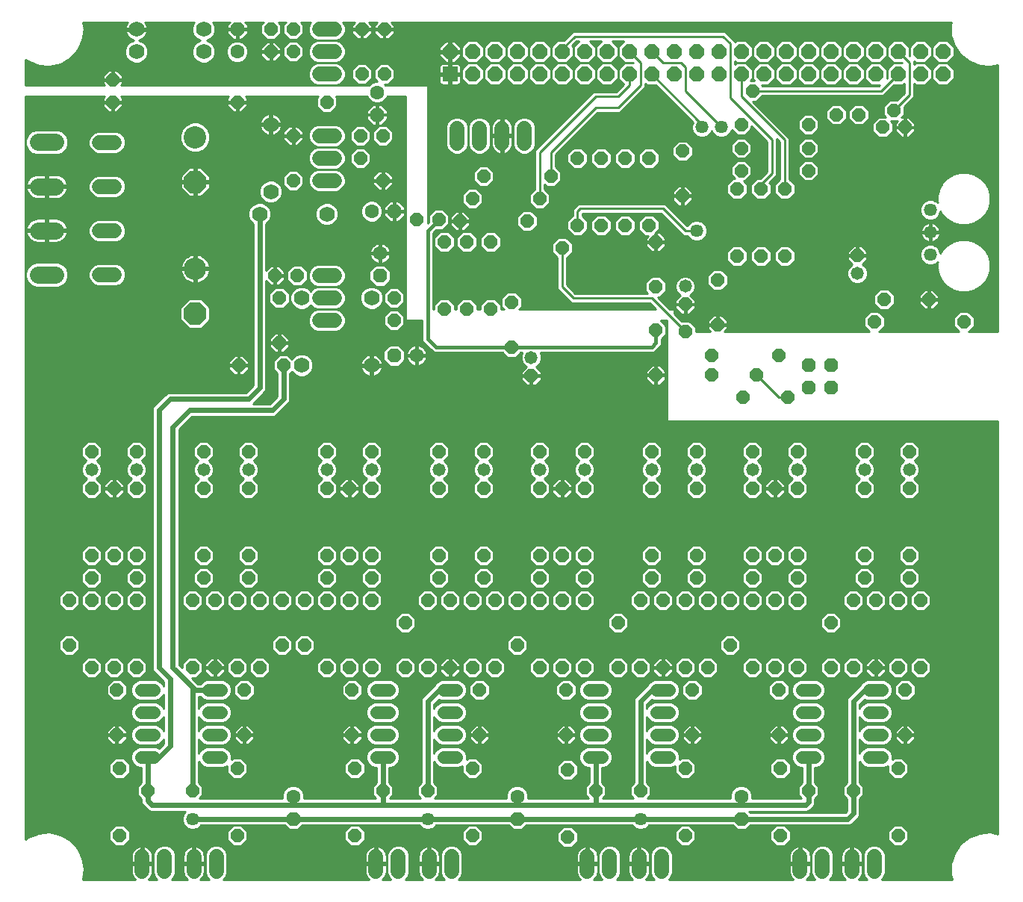
<source format=gbl>
G75*
%MOIN*%
%OFA0B0*%
%FSLAX25Y25*%
%IPPOS*%
%LPD*%
%AMOC8*
5,1,8,0,0,1.08239X$1,22.5*
%
%ADD10OC8,0.05800*%
%ADD11C,0.05800*%
%ADD12C,0.05800*%
%ADD13C,0.06600*%
%ADD14C,0.10000*%
%ADD15OC8,0.10000*%
%ADD16C,0.06931*%
%ADD17OC8,0.06300*%
%ADD18C,0.06300*%
%ADD19OC8,0.06200*%
%ADD20C,0.05750*%
%ADD21C,0.06537*%
%ADD22R,0.06600X0.06600*%
%ADD23OC8,0.06600*%
%ADD24C,0.07800*%
%ADD25C,0.01000*%
%ADD26OC8,0.05750*%
%ADD27C,0.01600*%
%ADD28C,0.02400*%
D10*
X0048500Y0042102D03*
X0061000Y0062102D03*
X0048500Y0072102D03*
X0047250Y0087102D03*
X0047250Y0107102D03*
X0046000Y0117102D03*
X0036000Y0117102D03*
X0026000Y0127102D03*
X0026000Y0147102D03*
X0036000Y0147102D03*
X0046000Y0147102D03*
X0036000Y0157102D03*
X0036000Y0167102D03*
X0046000Y0167102D03*
X0056000Y0167102D03*
X0056000Y0157102D03*
X0056000Y0147102D03*
X0081000Y0147102D03*
X0091000Y0147102D03*
X0101000Y0147102D03*
X0106000Y0157102D03*
X0106000Y0167102D03*
X0111000Y0147102D03*
X0121000Y0147102D03*
X0131000Y0147102D03*
X0141000Y0147102D03*
X0151000Y0147102D03*
X0161000Y0147102D03*
X0161000Y0157102D03*
X0161000Y0167102D03*
X0151000Y0167102D03*
X0141000Y0167102D03*
X0141000Y0157102D03*
X0131000Y0127102D03*
X0121000Y0127102D03*
X0111000Y0117102D03*
X0104125Y0107102D03*
X0101000Y0117102D03*
X0091000Y0117102D03*
X0081000Y0117102D03*
X0056000Y0117102D03*
X0086000Y0157102D03*
X0086000Y0167102D03*
X0086000Y0197102D03*
X0086000Y0213602D03*
X0106000Y0213602D03*
X0106000Y0197102D03*
X0141000Y0197102D03*
X0151000Y0197102D03*
X0161000Y0197102D03*
X0161000Y0213602D03*
X0141000Y0213602D03*
X0121625Y0252102D03*
X0119750Y0262102D03*
X0119750Y0282102D03*
X0117875Y0292102D03*
X0127875Y0292102D03*
X0101625Y0252102D03*
X0056000Y0213602D03*
X0056000Y0197102D03*
X0046000Y0197102D03*
X0036000Y0197102D03*
X0036000Y0213602D03*
X0141000Y0117102D03*
X0151000Y0117102D03*
X0161000Y0117102D03*
X0152250Y0107102D03*
X0152250Y0087102D03*
X0153500Y0072102D03*
X0166000Y0062102D03*
X0186000Y0062102D03*
X0206000Y0072102D03*
X0209125Y0087102D03*
X0209125Y0107102D03*
X0206000Y0117102D03*
X0196000Y0117102D03*
X0186000Y0117102D03*
X0176000Y0117102D03*
X0176000Y0137102D03*
X0186000Y0147102D03*
X0196000Y0147102D03*
X0206000Y0147102D03*
X0216000Y0147102D03*
X0211000Y0157102D03*
X0211000Y0167102D03*
X0191000Y0167102D03*
X0191000Y0157102D03*
X0226000Y0147102D03*
X0236000Y0147102D03*
X0246000Y0147102D03*
X0256000Y0147102D03*
X0256000Y0157102D03*
X0256000Y0167102D03*
X0246000Y0167102D03*
X0236000Y0167102D03*
X0236000Y0157102D03*
X0226000Y0127102D03*
X0216000Y0117102D03*
X0236000Y0117102D03*
X0246000Y0117102D03*
X0256000Y0117102D03*
X0247875Y0107102D03*
X0247875Y0087102D03*
X0248500Y0071477D03*
X0261000Y0062102D03*
X0248500Y0041477D03*
X0281000Y0062102D03*
X0301000Y0072102D03*
X0304125Y0087102D03*
X0304125Y0107102D03*
X0301000Y0117102D03*
X0291000Y0117102D03*
X0281000Y0117102D03*
X0271000Y0117102D03*
X0271000Y0137102D03*
X0281000Y0147102D03*
X0291000Y0147102D03*
X0301000Y0147102D03*
X0311000Y0147102D03*
X0321000Y0147102D03*
X0331000Y0147102D03*
X0331000Y0157102D03*
X0331000Y0167102D03*
X0341000Y0167102D03*
X0351000Y0167102D03*
X0351000Y0157102D03*
X0351000Y0147102D03*
X0341000Y0147102D03*
X0366000Y0137102D03*
X0376000Y0147102D03*
X0386000Y0147102D03*
X0381000Y0157102D03*
X0381000Y0167102D03*
X0396000Y0147102D03*
X0406000Y0147102D03*
X0401000Y0157102D03*
X0401000Y0167102D03*
X0401000Y0197102D03*
X0401000Y0213602D03*
X0381000Y0213602D03*
X0381000Y0197102D03*
X0351000Y0197102D03*
X0341000Y0197102D03*
X0331000Y0197102D03*
X0331000Y0213602D03*
X0351000Y0213602D03*
X0346625Y0237727D03*
X0332875Y0247727D03*
X0326625Y0237727D03*
X0312875Y0247727D03*
X0312875Y0256477D03*
X0315375Y0270227D03*
X0301000Y0279352D03*
X0287875Y0287102D03*
X0287875Y0267727D03*
X0287875Y0247727D03*
X0286000Y0213602D03*
X0286000Y0197102D03*
X0306000Y0197102D03*
X0306000Y0213602D03*
X0342875Y0256477D03*
X0315375Y0290227D03*
X0324125Y0300852D03*
X0334750Y0300852D03*
X0345375Y0300852D03*
X0345375Y0330852D03*
X0356000Y0338977D03*
X0356000Y0348977D03*
X0356000Y0359602D03*
X0368500Y0363977D03*
X0378500Y0363977D03*
X0389125Y0358352D03*
X0394125Y0365852D03*
X0399125Y0358352D03*
X0377875Y0301102D03*
X0389750Y0281477D03*
X0385375Y0271477D03*
X0409750Y0281477D03*
X0425375Y0271477D03*
X0334750Y0330852D03*
X0324125Y0330852D03*
X0326000Y0338977D03*
X0326000Y0348977D03*
X0326000Y0359602D03*
X0299750Y0347727D03*
X0284750Y0344602D03*
X0274125Y0344602D03*
X0263500Y0344602D03*
X0252875Y0344602D03*
X0241000Y0336477D03*
X0236000Y0326477D03*
X0230375Y0316477D03*
X0214125Y0307102D03*
X0203500Y0307102D03*
X0193500Y0307102D03*
X0191000Y0317102D03*
X0200375Y0316477D03*
X0206000Y0326477D03*
X0211000Y0336477D03*
X0181000Y0317102D03*
X0166000Y0334602D03*
X0156000Y0344602D03*
X0156000Y0354602D03*
X0166000Y0354602D03*
X0166625Y0382102D03*
X0156625Y0382102D03*
X0141000Y0369602D03*
X0126000Y0354602D03*
X0126000Y0334602D03*
X0101000Y0369602D03*
X0116000Y0392102D03*
X0126000Y0392102D03*
X0126000Y0402102D03*
X0116000Y0402102D03*
X0156625Y0402102D03*
X0166625Y0402102D03*
X0252875Y0314602D03*
X0263500Y0314602D03*
X0274125Y0314602D03*
X0284750Y0314602D03*
X0287875Y0307102D03*
X0299750Y0327727D03*
X0223500Y0280227D03*
X0214125Y0277102D03*
X0203500Y0277102D03*
X0193500Y0277102D03*
X0171000Y0272102D03*
X0171000Y0282102D03*
X0223500Y0260227D03*
X0232250Y0247477D03*
X0236000Y0213602D03*
X0236000Y0197102D03*
X0246000Y0197102D03*
X0256000Y0197102D03*
X0256000Y0213602D03*
X0211000Y0213602D03*
X0211000Y0197102D03*
X0191000Y0197102D03*
X0191000Y0213602D03*
X0286000Y0167102D03*
X0286000Y0157102D03*
X0306000Y0157102D03*
X0306000Y0167102D03*
X0321000Y0127102D03*
X0311000Y0117102D03*
X0331000Y0117102D03*
X0341000Y0117102D03*
X0351000Y0117102D03*
X0342875Y0107102D03*
X0342875Y0087102D03*
X0343500Y0072102D03*
X0356000Y0062102D03*
X0376000Y0062102D03*
X0396000Y0072102D03*
X0399125Y0087102D03*
X0399125Y0107102D03*
X0396000Y0117102D03*
X0406000Y0117102D03*
X0386000Y0117102D03*
X0376000Y0117102D03*
X0366000Y0117102D03*
X0343500Y0042102D03*
X0301000Y0042102D03*
X0206000Y0042102D03*
X0153500Y0042102D03*
X0104125Y0087102D03*
X0101000Y0072102D03*
X0081000Y0062102D03*
X0101000Y0042102D03*
X0396000Y0042102D03*
X0045375Y0369602D03*
X0045375Y0379602D03*
D11*
X0036000Y0205602D03*
X0056000Y0205602D03*
X0086000Y0205602D03*
X0106000Y0205602D03*
X0141000Y0205602D03*
X0161000Y0205602D03*
X0191000Y0205602D03*
X0211000Y0205602D03*
X0236000Y0205602D03*
X0256000Y0205602D03*
X0286000Y0205602D03*
X0306000Y0205602D03*
X0331000Y0205602D03*
X0351000Y0205602D03*
X0381000Y0205602D03*
X0401000Y0205602D03*
X0377875Y0293102D03*
X0301000Y0287352D03*
X0232250Y0255477D03*
D12*
X0258100Y0107102D02*
X0263900Y0107102D01*
X0263900Y0097102D02*
X0258100Y0097102D01*
X0258100Y0087102D02*
X0263900Y0087102D01*
X0263900Y0077102D02*
X0258100Y0077102D01*
X0288100Y0077102D02*
X0293900Y0077102D01*
X0293900Y0087102D02*
X0288100Y0087102D01*
X0288100Y0097102D02*
X0293900Y0097102D01*
X0293900Y0107102D02*
X0288100Y0107102D01*
X0353100Y0107102D02*
X0358900Y0107102D01*
X0358900Y0097102D02*
X0353100Y0097102D01*
X0353100Y0087102D02*
X0358900Y0087102D01*
X0358900Y0077102D02*
X0353100Y0077102D01*
X0383100Y0077102D02*
X0388900Y0077102D01*
X0388900Y0087102D02*
X0383100Y0087102D01*
X0383100Y0097102D02*
X0388900Y0097102D01*
X0388900Y0107102D02*
X0383100Y0107102D01*
X0198900Y0107102D02*
X0193100Y0107102D01*
X0193100Y0097102D02*
X0198900Y0097102D01*
X0198900Y0087102D02*
X0193100Y0087102D01*
X0193100Y0077102D02*
X0198900Y0077102D01*
X0168900Y0077102D02*
X0163100Y0077102D01*
X0163100Y0087102D02*
X0168900Y0087102D01*
X0168900Y0097102D02*
X0163100Y0097102D01*
X0163100Y0107102D02*
X0168900Y0107102D01*
X0093900Y0107102D02*
X0088100Y0107102D01*
X0088100Y0097102D02*
X0093900Y0097102D01*
X0093900Y0087102D02*
X0088100Y0087102D01*
X0088100Y0077102D02*
X0093900Y0077102D01*
X0063900Y0077102D02*
X0058100Y0077102D01*
X0058100Y0087102D02*
X0063900Y0087102D01*
X0063900Y0097102D02*
X0058100Y0097102D01*
X0058100Y0107102D02*
X0063900Y0107102D01*
D13*
X0137700Y0272102D02*
X0144300Y0272102D01*
X0144300Y0282102D02*
X0137700Y0282102D01*
X0137700Y0292102D02*
X0144300Y0292102D01*
X0144300Y0334602D02*
X0137700Y0334602D01*
X0137700Y0344602D02*
X0144300Y0344602D01*
X0144300Y0354602D02*
X0137700Y0354602D01*
X0137700Y0382102D02*
X0144300Y0382102D01*
X0144300Y0392102D02*
X0137700Y0392102D01*
X0137700Y0402102D02*
X0144300Y0402102D01*
X0199125Y0357902D02*
X0199125Y0351302D01*
X0209125Y0351302D02*
X0209125Y0357902D01*
X0219125Y0357902D02*
X0219125Y0351302D01*
X0229125Y0351302D02*
X0229125Y0357902D01*
X0046175Y0351630D02*
X0039575Y0351630D01*
X0039575Y0331930D02*
X0046175Y0331930D01*
X0046175Y0312130D02*
X0039575Y0312130D01*
X0039575Y0292530D02*
X0046175Y0292530D01*
D14*
X0082250Y0295227D03*
X0082250Y0353977D03*
D15*
X0082250Y0333977D03*
X0082250Y0275227D03*
D16*
X0111000Y0319602D03*
X0116000Y0329602D03*
X0141000Y0319602D03*
X0129750Y0282102D03*
X0161000Y0282102D03*
X0161000Y0252102D03*
X0129750Y0252102D03*
X0116000Y0359602D03*
X0086000Y0392102D03*
X0086000Y0402102D03*
X0056000Y0402102D03*
X0056000Y0392102D03*
D17*
X0101000Y0402102D03*
X0163500Y0363977D03*
X0171000Y0320852D03*
X0164750Y0292102D03*
X0171000Y0256477D03*
X0126000Y0049602D03*
X0226000Y0049602D03*
X0326000Y0049602D03*
D18*
X0326000Y0059602D03*
X0226000Y0059602D03*
X0126000Y0059602D03*
X0181000Y0256477D03*
X0164750Y0302102D03*
X0161000Y0320852D03*
X0163500Y0373977D03*
X0101000Y0392102D03*
D19*
X0356000Y0252102D03*
X0356000Y0242102D03*
X0366000Y0242102D03*
X0366000Y0252102D03*
D20*
X0340375Y0283977D03*
X0306000Y0312102D03*
X0308500Y0358352D03*
X0317250Y0358352D03*
X0258500Y0305227D03*
X0410375Y0301477D03*
X0410375Y0311477D03*
X0410375Y0321477D03*
X0281000Y0049602D03*
X0186000Y0049602D03*
X0081000Y0049602D03*
D21*
X0081625Y0032871D02*
X0081625Y0026334D01*
X0091625Y0026334D02*
X0091625Y0032871D01*
X0068500Y0032871D02*
X0068500Y0026334D01*
X0058500Y0026334D02*
X0058500Y0032871D01*
X0162875Y0032871D02*
X0162875Y0026334D01*
X0172875Y0026334D02*
X0172875Y0032871D01*
X0186625Y0032871D02*
X0186625Y0026334D01*
X0196625Y0026334D02*
X0196625Y0032871D01*
X0257250Y0032871D02*
X0257250Y0026334D01*
X0267250Y0026334D02*
X0267250Y0032871D01*
X0280375Y0032871D02*
X0280375Y0026334D01*
X0290375Y0026334D02*
X0290375Y0032871D01*
X0352250Y0032871D02*
X0352250Y0026334D01*
X0362250Y0026334D02*
X0362250Y0032871D01*
X0375375Y0032871D02*
X0375375Y0026334D01*
X0385375Y0026334D02*
X0385375Y0032871D01*
D22*
X0196000Y0382102D03*
D23*
X0206000Y0382102D03*
X0216000Y0382102D03*
X0216000Y0392102D03*
X0206000Y0392102D03*
X0196000Y0392102D03*
X0226000Y0392102D03*
X0226000Y0382102D03*
X0236000Y0382102D03*
X0246000Y0382102D03*
X0256000Y0382102D03*
X0266000Y0382102D03*
X0276000Y0382102D03*
X0276000Y0392102D03*
X0266000Y0392102D03*
X0256000Y0392102D03*
X0246000Y0392102D03*
X0236000Y0392102D03*
X0286000Y0392102D03*
X0286000Y0382102D03*
X0296000Y0382102D03*
X0306000Y0382102D03*
X0316000Y0382102D03*
X0326000Y0382102D03*
X0336000Y0382102D03*
X0336000Y0392102D03*
X0326000Y0392102D03*
X0316000Y0392102D03*
X0306000Y0392102D03*
X0296000Y0392102D03*
X0346000Y0392102D03*
X0346000Y0382102D03*
X0356000Y0382102D03*
X0366000Y0382102D03*
X0376000Y0382102D03*
X0386000Y0382102D03*
X0386000Y0392102D03*
X0376000Y0392102D03*
X0366000Y0392102D03*
X0356000Y0392102D03*
X0396000Y0392102D03*
X0396000Y0382102D03*
X0406000Y0382102D03*
X0416000Y0382102D03*
X0416000Y0392102D03*
X0406000Y0392102D03*
D24*
X0019900Y0351702D02*
X0012100Y0351702D01*
X0012100Y0331902D02*
X0019900Y0331902D01*
X0019900Y0312302D02*
X0012100Y0312302D01*
X0012100Y0292502D02*
X0019900Y0292502D01*
D25*
X0032642Y0027102D02*
X0031964Y0022602D01*
X0055523Y0022602D01*
X0055394Y0022696D01*
X0054863Y0023227D01*
X0054422Y0023834D01*
X0054081Y0024503D01*
X0053849Y0025217D01*
X0053731Y0025958D01*
X0053731Y0029118D01*
X0058016Y0029118D01*
X0058016Y0030086D01*
X0053731Y0030086D01*
X0053731Y0033246D01*
X0053849Y0033987D01*
X0054081Y0034701D01*
X0054422Y0035370D01*
X0054863Y0035977D01*
X0055394Y0036508D01*
X0056001Y0036949D01*
X0056670Y0037290D01*
X0057383Y0037522D01*
X0058016Y0037622D01*
X0058016Y0030086D01*
X0058984Y0030086D01*
X0063268Y0030086D01*
X0063268Y0033246D01*
X0063151Y0033987D01*
X0062919Y0034701D01*
X0062578Y0035370D01*
X0062137Y0035977D01*
X0061606Y0036508D01*
X0060999Y0036949D01*
X0060330Y0037290D01*
X0059617Y0037522D01*
X0058984Y0037622D01*
X0058984Y0030086D01*
X0058984Y0029118D01*
X0063268Y0029118D01*
X0063268Y0025958D01*
X0063151Y0025217D01*
X0062919Y0024503D01*
X0062578Y0023834D01*
X0062137Y0023227D01*
X0061606Y0022696D01*
X0061477Y0022602D01*
X0065205Y0022602D01*
X0064288Y0023519D01*
X0063531Y0025345D01*
X0063531Y0033859D01*
X0064288Y0035685D01*
X0065686Y0037083D01*
X0067512Y0037839D01*
X0069488Y0037839D01*
X0071314Y0037083D01*
X0072712Y0035685D01*
X0073468Y0033859D01*
X0073468Y0025345D01*
X0072712Y0023519D01*
X0071795Y0022602D01*
X0078648Y0022602D01*
X0078519Y0022696D01*
X0077988Y0023227D01*
X0077547Y0023834D01*
X0077206Y0024503D01*
X0076974Y0025217D01*
X0076856Y0025958D01*
X0076856Y0029118D01*
X0081141Y0029118D01*
X0081141Y0030086D01*
X0076856Y0030086D01*
X0076856Y0033246D01*
X0076974Y0033987D01*
X0077206Y0034701D01*
X0077547Y0035370D01*
X0077988Y0035977D01*
X0078519Y0036508D01*
X0079126Y0036949D01*
X0079795Y0037290D01*
X0080508Y0037522D01*
X0081141Y0037622D01*
X0081141Y0030086D01*
X0082109Y0030086D01*
X0086393Y0030086D01*
X0086393Y0033246D01*
X0086276Y0033987D01*
X0086044Y0034701D01*
X0085703Y0035370D01*
X0085262Y0035977D01*
X0084731Y0036508D01*
X0084124Y0036949D01*
X0083455Y0037290D01*
X0082742Y0037522D01*
X0082109Y0037622D01*
X0082109Y0030086D01*
X0082109Y0029118D01*
X0086393Y0029118D01*
X0086393Y0025958D01*
X0086276Y0025217D01*
X0086044Y0024503D01*
X0085703Y0023834D01*
X0085262Y0023227D01*
X0084731Y0022696D01*
X0084602Y0022602D01*
X0088330Y0022602D01*
X0087413Y0023519D01*
X0086656Y0025345D01*
X0086656Y0033859D01*
X0087413Y0035685D01*
X0088811Y0037083D01*
X0090637Y0037839D01*
X0092613Y0037839D01*
X0094439Y0037083D01*
X0095837Y0035685D01*
X0096593Y0033859D01*
X0096593Y0025345D01*
X0095837Y0023519D01*
X0094920Y0022602D01*
X0159898Y0022602D01*
X0159769Y0022696D01*
X0159238Y0023227D01*
X0158797Y0023834D01*
X0158456Y0024503D01*
X0158224Y0025217D01*
X0158106Y0025958D01*
X0158106Y0029118D01*
X0162391Y0029118D01*
X0162391Y0030086D01*
X0158106Y0030086D01*
X0158106Y0033246D01*
X0158224Y0033987D01*
X0158456Y0034701D01*
X0158797Y0035370D01*
X0159238Y0035977D01*
X0159769Y0036508D01*
X0160376Y0036949D01*
X0161045Y0037290D01*
X0161758Y0037522D01*
X0162391Y0037622D01*
X0162391Y0030086D01*
X0163359Y0030086D01*
X0167643Y0030086D01*
X0167643Y0033246D01*
X0167526Y0033987D01*
X0167294Y0034701D01*
X0166953Y0035370D01*
X0166512Y0035977D01*
X0165981Y0036508D01*
X0165374Y0036949D01*
X0164705Y0037290D01*
X0163992Y0037522D01*
X0163359Y0037622D01*
X0163359Y0030086D01*
X0163359Y0029118D01*
X0167643Y0029118D01*
X0167643Y0025958D01*
X0167526Y0025217D01*
X0167294Y0024503D01*
X0166953Y0023834D01*
X0166512Y0023227D01*
X0165981Y0022696D01*
X0165852Y0022602D01*
X0169580Y0022602D01*
X0168663Y0023519D01*
X0167906Y0025345D01*
X0167906Y0033859D01*
X0168663Y0035685D01*
X0170061Y0037083D01*
X0171887Y0037839D01*
X0173863Y0037839D01*
X0175689Y0037083D01*
X0177087Y0035685D01*
X0177843Y0033859D01*
X0177843Y0025345D01*
X0177087Y0023519D01*
X0176170Y0022602D01*
X0183648Y0022602D01*
X0183519Y0022696D01*
X0182988Y0023227D01*
X0182547Y0023834D01*
X0182206Y0024503D01*
X0181974Y0025217D01*
X0181856Y0025958D01*
X0181856Y0029118D01*
X0186141Y0029118D01*
X0186141Y0030086D01*
X0181856Y0030086D01*
X0181856Y0033246D01*
X0181974Y0033987D01*
X0182206Y0034701D01*
X0182547Y0035370D01*
X0182988Y0035977D01*
X0183519Y0036508D01*
X0184126Y0036949D01*
X0184795Y0037290D01*
X0185508Y0037522D01*
X0186141Y0037622D01*
X0186141Y0030086D01*
X0187109Y0030086D01*
X0191393Y0030086D01*
X0191393Y0033246D01*
X0191276Y0033987D01*
X0191044Y0034701D01*
X0190703Y0035370D01*
X0190262Y0035977D01*
X0189731Y0036508D01*
X0189124Y0036949D01*
X0188455Y0037290D01*
X0187742Y0037522D01*
X0187109Y0037622D01*
X0187109Y0030086D01*
X0187109Y0029118D01*
X0191393Y0029118D01*
X0191393Y0025958D01*
X0191276Y0025217D01*
X0191044Y0024503D01*
X0190703Y0023834D01*
X0190262Y0023227D01*
X0189731Y0022696D01*
X0189602Y0022602D01*
X0193330Y0022602D01*
X0192413Y0023519D01*
X0191656Y0025345D01*
X0191656Y0033859D01*
X0192413Y0035685D01*
X0193811Y0037083D01*
X0195637Y0037839D01*
X0197613Y0037839D01*
X0199439Y0037083D01*
X0200837Y0035685D01*
X0201593Y0033859D01*
X0201593Y0025345D01*
X0200837Y0023519D01*
X0199920Y0022602D01*
X0254273Y0022602D01*
X0254144Y0022696D01*
X0253613Y0023227D01*
X0253172Y0023834D01*
X0252831Y0024503D01*
X0252599Y0025217D01*
X0252481Y0025958D01*
X0252481Y0029118D01*
X0256766Y0029118D01*
X0256766Y0030086D01*
X0252481Y0030086D01*
X0252481Y0033246D01*
X0252599Y0033987D01*
X0252831Y0034701D01*
X0253172Y0035370D01*
X0253613Y0035977D01*
X0254144Y0036508D01*
X0254751Y0036949D01*
X0255420Y0037290D01*
X0256133Y0037522D01*
X0256766Y0037622D01*
X0256766Y0030086D01*
X0257734Y0030086D01*
X0262018Y0030086D01*
X0262018Y0033246D01*
X0261901Y0033987D01*
X0261669Y0034701D01*
X0261328Y0035370D01*
X0260887Y0035977D01*
X0260356Y0036508D01*
X0259749Y0036949D01*
X0259080Y0037290D01*
X0258367Y0037522D01*
X0257734Y0037622D01*
X0257734Y0030086D01*
X0257734Y0029118D01*
X0262018Y0029118D01*
X0262018Y0025958D01*
X0261901Y0025217D01*
X0261669Y0024503D01*
X0261328Y0023834D01*
X0260887Y0023227D01*
X0260356Y0022696D01*
X0260227Y0022602D01*
X0263955Y0022602D01*
X0263038Y0023519D01*
X0262281Y0025345D01*
X0262281Y0033859D01*
X0263038Y0035685D01*
X0264436Y0037083D01*
X0266262Y0037839D01*
X0268238Y0037839D01*
X0270064Y0037083D01*
X0271462Y0035685D01*
X0272218Y0033859D01*
X0272218Y0025345D01*
X0271462Y0023519D01*
X0270545Y0022602D01*
X0277398Y0022602D01*
X0277269Y0022696D01*
X0276738Y0023227D01*
X0276297Y0023834D01*
X0275956Y0024503D01*
X0275724Y0025217D01*
X0275606Y0025958D01*
X0275606Y0029118D01*
X0279891Y0029118D01*
X0279891Y0030086D01*
X0275606Y0030086D01*
X0275606Y0033246D01*
X0275724Y0033987D01*
X0275956Y0034701D01*
X0276297Y0035370D01*
X0276738Y0035977D01*
X0277269Y0036508D01*
X0277876Y0036949D01*
X0278545Y0037290D01*
X0279258Y0037522D01*
X0279891Y0037622D01*
X0279891Y0030086D01*
X0280859Y0030086D01*
X0285143Y0030086D01*
X0285143Y0033246D01*
X0285026Y0033987D01*
X0284794Y0034701D01*
X0284453Y0035370D01*
X0284012Y0035977D01*
X0283481Y0036508D01*
X0282874Y0036949D01*
X0282205Y0037290D01*
X0281492Y0037522D01*
X0280859Y0037622D01*
X0280859Y0030086D01*
X0280859Y0029118D01*
X0285143Y0029118D01*
X0285143Y0025958D01*
X0285026Y0025217D01*
X0284794Y0024503D01*
X0284453Y0023834D01*
X0284012Y0023227D01*
X0283481Y0022696D01*
X0283352Y0022602D01*
X0287080Y0022602D01*
X0286163Y0023519D01*
X0285406Y0025345D01*
X0285406Y0033859D01*
X0286163Y0035685D01*
X0287561Y0037083D01*
X0289387Y0037839D01*
X0291363Y0037839D01*
X0293189Y0037083D01*
X0294587Y0035685D01*
X0295343Y0033859D01*
X0295343Y0025345D01*
X0294587Y0023519D01*
X0293670Y0022602D01*
X0349273Y0022602D01*
X0349144Y0022696D01*
X0348613Y0023227D01*
X0348172Y0023834D01*
X0347831Y0024503D01*
X0347599Y0025217D01*
X0347481Y0025958D01*
X0347481Y0029118D01*
X0351766Y0029118D01*
X0351766Y0030086D01*
X0347481Y0030086D01*
X0347481Y0033246D01*
X0347599Y0033987D01*
X0347831Y0034701D01*
X0348172Y0035370D01*
X0348613Y0035977D01*
X0349144Y0036508D01*
X0349751Y0036949D01*
X0350420Y0037290D01*
X0351133Y0037522D01*
X0351766Y0037622D01*
X0351766Y0030086D01*
X0352734Y0030086D01*
X0357018Y0030086D01*
X0357018Y0033246D01*
X0356901Y0033987D01*
X0356669Y0034701D01*
X0356328Y0035370D01*
X0355887Y0035977D01*
X0355356Y0036508D01*
X0354749Y0036949D01*
X0354080Y0037290D01*
X0353367Y0037522D01*
X0352734Y0037622D01*
X0352734Y0030086D01*
X0352734Y0029118D01*
X0357018Y0029118D01*
X0357018Y0025958D01*
X0356901Y0025217D01*
X0356669Y0024503D01*
X0356328Y0023834D01*
X0355887Y0023227D01*
X0355356Y0022696D01*
X0355227Y0022602D01*
X0358955Y0022602D01*
X0358038Y0023519D01*
X0357281Y0025345D01*
X0357281Y0033859D01*
X0358038Y0035685D01*
X0359436Y0037083D01*
X0361262Y0037839D01*
X0363238Y0037839D01*
X0365064Y0037083D01*
X0366462Y0035685D01*
X0367218Y0033859D01*
X0367218Y0025345D01*
X0366462Y0023519D01*
X0365545Y0022602D01*
X0372398Y0022602D01*
X0372269Y0022696D01*
X0371738Y0023227D01*
X0371297Y0023834D01*
X0370956Y0024503D01*
X0370724Y0025217D01*
X0370606Y0025958D01*
X0370606Y0029118D01*
X0374891Y0029118D01*
X0374891Y0030086D01*
X0370606Y0030086D01*
X0370606Y0033246D01*
X0370724Y0033987D01*
X0370956Y0034701D01*
X0371297Y0035370D01*
X0371738Y0035977D01*
X0372269Y0036508D01*
X0372876Y0036949D01*
X0373545Y0037290D01*
X0374258Y0037522D01*
X0374891Y0037622D01*
X0374891Y0030086D01*
X0375859Y0030086D01*
X0380143Y0030086D01*
X0380143Y0033246D01*
X0380026Y0033987D01*
X0379794Y0034701D01*
X0379453Y0035370D01*
X0379012Y0035977D01*
X0378481Y0036508D01*
X0377874Y0036949D01*
X0377205Y0037290D01*
X0376492Y0037522D01*
X0375859Y0037622D01*
X0375859Y0030086D01*
X0375859Y0029118D01*
X0380143Y0029118D01*
X0380143Y0025958D01*
X0380026Y0025217D01*
X0379794Y0024503D01*
X0379453Y0023834D01*
X0379012Y0023227D01*
X0378481Y0022696D01*
X0378352Y0022602D01*
X0382080Y0022602D01*
X0381163Y0023519D01*
X0380406Y0025345D01*
X0380406Y0033859D01*
X0381163Y0035685D01*
X0382561Y0037083D01*
X0384387Y0037839D01*
X0386363Y0037839D01*
X0388189Y0037083D01*
X0389587Y0035685D01*
X0390343Y0033859D01*
X0390343Y0025345D01*
X0389587Y0023519D01*
X0388670Y0022602D01*
X0420167Y0022602D01*
X0419544Y0024622D01*
X0419544Y0029582D01*
X0421006Y0034323D01*
X0421006Y0034323D01*
X0423800Y0038422D01*
X0423800Y0038422D01*
X0423800Y0038422D01*
X0427679Y0041515D01*
X0427679Y0041515D01*
X0432297Y0043327D01*
X0432297Y0043327D01*
X0437244Y0043698D01*
X0437244Y0043698D01*
X0440421Y0042972D01*
X0440421Y0227102D01*
X0292875Y0227102D01*
X0292875Y0272102D01*
X0290005Y0272102D01*
X0292475Y0269632D01*
X0292475Y0265822D01*
X0290375Y0263722D01*
X0290375Y0261605D01*
X0289994Y0260686D01*
X0289291Y0259983D01*
X0287416Y0258108D01*
X0286497Y0257727D01*
X0236297Y0257727D01*
X0236850Y0256392D01*
X0236850Y0254562D01*
X0236150Y0252871D01*
X0234856Y0251577D01*
X0234514Y0251436D01*
X0236650Y0249300D01*
X0236650Y0247777D01*
X0232550Y0247777D01*
X0232550Y0247177D01*
X0232550Y0243077D01*
X0234073Y0243077D01*
X0236650Y0245655D01*
X0236650Y0247177D01*
X0232550Y0247177D01*
X0231950Y0247177D01*
X0231950Y0243077D01*
X0230427Y0243077D01*
X0227850Y0245655D01*
X0227850Y0247177D01*
X0231950Y0247177D01*
X0231950Y0247777D01*
X0227850Y0247777D01*
X0227850Y0249300D01*
X0229986Y0251436D01*
X0229644Y0251577D01*
X0228350Y0252871D01*
X0227650Y0254562D01*
X0227650Y0256392D01*
X0228203Y0257727D01*
X0227505Y0257727D01*
X0225405Y0255627D01*
X0221595Y0255627D01*
X0219495Y0257727D01*
X0189253Y0257727D01*
X0188334Y0258108D01*
X0187631Y0258811D01*
X0187631Y0258811D01*
X0184584Y0261858D01*
X0184584Y0261858D01*
X0183881Y0262561D01*
X0183500Y0263480D01*
X0183500Y0272102D01*
X0176000Y0272102D01*
X0176000Y0372102D01*
X0167973Y0372102D01*
X0167612Y0371230D01*
X0166247Y0369865D01*
X0164465Y0369127D01*
X0162535Y0369127D01*
X0160753Y0369865D01*
X0159388Y0371230D01*
X0159027Y0372102D01*
X0145005Y0372102D01*
X0145600Y0371507D01*
X0145600Y0367697D01*
X0142905Y0365002D01*
X0139095Y0365002D01*
X0136400Y0367697D01*
X0136400Y0371507D01*
X0136995Y0372102D01*
X0104723Y0372102D01*
X0105400Y0371425D01*
X0105400Y0369902D01*
X0101300Y0369902D01*
X0101300Y0369302D01*
X0101300Y0365202D01*
X0102823Y0365202D01*
X0105400Y0367780D01*
X0105400Y0369302D01*
X0101300Y0369302D01*
X0100700Y0369302D01*
X0100700Y0365202D01*
X0099177Y0365202D01*
X0096600Y0367780D01*
X0096600Y0369302D01*
X0100700Y0369302D01*
X0100700Y0369902D01*
X0096600Y0369902D01*
X0096600Y0371425D01*
X0097277Y0372102D01*
X0049098Y0372102D01*
X0049775Y0371425D01*
X0049775Y0369902D01*
X0045675Y0369902D01*
X0045675Y0369302D01*
X0045675Y0365202D01*
X0047198Y0365202D01*
X0049775Y0367780D01*
X0049775Y0369302D01*
X0045675Y0369302D01*
X0045075Y0369302D01*
X0045075Y0365202D01*
X0043552Y0365202D01*
X0040975Y0367780D01*
X0040975Y0369302D01*
X0045075Y0369302D01*
X0045075Y0369902D01*
X0040975Y0369902D01*
X0040975Y0371425D01*
X0041652Y0372102D01*
X0006500Y0372102D01*
X0006500Y0040574D01*
X0007679Y0041515D01*
X0007679Y0041515D01*
X0012297Y0043327D01*
X0012297Y0043327D01*
X0017244Y0043698D01*
X0017244Y0043698D01*
X0022080Y0042594D01*
X0022080Y0042594D01*
X0026376Y0040113D01*
X0026376Y0040113D01*
X0029750Y0036477D01*
X0029750Y0036477D01*
X0031903Y0032007D01*
X0031903Y0032007D01*
X0032642Y0027102D01*
X0032640Y0027087D02*
X0053731Y0027087D01*
X0053731Y0026089D02*
X0032489Y0026089D01*
X0032339Y0025090D02*
X0053890Y0025090D01*
X0054290Y0024092D02*
X0032188Y0024092D01*
X0032038Y0023093D02*
X0054997Y0023093D01*
X0053731Y0028086D02*
X0032494Y0028086D01*
X0032343Y0029084D02*
X0053731Y0029084D01*
X0053731Y0031081D02*
X0032042Y0031081D01*
X0032193Y0030083D02*
X0058016Y0030083D01*
X0058984Y0030083D02*
X0063531Y0030083D01*
X0063531Y0031081D02*
X0063268Y0031081D01*
X0063268Y0032080D02*
X0063531Y0032080D01*
X0063531Y0033078D02*
X0063268Y0033078D01*
X0063122Y0034077D02*
X0063622Y0034077D01*
X0064035Y0035075D02*
X0062728Y0035075D01*
X0062040Y0036074D02*
X0064677Y0036074D01*
X0065675Y0037072D02*
X0060757Y0037072D01*
X0058984Y0037072D02*
X0058016Y0037072D01*
X0058016Y0036074D02*
X0058984Y0036074D01*
X0058984Y0035075D02*
X0058016Y0035075D01*
X0058016Y0034077D02*
X0058984Y0034077D01*
X0058984Y0033078D02*
X0058016Y0033078D01*
X0058016Y0032080D02*
X0058984Y0032080D01*
X0058984Y0031081D02*
X0058016Y0031081D01*
X0053731Y0032080D02*
X0031868Y0032080D01*
X0031387Y0033078D02*
X0053731Y0033078D01*
X0053878Y0034077D02*
X0030906Y0034077D01*
X0030425Y0035075D02*
X0054272Y0035075D01*
X0054960Y0036074D02*
X0029944Y0036074D01*
X0029198Y0037072D02*
X0056243Y0037072D01*
X0053100Y0040197D02*
X0053100Y0044007D01*
X0050405Y0046702D01*
X0046595Y0046702D01*
X0043900Y0044007D01*
X0043900Y0040197D01*
X0046595Y0037502D01*
X0050405Y0037502D01*
X0053100Y0040197D01*
X0052971Y0040068D02*
X0096529Y0040068D01*
X0096400Y0040197D02*
X0099095Y0037502D01*
X0102905Y0037502D01*
X0105600Y0040197D01*
X0105600Y0044007D01*
X0102905Y0046702D01*
X0099095Y0046702D01*
X0096400Y0044007D01*
X0096400Y0040197D01*
X0096400Y0041066D02*
X0053100Y0041066D01*
X0053100Y0042065D02*
X0096400Y0042065D01*
X0096400Y0043063D02*
X0053100Y0043063D01*
X0053046Y0044062D02*
X0096454Y0044062D01*
X0097453Y0045060D02*
X0082251Y0045060D01*
X0081930Y0044927D02*
X0083648Y0045639D01*
X0084711Y0046702D01*
X0122041Y0046702D01*
X0123991Y0044752D01*
X0128009Y0044752D01*
X0129959Y0046702D01*
X0182289Y0046702D01*
X0183352Y0045639D01*
X0185070Y0044927D01*
X0186930Y0044927D01*
X0188648Y0045639D01*
X0189711Y0046702D01*
X0222041Y0046702D01*
X0223991Y0044752D01*
X0228009Y0044752D01*
X0229959Y0046702D01*
X0277289Y0046702D01*
X0278352Y0045639D01*
X0280070Y0044927D01*
X0281930Y0044927D01*
X0283648Y0045639D01*
X0284711Y0046702D01*
X0322041Y0046702D01*
X0323991Y0044752D01*
X0328009Y0044752D01*
X0329959Y0046702D01*
X0374077Y0046702D01*
X0375143Y0047144D01*
X0375958Y0047959D01*
X0377643Y0049644D01*
X0378458Y0050459D01*
X0378900Y0051525D01*
X0378900Y0058497D01*
X0380600Y0060197D01*
X0380600Y0064007D01*
X0378900Y0065707D01*
X0378900Y0075221D01*
X0379200Y0074496D01*
X0380494Y0073202D01*
X0382185Y0072502D01*
X0389815Y0072502D01*
X0391400Y0073159D01*
X0391400Y0070197D01*
X0394095Y0067502D01*
X0397905Y0067502D01*
X0400600Y0070197D01*
X0400600Y0074007D01*
X0397905Y0076702D01*
X0394095Y0076702D01*
X0393444Y0076051D01*
X0393500Y0076187D01*
X0393500Y0078017D01*
X0392800Y0079708D01*
X0391506Y0081002D01*
X0389815Y0081702D01*
X0382185Y0081702D01*
X0380494Y0081002D01*
X0379200Y0079708D01*
X0378900Y0078983D01*
X0378900Y0085221D01*
X0379200Y0084496D01*
X0380494Y0083202D01*
X0382185Y0082502D01*
X0389815Y0082502D01*
X0391506Y0083202D01*
X0392800Y0084496D01*
X0393500Y0086187D01*
X0393500Y0088017D01*
X0392800Y0089708D01*
X0391506Y0091002D01*
X0389815Y0091702D01*
X0382185Y0091702D01*
X0380494Y0091002D01*
X0379200Y0089708D01*
X0378900Y0088983D01*
X0378900Y0095221D01*
X0379200Y0094496D01*
X0380494Y0093202D01*
X0382185Y0092502D01*
X0389815Y0092502D01*
X0391506Y0093202D01*
X0392800Y0094496D01*
X0393500Y0096187D01*
X0393500Y0098017D01*
X0392800Y0099708D01*
X0391506Y0101002D01*
X0389815Y0101702D01*
X0382185Y0101702D01*
X0380494Y0101002D01*
X0379200Y0099708D01*
X0378900Y0098983D01*
X0378900Y0100901D01*
X0380994Y0102995D01*
X0382185Y0102502D01*
X0389815Y0102502D01*
X0391506Y0103202D01*
X0392800Y0104496D01*
X0393500Y0106187D01*
X0393500Y0108017D01*
X0392800Y0109708D01*
X0391506Y0111002D01*
X0389815Y0111702D01*
X0382185Y0111702D01*
X0380494Y0111002D01*
X0379200Y0109708D01*
X0378985Y0109189D01*
X0378541Y0108745D01*
X0373541Y0103745D01*
X0373100Y0102679D01*
X0373100Y0065707D01*
X0371400Y0064007D01*
X0371400Y0060197D01*
X0373100Y0058497D01*
X0373100Y0053303D01*
X0372299Y0052502D01*
X0329959Y0052502D01*
X0329509Y0052952D01*
X0355327Y0052952D01*
X0356393Y0053394D01*
X0357643Y0054644D01*
X0358458Y0055459D01*
X0358900Y0056525D01*
X0358900Y0058497D01*
X0360600Y0060197D01*
X0360600Y0064007D01*
X0358900Y0065707D01*
X0358900Y0072502D01*
X0359815Y0072502D01*
X0361506Y0073202D01*
X0362800Y0074496D01*
X0363500Y0076187D01*
X0363500Y0078017D01*
X0362800Y0079708D01*
X0361506Y0081002D01*
X0359815Y0081702D01*
X0352185Y0081702D01*
X0350494Y0081002D01*
X0349200Y0079708D01*
X0348500Y0078017D01*
X0348500Y0076187D01*
X0349200Y0074496D01*
X0350494Y0073202D01*
X0352185Y0072502D01*
X0353100Y0072502D01*
X0353100Y0065707D01*
X0351400Y0064007D01*
X0351400Y0060197D01*
X0352845Y0058752D01*
X0330850Y0058752D01*
X0330850Y0060567D01*
X0330112Y0062349D01*
X0328747Y0063714D01*
X0326965Y0064452D01*
X0325035Y0064452D01*
X0323253Y0063714D01*
X0321888Y0062349D01*
X0321150Y0060567D01*
X0321150Y0058752D01*
X0284155Y0058752D01*
X0285600Y0060197D01*
X0285600Y0064007D01*
X0283900Y0065707D01*
X0283900Y0075221D01*
X0284200Y0074496D01*
X0285494Y0073202D01*
X0287185Y0072502D01*
X0294815Y0072502D01*
X0296400Y0073159D01*
X0296400Y0070197D01*
X0299095Y0067502D01*
X0302905Y0067502D01*
X0305600Y0070197D01*
X0305600Y0074007D01*
X0302905Y0076702D01*
X0299095Y0076702D01*
X0298444Y0076051D01*
X0298500Y0076187D01*
X0298500Y0078017D01*
X0297800Y0079708D01*
X0296506Y0081002D01*
X0294815Y0081702D01*
X0287185Y0081702D01*
X0285494Y0081002D01*
X0284200Y0079708D01*
X0283900Y0078983D01*
X0283900Y0085221D01*
X0284200Y0084496D01*
X0285494Y0083202D01*
X0287185Y0082502D01*
X0294815Y0082502D01*
X0296506Y0083202D01*
X0297800Y0084496D01*
X0298500Y0086187D01*
X0298500Y0088017D01*
X0297800Y0089708D01*
X0296506Y0091002D01*
X0294815Y0091702D01*
X0287185Y0091702D01*
X0285494Y0091002D01*
X0284200Y0089708D01*
X0283900Y0088983D01*
X0283900Y0095221D01*
X0284200Y0094496D01*
X0285494Y0093202D01*
X0287185Y0092502D01*
X0294815Y0092502D01*
X0296506Y0093202D01*
X0297800Y0094496D01*
X0298500Y0096187D01*
X0298500Y0098017D01*
X0297800Y0099708D01*
X0296506Y0101002D01*
X0294815Y0101702D01*
X0287185Y0101702D01*
X0285494Y0101002D01*
X0284200Y0099708D01*
X0283900Y0098983D01*
X0283900Y0100901D01*
X0285994Y0102995D01*
X0287185Y0102502D01*
X0294815Y0102502D01*
X0296506Y0103202D01*
X0297800Y0104496D01*
X0298500Y0106187D01*
X0298500Y0108017D01*
X0297800Y0109708D01*
X0296506Y0111002D01*
X0294815Y0111702D01*
X0287185Y0111702D01*
X0285494Y0111002D01*
X0284200Y0109708D01*
X0283985Y0109189D01*
X0283541Y0108745D01*
X0278541Y0103745D01*
X0278100Y0102679D01*
X0278100Y0065707D01*
X0276400Y0064007D01*
X0276400Y0060197D01*
X0277845Y0058752D01*
X0264155Y0058752D01*
X0265600Y0060197D01*
X0265600Y0064007D01*
X0263900Y0065707D01*
X0263900Y0072502D01*
X0264815Y0072502D01*
X0266506Y0073202D01*
X0267800Y0074496D01*
X0268500Y0076187D01*
X0268500Y0078017D01*
X0267800Y0079708D01*
X0266506Y0081002D01*
X0264815Y0081702D01*
X0257185Y0081702D01*
X0255494Y0081002D01*
X0254200Y0079708D01*
X0253500Y0078017D01*
X0253500Y0076187D01*
X0254200Y0074496D01*
X0255494Y0073202D01*
X0257185Y0072502D01*
X0258100Y0072502D01*
X0258100Y0065707D01*
X0256400Y0064007D01*
X0256400Y0060197D01*
X0257845Y0058752D01*
X0230850Y0058752D01*
X0230850Y0060567D01*
X0230112Y0062349D01*
X0228747Y0063714D01*
X0226965Y0064452D01*
X0225035Y0064452D01*
X0223253Y0063714D01*
X0221888Y0062349D01*
X0221150Y0060567D01*
X0221150Y0058752D01*
X0189155Y0058752D01*
X0190600Y0060197D01*
X0190600Y0064007D01*
X0188900Y0065707D01*
X0188900Y0075221D01*
X0189200Y0074496D01*
X0190494Y0073202D01*
X0192185Y0072502D01*
X0199815Y0072502D01*
X0201400Y0073159D01*
X0201400Y0070197D01*
X0204095Y0067502D01*
X0207905Y0067502D01*
X0210600Y0070197D01*
X0210600Y0074007D01*
X0207905Y0076702D01*
X0204095Y0076702D01*
X0203444Y0076051D01*
X0203500Y0076187D01*
X0203500Y0078017D01*
X0202800Y0079708D01*
X0201506Y0081002D01*
X0199815Y0081702D01*
X0192185Y0081702D01*
X0190494Y0081002D01*
X0189200Y0079708D01*
X0188900Y0078983D01*
X0188900Y0085221D01*
X0189200Y0084496D01*
X0190494Y0083202D01*
X0192185Y0082502D01*
X0199815Y0082502D01*
X0201506Y0083202D01*
X0202800Y0084496D01*
X0203500Y0086187D01*
X0203500Y0088017D01*
X0202800Y0089708D01*
X0201506Y0091002D01*
X0199815Y0091702D01*
X0192185Y0091702D01*
X0190494Y0091002D01*
X0189200Y0089708D01*
X0188900Y0088983D01*
X0188900Y0095221D01*
X0189200Y0094496D01*
X0190494Y0093202D01*
X0192185Y0092502D01*
X0199815Y0092502D01*
X0201506Y0093202D01*
X0202800Y0094496D01*
X0203500Y0096187D01*
X0203500Y0098017D01*
X0202800Y0099708D01*
X0201506Y0101002D01*
X0199815Y0101702D01*
X0192185Y0101702D01*
X0190494Y0101002D01*
X0189200Y0099708D01*
X0188900Y0098983D01*
X0188900Y0100901D01*
X0190994Y0102995D01*
X0192185Y0102502D01*
X0199815Y0102502D01*
X0201506Y0103202D01*
X0202800Y0104496D01*
X0203500Y0106187D01*
X0203500Y0108017D01*
X0202800Y0109708D01*
X0201506Y0111002D01*
X0199815Y0111702D01*
X0192185Y0111702D01*
X0190494Y0111002D01*
X0189200Y0109708D01*
X0188985Y0109189D01*
X0188541Y0108745D01*
X0183541Y0103745D01*
X0183100Y0102679D01*
X0183100Y0065707D01*
X0181400Y0064007D01*
X0181400Y0060197D01*
X0182845Y0058752D01*
X0169155Y0058752D01*
X0170600Y0060197D01*
X0170600Y0064007D01*
X0168900Y0065707D01*
X0168900Y0072502D01*
X0169815Y0072502D01*
X0171506Y0073202D01*
X0172800Y0074496D01*
X0173500Y0076187D01*
X0173500Y0078017D01*
X0172800Y0079708D01*
X0171506Y0081002D01*
X0169815Y0081702D01*
X0162185Y0081702D01*
X0160494Y0081002D01*
X0159200Y0079708D01*
X0158500Y0078017D01*
X0158500Y0076187D01*
X0159200Y0074496D01*
X0160494Y0073202D01*
X0162185Y0072502D01*
X0163100Y0072502D01*
X0163100Y0065707D01*
X0161400Y0064007D01*
X0161400Y0060197D01*
X0162845Y0058752D01*
X0130850Y0058752D01*
X0130850Y0060567D01*
X0130112Y0062349D01*
X0128747Y0063714D01*
X0126965Y0064452D01*
X0125035Y0064452D01*
X0123253Y0063714D01*
X0121888Y0062349D01*
X0121150Y0060567D01*
X0121150Y0058752D01*
X0084155Y0058752D01*
X0085600Y0060197D01*
X0085600Y0064007D01*
X0083900Y0065707D01*
X0083900Y0075221D01*
X0084200Y0074496D01*
X0085494Y0073202D01*
X0087185Y0072502D01*
X0094815Y0072502D01*
X0096400Y0073159D01*
X0096400Y0070197D01*
X0099095Y0067502D01*
X0102905Y0067502D01*
X0105600Y0070197D01*
X0105600Y0074007D01*
X0102905Y0076702D01*
X0099095Y0076702D01*
X0098444Y0076051D01*
X0098500Y0076187D01*
X0098500Y0078017D01*
X0097800Y0079708D01*
X0096506Y0081002D01*
X0094815Y0081702D01*
X0087185Y0081702D01*
X0085494Y0081002D01*
X0084200Y0079708D01*
X0083900Y0078983D01*
X0083900Y0085221D01*
X0084200Y0084496D01*
X0085494Y0083202D01*
X0087185Y0082502D01*
X0094815Y0082502D01*
X0096506Y0083202D01*
X0097800Y0084496D01*
X0098500Y0086187D01*
X0098500Y0088017D01*
X0097800Y0089708D01*
X0096506Y0091002D01*
X0094815Y0091702D01*
X0087185Y0091702D01*
X0085494Y0091002D01*
X0084200Y0089708D01*
X0083900Y0088983D01*
X0083900Y0095221D01*
X0084200Y0094496D01*
X0085494Y0093202D01*
X0087185Y0092502D01*
X0094815Y0092502D01*
X0096506Y0093202D01*
X0097800Y0094496D01*
X0098500Y0096187D01*
X0098500Y0098017D01*
X0097800Y0099708D01*
X0096506Y0101002D01*
X0094815Y0101702D01*
X0087185Y0101702D01*
X0085494Y0101002D01*
X0084200Y0099708D01*
X0083900Y0098983D01*
X0083900Y0104202D01*
X0084495Y0104202D01*
X0085494Y0103202D01*
X0087185Y0102502D01*
X0094815Y0102502D01*
X0096506Y0103202D01*
X0097800Y0104496D01*
X0098500Y0106187D01*
X0098500Y0108017D01*
X0097800Y0109708D01*
X0096506Y0111002D01*
X0094815Y0111702D01*
X0087185Y0111702D01*
X0085494Y0111002D01*
X0084495Y0110002D01*
X0083451Y0110002D01*
X0080951Y0112502D01*
X0082905Y0112502D01*
X0085600Y0115197D01*
X0085600Y0119007D01*
X0082905Y0121702D01*
X0079095Y0121702D01*
X0076400Y0119007D01*
X0076400Y0117053D01*
X0075150Y0118303D01*
X0075150Y0223401D01*
X0080951Y0229202D01*
X0117202Y0229202D01*
X0118268Y0229644D01*
X0123268Y0234644D01*
X0124083Y0235459D01*
X0124525Y0236525D01*
X0124525Y0248497D01*
X0125322Y0249294D01*
X0125371Y0249176D01*
X0126824Y0247723D01*
X0128723Y0246937D01*
X0130777Y0246937D01*
X0132676Y0247723D01*
X0134129Y0249176D01*
X0134915Y0251075D01*
X0134915Y0253130D01*
X0134129Y0255028D01*
X0132676Y0256481D01*
X0130777Y0257267D01*
X0128723Y0257267D01*
X0126824Y0256481D01*
X0125371Y0255028D01*
X0125322Y0254910D01*
X0123530Y0256702D01*
X0119720Y0256702D01*
X0117025Y0254007D01*
X0117025Y0250197D01*
X0118725Y0248497D01*
X0118725Y0238303D01*
X0115424Y0235002D01*
X0108001Y0235002D01*
X0113458Y0240459D01*
X0113900Y0241525D01*
X0113900Y0289855D01*
X0116052Y0287702D01*
X0117575Y0287702D01*
X0117575Y0291802D01*
X0118175Y0291802D01*
X0118175Y0287702D01*
X0119698Y0287702D01*
X0122275Y0290280D01*
X0122275Y0291802D01*
X0118175Y0291802D01*
X0118175Y0292402D01*
X0122275Y0292402D01*
X0122275Y0293925D01*
X0119698Y0296502D01*
X0118175Y0296502D01*
X0118175Y0292402D01*
X0117575Y0292402D01*
X0117575Y0296502D01*
X0116052Y0296502D01*
X0113900Y0294350D01*
X0113900Y0315212D01*
X0113926Y0315223D01*
X0115379Y0316676D01*
X0116165Y0318575D01*
X0116165Y0320630D01*
X0115379Y0322528D01*
X0113926Y0323981D01*
X0112027Y0324767D01*
X0109973Y0324767D01*
X0108074Y0323981D01*
X0106621Y0322528D01*
X0105835Y0320630D01*
X0105835Y0318575D01*
X0106621Y0316676D01*
X0108074Y0315223D01*
X0108100Y0315212D01*
X0108100Y0243303D01*
X0104799Y0240002D01*
X0070423Y0240002D01*
X0069357Y0239561D01*
X0063541Y0233745D01*
X0063100Y0232679D01*
X0063100Y0116525D01*
X0063541Y0115459D01*
X0064357Y0114644D01*
X0068100Y0110901D01*
X0068100Y0108983D01*
X0067800Y0109708D01*
X0066506Y0111002D01*
X0064815Y0111702D01*
X0057185Y0111702D01*
X0055494Y0111002D01*
X0054200Y0109708D01*
X0053500Y0108017D01*
X0053500Y0106187D01*
X0054200Y0104496D01*
X0055494Y0103202D01*
X0057185Y0102502D01*
X0064815Y0102502D01*
X0066506Y0103202D01*
X0067800Y0104496D01*
X0068100Y0105221D01*
X0068100Y0098983D01*
X0067800Y0099708D01*
X0066506Y0101002D01*
X0064815Y0101702D01*
X0057185Y0101702D01*
X0055494Y0101002D01*
X0054200Y0099708D01*
X0053500Y0098017D01*
X0053500Y0096187D01*
X0054200Y0094496D01*
X0055494Y0093202D01*
X0057185Y0092502D01*
X0064815Y0092502D01*
X0066506Y0093202D01*
X0067800Y0094496D01*
X0068100Y0095221D01*
X0068100Y0088983D01*
X0067800Y0089708D01*
X0066506Y0091002D01*
X0064815Y0091702D01*
X0057185Y0091702D01*
X0055494Y0091002D01*
X0054200Y0089708D01*
X0053500Y0088017D01*
X0053500Y0086187D01*
X0054200Y0084496D01*
X0055494Y0083202D01*
X0057185Y0082502D01*
X0064815Y0082502D01*
X0066506Y0083202D01*
X0067800Y0084496D01*
X0068100Y0085221D01*
X0068100Y0083303D01*
X0066006Y0081209D01*
X0064815Y0081702D01*
X0057185Y0081702D01*
X0055494Y0081002D01*
X0054200Y0079708D01*
X0053500Y0078017D01*
X0053500Y0076187D01*
X0054200Y0074496D01*
X0055494Y0073202D01*
X0057185Y0072502D01*
X0058100Y0072502D01*
X0058100Y0065707D01*
X0056400Y0064007D01*
X0056400Y0060197D01*
X0058100Y0058497D01*
X0058100Y0057150D01*
X0058541Y0056084D01*
X0059357Y0055269D01*
X0061232Y0053394D01*
X0062298Y0052952D01*
X0077739Y0052952D01*
X0077037Y0052250D01*
X0076325Y0050532D01*
X0076325Y0048672D01*
X0077037Y0046954D01*
X0078352Y0045639D01*
X0080070Y0044927D01*
X0081930Y0044927D01*
X0079749Y0045060D02*
X0052047Y0045060D01*
X0051049Y0046059D02*
X0077932Y0046059D01*
X0076994Y0047057D02*
X0006500Y0047057D01*
X0006500Y0046059D02*
X0045951Y0046059D01*
X0044953Y0045060D02*
X0006500Y0045060D01*
X0006500Y0044062D02*
X0043954Y0044062D01*
X0043900Y0043063D02*
X0020023Y0043063D01*
X0022996Y0042065D02*
X0043900Y0042065D01*
X0043900Y0041066D02*
X0024726Y0041066D01*
X0026418Y0040068D02*
X0044029Y0040068D01*
X0045027Y0039069D02*
X0027345Y0039069D01*
X0028271Y0038071D02*
X0046026Y0038071D01*
X0050974Y0038071D02*
X0098526Y0038071D01*
X0097527Y0039069D02*
X0051973Y0039069D01*
X0063268Y0029084D02*
X0063531Y0029084D01*
X0063531Y0028086D02*
X0063268Y0028086D01*
X0063268Y0027087D02*
X0063531Y0027087D01*
X0063531Y0026089D02*
X0063268Y0026089D01*
X0063110Y0025090D02*
X0063637Y0025090D01*
X0064051Y0024092D02*
X0062709Y0024092D01*
X0062003Y0023093D02*
X0064714Y0023093D01*
X0072286Y0023093D02*
X0078122Y0023093D01*
X0077415Y0024092D02*
X0072949Y0024092D01*
X0073363Y0025090D02*
X0077015Y0025090D01*
X0076856Y0026089D02*
X0073468Y0026089D01*
X0073468Y0027087D02*
X0076856Y0027087D01*
X0076856Y0028086D02*
X0073468Y0028086D01*
X0073468Y0029084D02*
X0076856Y0029084D01*
X0076856Y0031081D02*
X0073468Y0031081D01*
X0073468Y0030083D02*
X0081141Y0030083D01*
X0082109Y0030083D02*
X0086656Y0030083D01*
X0086656Y0031081D02*
X0086393Y0031081D01*
X0086393Y0032080D02*
X0086656Y0032080D01*
X0086656Y0033078D02*
X0086393Y0033078D01*
X0086247Y0034077D02*
X0086747Y0034077D01*
X0087160Y0035075D02*
X0085853Y0035075D01*
X0085165Y0036074D02*
X0087802Y0036074D01*
X0088800Y0037072D02*
X0083882Y0037072D01*
X0082109Y0037072D02*
X0081141Y0037072D01*
X0081141Y0036074D02*
X0082109Y0036074D01*
X0082109Y0035075D02*
X0081141Y0035075D01*
X0081141Y0034077D02*
X0082109Y0034077D01*
X0082109Y0033078D02*
X0081141Y0033078D01*
X0081141Y0032080D02*
X0082109Y0032080D01*
X0082109Y0031081D02*
X0081141Y0031081D01*
X0076856Y0032080D02*
X0073468Y0032080D01*
X0073468Y0033078D02*
X0076856Y0033078D01*
X0077003Y0034077D02*
X0073378Y0034077D01*
X0072965Y0035075D02*
X0077397Y0035075D01*
X0078085Y0036074D02*
X0072323Y0036074D01*
X0071325Y0037072D02*
X0079368Y0037072D01*
X0084068Y0046059D02*
X0098451Y0046059D01*
X0103549Y0046059D02*
X0122684Y0046059D01*
X0123683Y0045060D02*
X0104547Y0045060D01*
X0105546Y0044062D02*
X0148954Y0044062D01*
X0148900Y0044007D02*
X0148900Y0040197D01*
X0151595Y0037502D01*
X0155405Y0037502D01*
X0158100Y0040197D01*
X0158100Y0044007D01*
X0155405Y0046702D01*
X0151595Y0046702D01*
X0148900Y0044007D01*
X0148900Y0043063D02*
X0105600Y0043063D01*
X0105600Y0042065D02*
X0148900Y0042065D01*
X0148900Y0041066D02*
X0105600Y0041066D01*
X0105471Y0040068D02*
X0149029Y0040068D01*
X0150027Y0039069D02*
X0104473Y0039069D01*
X0103474Y0038071D02*
X0151026Y0038071D01*
X0155974Y0038071D02*
X0203526Y0038071D01*
X0204095Y0037502D02*
X0207905Y0037502D01*
X0210600Y0040197D01*
X0210600Y0044007D01*
X0207905Y0046702D01*
X0204095Y0046702D01*
X0201400Y0044007D01*
X0201400Y0040197D01*
X0204095Y0037502D01*
X0202527Y0039069D02*
X0156973Y0039069D01*
X0157971Y0040068D02*
X0201529Y0040068D01*
X0201400Y0041066D02*
X0158100Y0041066D01*
X0158100Y0042065D02*
X0201400Y0042065D01*
X0201400Y0043063D02*
X0158100Y0043063D01*
X0158046Y0044062D02*
X0201454Y0044062D01*
X0202453Y0045060D02*
X0187251Y0045060D01*
X0189068Y0046059D02*
X0203451Y0046059D01*
X0208549Y0046059D02*
X0222684Y0046059D01*
X0223683Y0045060D02*
X0209547Y0045060D01*
X0210546Y0044062D02*
X0244579Y0044062D01*
X0243900Y0043382D02*
X0243900Y0039572D01*
X0246595Y0036877D01*
X0250405Y0036877D01*
X0253100Y0039572D01*
X0253100Y0043382D01*
X0250405Y0046077D01*
X0246595Y0046077D01*
X0243900Y0043382D01*
X0243900Y0043063D02*
X0210600Y0043063D01*
X0210600Y0042065D02*
X0243900Y0042065D01*
X0243900Y0041066D02*
X0210600Y0041066D01*
X0210471Y0040068D02*
X0243900Y0040068D01*
X0244402Y0039069D02*
X0209473Y0039069D01*
X0208474Y0038071D02*
X0245401Y0038071D01*
X0246399Y0037072D02*
X0199450Y0037072D01*
X0200448Y0036074D02*
X0253710Y0036074D01*
X0253022Y0035075D02*
X0201090Y0035075D01*
X0201503Y0034077D02*
X0252628Y0034077D01*
X0252481Y0033078D02*
X0201593Y0033078D01*
X0201593Y0032080D02*
X0252481Y0032080D01*
X0252481Y0031081D02*
X0201593Y0031081D01*
X0201593Y0030083D02*
X0256766Y0030083D01*
X0257734Y0030083D02*
X0262281Y0030083D01*
X0262281Y0031081D02*
X0262018Y0031081D01*
X0262018Y0032080D02*
X0262281Y0032080D01*
X0262281Y0033078D02*
X0262018Y0033078D01*
X0261872Y0034077D02*
X0262372Y0034077D01*
X0262785Y0035075D02*
X0261478Y0035075D01*
X0260790Y0036074D02*
X0263427Y0036074D01*
X0264425Y0037072D02*
X0259507Y0037072D01*
X0257734Y0037072D02*
X0256766Y0037072D01*
X0256766Y0036074D02*
X0257734Y0036074D01*
X0257734Y0035075D02*
X0256766Y0035075D01*
X0256766Y0034077D02*
X0257734Y0034077D01*
X0257734Y0033078D02*
X0256766Y0033078D01*
X0256766Y0032080D02*
X0257734Y0032080D01*
X0257734Y0031081D02*
X0256766Y0031081D01*
X0252481Y0029084D02*
X0201593Y0029084D01*
X0201593Y0028086D02*
X0252481Y0028086D01*
X0252481Y0027087D02*
X0201593Y0027087D01*
X0201593Y0026089D02*
X0252481Y0026089D01*
X0252640Y0025090D02*
X0201488Y0025090D01*
X0201074Y0024092D02*
X0253040Y0024092D01*
X0253747Y0023093D02*
X0200411Y0023093D01*
X0192839Y0023093D02*
X0190128Y0023093D01*
X0190834Y0024092D02*
X0192176Y0024092D01*
X0191762Y0025090D02*
X0191235Y0025090D01*
X0191393Y0026089D02*
X0191656Y0026089D01*
X0191656Y0027087D02*
X0191393Y0027087D01*
X0191393Y0028086D02*
X0191656Y0028086D01*
X0191656Y0029084D02*
X0191393Y0029084D01*
X0191656Y0030083D02*
X0187109Y0030083D01*
X0186141Y0030083D02*
X0177843Y0030083D01*
X0177843Y0031081D02*
X0181856Y0031081D01*
X0181856Y0032080D02*
X0177843Y0032080D01*
X0177843Y0033078D02*
X0181856Y0033078D01*
X0182003Y0034077D02*
X0177753Y0034077D01*
X0177340Y0035075D02*
X0182397Y0035075D01*
X0183085Y0036074D02*
X0176698Y0036074D01*
X0175700Y0037072D02*
X0184368Y0037072D01*
X0186141Y0037072D02*
X0187109Y0037072D01*
X0187109Y0036074D02*
X0186141Y0036074D01*
X0186141Y0035075D02*
X0187109Y0035075D01*
X0187109Y0034077D02*
X0186141Y0034077D01*
X0186141Y0033078D02*
X0187109Y0033078D01*
X0187109Y0032080D02*
X0186141Y0032080D01*
X0186141Y0031081D02*
X0187109Y0031081D01*
X0191393Y0031081D02*
X0191656Y0031081D01*
X0191656Y0032080D02*
X0191393Y0032080D01*
X0191393Y0033078D02*
X0191656Y0033078D01*
X0191747Y0034077D02*
X0191247Y0034077D01*
X0190853Y0035075D02*
X0192160Y0035075D01*
X0192802Y0036074D02*
X0190165Y0036074D01*
X0188882Y0037072D02*
X0193800Y0037072D01*
X0184749Y0045060D02*
X0157047Y0045060D01*
X0156049Y0046059D02*
X0182932Y0046059D01*
X0182557Y0059040D02*
X0169443Y0059040D01*
X0170441Y0060038D02*
X0181559Y0060038D01*
X0181400Y0061037D02*
X0170600Y0061037D01*
X0170600Y0062035D02*
X0181400Y0062035D01*
X0181400Y0063034D02*
X0170600Y0063034D01*
X0170575Y0064032D02*
X0181425Y0064032D01*
X0182423Y0065031D02*
X0169577Y0065031D01*
X0168900Y0066029D02*
X0183100Y0066029D01*
X0183100Y0067028D02*
X0168900Y0067028D01*
X0168900Y0068026D02*
X0183100Y0068026D01*
X0183100Y0069025D02*
X0168900Y0069025D01*
X0168900Y0070023D02*
X0183100Y0070023D01*
X0183100Y0071022D02*
X0168900Y0071022D01*
X0168900Y0072020D02*
X0183100Y0072020D01*
X0183100Y0073019D02*
X0171062Y0073019D01*
X0172321Y0074017D02*
X0183100Y0074017D01*
X0183100Y0075016D02*
X0173015Y0075016D01*
X0173428Y0076014D02*
X0183100Y0076014D01*
X0183100Y0077013D02*
X0173500Y0077013D01*
X0173500Y0078011D02*
X0183100Y0078011D01*
X0183100Y0079010D02*
X0173089Y0079010D01*
X0172499Y0080008D02*
X0183100Y0080008D01*
X0183100Y0081007D02*
X0171494Y0081007D01*
X0171026Y0083004D02*
X0183100Y0083004D01*
X0183100Y0084002D02*
X0172306Y0084002D01*
X0172800Y0084496D02*
X0173500Y0086187D01*
X0173500Y0088017D01*
X0172800Y0089708D01*
X0171506Y0091002D01*
X0169815Y0091702D01*
X0162185Y0091702D01*
X0160494Y0091002D01*
X0159200Y0089708D01*
X0158500Y0088017D01*
X0158500Y0086187D01*
X0159200Y0084496D01*
X0160494Y0083202D01*
X0162185Y0082502D01*
X0169815Y0082502D01*
X0171506Y0083202D01*
X0172800Y0084496D01*
X0173009Y0085001D02*
X0183100Y0085001D01*
X0183100Y0085999D02*
X0173422Y0085999D01*
X0173500Y0086998D02*
X0183100Y0086998D01*
X0183100Y0087996D02*
X0173500Y0087996D01*
X0173095Y0088995D02*
X0183100Y0088995D01*
X0183100Y0089993D02*
X0172514Y0089993D01*
X0171516Y0090992D02*
X0183100Y0090992D01*
X0183100Y0091990D02*
X0083900Y0091990D01*
X0083900Y0090992D02*
X0085484Y0090992D01*
X0084486Y0089993D02*
X0083900Y0089993D01*
X0083900Y0088995D02*
X0083905Y0088995D01*
X0083900Y0092989D02*
X0086010Y0092989D01*
X0084709Y0093987D02*
X0083900Y0093987D01*
X0083900Y0094986D02*
X0083998Y0094986D01*
X0083900Y0099979D02*
X0084471Y0099979D01*
X0083900Y0100977D02*
X0085470Y0100977D01*
X0083900Y0101976D02*
X0183100Y0101976D01*
X0183100Y0100977D02*
X0171530Y0100977D01*
X0171506Y0101002D02*
X0169815Y0101702D01*
X0162185Y0101702D01*
X0160494Y0101002D01*
X0159200Y0099708D01*
X0158500Y0098017D01*
X0158500Y0096187D01*
X0159200Y0094496D01*
X0160494Y0093202D01*
X0162185Y0092502D01*
X0169815Y0092502D01*
X0171506Y0093202D01*
X0172800Y0094496D01*
X0173500Y0096187D01*
X0173500Y0098017D01*
X0172800Y0099708D01*
X0171506Y0101002D01*
X0172529Y0099979D02*
X0183100Y0099979D01*
X0183100Y0098980D02*
X0173101Y0098980D01*
X0173500Y0097981D02*
X0183100Y0097981D01*
X0183100Y0096983D02*
X0173500Y0096983D01*
X0173416Y0095984D02*
X0183100Y0095984D01*
X0183100Y0094986D02*
X0173002Y0094986D01*
X0172291Y0093987D02*
X0183100Y0093987D01*
X0183100Y0092989D02*
X0170990Y0092989D01*
X0169815Y0102502D02*
X0162185Y0102502D01*
X0160494Y0103202D01*
X0159200Y0104496D01*
X0158500Y0106187D01*
X0158500Y0108017D01*
X0159200Y0109708D01*
X0160494Y0111002D01*
X0162185Y0111702D01*
X0169815Y0111702D01*
X0171506Y0111002D01*
X0172800Y0109708D01*
X0173500Y0108017D01*
X0173500Y0106187D01*
X0172800Y0104496D01*
X0171506Y0103202D01*
X0169815Y0102502D01*
X0170954Y0102974D02*
X0183222Y0102974D01*
X0183769Y0103973D02*
X0172276Y0103973D01*
X0172996Y0104971D02*
X0184768Y0104971D01*
X0185766Y0105970D02*
X0173410Y0105970D01*
X0173500Y0106968D02*
X0186765Y0106968D01*
X0187763Y0107967D02*
X0173500Y0107967D01*
X0173107Y0108965D02*
X0188762Y0108965D01*
X0189456Y0109964D02*
X0172544Y0109964D01*
X0171545Y0110962D02*
X0190455Y0110962D01*
X0188362Y0112959D02*
X0193920Y0112959D01*
X0194177Y0112702D02*
X0191600Y0115280D01*
X0191600Y0116802D01*
X0195700Y0116802D01*
X0196300Y0116802D01*
X0196300Y0112702D01*
X0197823Y0112702D01*
X0200400Y0115280D01*
X0200400Y0116802D01*
X0196300Y0116802D01*
X0196300Y0117402D01*
X0200400Y0117402D01*
X0200400Y0118925D01*
X0197823Y0121502D01*
X0196300Y0121502D01*
X0196300Y0117402D01*
X0195700Y0117402D01*
X0195700Y0116802D01*
X0195700Y0112702D01*
X0194177Y0112702D01*
X0195700Y0112959D02*
X0196300Y0112959D01*
X0196300Y0113958D02*
X0195700Y0113958D01*
X0195700Y0114956D02*
X0196300Y0114956D01*
X0196300Y0115955D02*
X0195700Y0115955D01*
X0195700Y0116953D02*
X0190600Y0116953D01*
X0190600Y0115955D02*
X0191600Y0115955D01*
X0191923Y0114956D02*
X0190359Y0114956D01*
X0190600Y0115197D02*
X0187905Y0112502D01*
X0184095Y0112502D01*
X0181400Y0115197D01*
X0181400Y0119007D01*
X0184095Y0121702D01*
X0187905Y0121702D01*
X0190600Y0119007D01*
X0190600Y0115197D01*
X0189361Y0113958D02*
X0192922Y0113958D01*
X0191600Y0117402D02*
X0195700Y0117402D01*
X0195700Y0121502D01*
X0194177Y0121502D01*
X0191600Y0118925D01*
X0191600Y0117402D01*
X0191600Y0117952D02*
X0190600Y0117952D01*
X0190600Y0118950D02*
X0191626Y0118950D01*
X0192624Y0119949D02*
X0189659Y0119949D01*
X0188660Y0120947D02*
X0193623Y0120947D01*
X0195700Y0120947D02*
X0196300Y0120947D01*
X0196300Y0119949D02*
X0195700Y0119949D01*
X0195700Y0118950D02*
X0196300Y0118950D01*
X0196300Y0117952D02*
X0195700Y0117952D01*
X0196300Y0116953D02*
X0201400Y0116953D01*
X0201400Y0115955D02*
X0200400Y0115955D01*
X0200077Y0114956D02*
X0201641Y0114956D01*
X0201400Y0115197D02*
X0204095Y0112502D01*
X0207905Y0112502D01*
X0210600Y0115197D01*
X0210600Y0119007D01*
X0207905Y0121702D01*
X0204095Y0121702D01*
X0201400Y0119007D01*
X0201400Y0115197D01*
X0202639Y0113958D02*
X0199078Y0113958D01*
X0198080Y0112959D02*
X0203638Y0112959D01*
X0201545Y0110962D02*
X0206480Y0110962D01*
X0207220Y0111702D02*
X0204525Y0109007D01*
X0204525Y0105197D01*
X0207220Y0102502D01*
X0211030Y0102502D01*
X0213725Y0105197D01*
X0213725Y0109007D01*
X0211030Y0111702D01*
X0207220Y0111702D01*
X0208362Y0112959D02*
X0213638Y0112959D01*
X0214095Y0112502D02*
X0217905Y0112502D01*
X0220600Y0115197D01*
X0220600Y0119007D01*
X0217905Y0121702D01*
X0214095Y0121702D01*
X0211400Y0119007D01*
X0211400Y0115197D01*
X0214095Y0112502D01*
X0212639Y0113958D02*
X0209361Y0113958D01*
X0210359Y0114956D02*
X0211641Y0114956D01*
X0211400Y0115955D02*
X0210600Y0115955D01*
X0210600Y0116953D02*
X0211400Y0116953D01*
X0211400Y0117952D02*
X0210600Y0117952D01*
X0210600Y0118950D02*
X0211400Y0118950D01*
X0212341Y0119949D02*
X0209659Y0119949D01*
X0208660Y0120947D02*
X0213340Y0120947D01*
X0218660Y0120947D02*
X0233340Y0120947D01*
X0234095Y0121702D02*
X0231400Y0119007D01*
X0231400Y0115197D01*
X0234095Y0112502D01*
X0237905Y0112502D01*
X0240600Y0115197D01*
X0240600Y0119007D01*
X0237905Y0121702D01*
X0234095Y0121702D01*
X0232341Y0119949D02*
X0219659Y0119949D01*
X0220600Y0118950D02*
X0231400Y0118950D01*
X0231400Y0117952D02*
X0220600Y0117952D01*
X0220600Y0116953D02*
X0231400Y0116953D01*
X0231400Y0115955D02*
X0220600Y0115955D01*
X0220359Y0114956D02*
X0231641Y0114956D01*
X0232639Y0113958D02*
X0219361Y0113958D01*
X0218362Y0112959D02*
X0233638Y0112959D01*
X0238362Y0112959D02*
X0243638Y0112959D01*
X0244095Y0112502D02*
X0241400Y0115197D01*
X0241400Y0119007D01*
X0244095Y0121702D01*
X0247905Y0121702D01*
X0250600Y0119007D01*
X0250600Y0115197D01*
X0247905Y0112502D01*
X0244095Y0112502D01*
X0245230Y0110962D02*
X0211770Y0110962D01*
X0212769Y0109964D02*
X0244231Y0109964D01*
X0243275Y0109007D02*
X0245970Y0111702D01*
X0249780Y0111702D01*
X0252475Y0109007D01*
X0252475Y0105197D01*
X0249780Y0102502D01*
X0245970Y0102502D01*
X0243275Y0105197D01*
X0243275Y0109007D01*
X0243275Y0108965D02*
X0213725Y0108965D01*
X0213725Y0107967D02*
X0243275Y0107967D01*
X0243275Y0106968D02*
X0213725Y0106968D01*
X0213725Y0105970D02*
X0243275Y0105970D01*
X0243501Y0104971D02*
X0213499Y0104971D01*
X0212501Y0103973D02*
X0244499Y0103973D01*
X0245498Y0102974D02*
X0211502Y0102974D01*
X0206748Y0102974D02*
X0200954Y0102974D01*
X0202276Y0103973D02*
X0205749Y0103973D01*
X0204751Y0104971D02*
X0202996Y0104971D01*
X0203410Y0105970D02*
X0204525Y0105970D01*
X0204525Y0106968D02*
X0203500Y0106968D01*
X0203500Y0107967D02*
X0204525Y0107967D01*
X0204525Y0108965D02*
X0203107Y0108965D01*
X0202544Y0109964D02*
X0205481Y0109964D01*
X0201400Y0117952D02*
X0200400Y0117952D01*
X0200374Y0118950D02*
X0201400Y0118950D01*
X0202341Y0119949D02*
X0199376Y0119949D01*
X0198377Y0120947D02*
X0203340Y0120947D01*
X0221400Y0125197D02*
X0224095Y0122502D01*
X0227905Y0122502D01*
X0230600Y0125197D01*
X0230600Y0129007D01*
X0227905Y0131702D01*
X0224095Y0131702D01*
X0221400Y0129007D01*
X0221400Y0125197D01*
X0221655Y0124941D02*
X0135345Y0124941D01*
X0135600Y0125197D02*
X0132905Y0122502D01*
X0129095Y0122502D01*
X0126400Y0125197D01*
X0126400Y0129007D01*
X0129095Y0131702D01*
X0132905Y0131702D01*
X0135600Y0129007D01*
X0135600Y0125197D01*
X0135600Y0125940D02*
X0221400Y0125940D01*
X0221400Y0126938D02*
X0135600Y0126938D01*
X0135600Y0127937D02*
X0221400Y0127937D01*
X0221400Y0128935D02*
X0135600Y0128935D01*
X0134674Y0129934D02*
X0222326Y0129934D01*
X0223325Y0130932D02*
X0133675Y0130932D01*
X0134346Y0123943D02*
X0222654Y0123943D01*
X0223652Y0122944D02*
X0133348Y0122944D01*
X0128652Y0122944D02*
X0123348Y0122944D01*
X0122905Y0122502D02*
X0125600Y0125197D01*
X0125600Y0129007D01*
X0122905Y0131702D01*
X0119095Y0131702D01*
X0116400Y0129007D01*
X0116400Y0125197D01*
X0119095Y0122502D01*
X0122905Y0122502D01*
X0124346Y0123943D02*
X0127654Y0123943D01*
X0126655Y0124941D02*
X0125345Y0124941D01*
X0125600Y0125940D02*
X0126400Y0125940D01*
X0126400Y0126938D02*
X0125600Y0126938D01*
X0125600Y0127937D02*
X0126400Y0127937D01*
X0126400Y0128935D02*
X0125600Y0128935D01*
X0124674Y0129934D02*
X0127326Y0129934D01*
X0128325Y0130932D02*
X0123675Y0130932D01*
X0118325Y0130932D02*
X0075150Y0130932D01*
X0075150Y0129934D02*
X0117326Y0129934D01*
X0116400Y0128935D02*
X0075150Y0128935D01*
X0075150Y0127937D02*
X0116400Y0127937D01*
X0116400Y0126938D02*
X0075150Y0126938D01*
X0075150Y0125940D02*
X0116400Y0125940D01*
X0116655Y0124941D02*
X0075150Y0124941D01*
X0075150Y0123943D02*
X0117654Y0123943D01*
X0118652Y0122944D02*
X0075150Y0122944D01*
X0075150Y0121946D02*
X0440421Y0121946D01*
X0440421Y0122944D02*
X0323348Y0122944D01*
X0322905Y0122502D02*
X0325600Y0125197D01*
X0325600Y0129007D01*
X0322905Y0131702D01*
X0319095Y0131702D01*
X0316400Y0129007D01*
X0316400Y0125197D01*
X0319095Y0122502D01*
X0322905Y0122502D01*
X0324346Y0123943D02*
X0440421Y0123943D01*
X0440421Y0124941D02*
X0325345Y0124941D01*
X0325600Y0125940D02*
X0440421Y0125940D01*
X0440421Y0126938D02*
X0325600Y0126938D01*
X0325600Y0127937D02*
X0440421Y0127937D01*
X0440421Y0128935D02*
X0325600Y0128935D01*
X0324674Y0129934D02*
X0440421Y0129934D01*
X0440421Y0130932D02*
X0323675Y0130932D01*
X0318325Y0130932D02*
X0228675Y0130932D01*
X0229674Y0129934D02*
X0317326Y0129934D01*
X0316400Y0128935D02*
X0230600Y0128935D01*
X0230600Y0127937D02*
X0316400Y0127937D01*
X0316400Y0126938D02*
X0230600Y0126938D01*
X0230600Y0125940D02*
X0316400Y0125940D01*
X0316655Y0124941D02*
X0230345Y0124941D01*
X0229346Y0123943D02*
X0317654Y0123943D01*
X0318652Y0122944D02*
X0228348Y0122944D01*
X0238660Y0120947D02*
X0243340Y0120947D01*
X0242341Y0119949D02*
X0239659Y0119949D01*
X0240600Y0118950D02*
X0241400Y0118950D01*
X0241400Y0117952D02*
X0240600Y0117952D01*
X0240600Y0116953D02*
X0241400Y0116953D01*
X0241400Y0115955D02*
X0240600Y0115955D01*
X0240359Y0114956D02*
X0241641Y0114956D01*
X0242639Y0113958D02*
X0239361Y0113958D01*
X0248362Y0112959D02*
X0253638Y0112959D01*
X0254095Y0112502D02*
X0257905Y0112502D01*
X0260600Y0115197D01*
X0260600Y0119007D01*
X0257905Y0121702D01*
X0254095Y0121702D01*
X0251400Y0119007D01*
X0251400Y0115197D01*
X0254095Y0112502D01*
X0255494Y0111002D02*
X0254200Y0109708D01*
X0253500Y0108017D01*
X0253500Y0106187D01*
X0254200Y0104496D01*
X0255494Y0103202D01*
X0257185Y0102502D01*
X0264815Y0102502D01*
X0266506Y0103202D01*
X0267800Y0104496D01*
X0268500Y0106187D01*
X0268500Y0108017D01*
X0267800Y0109708D01*
X0266506Y0111002D01*
X0264815Y0111702D01*
X0257185Y0111702D01*
X0255494Y0111002D01*
X0255455Y0110962D02*
X0250520Y0110962D01*
X0251519Y0109964D02*
X0254456Y0109964D01*
X0253893Y0108965D02*
X0252475Y0108965D01*
X0252475Y0107967D02*
X0253500Y0107967D01*
X0253500Y0106968D02*
X0252475Y0106968D01*
X0252475Y0105970D02*
X0253590Y0105970D01*
X0254004Y0104971D02*
X0252249Y0104971D01*
X0251251Y0103973D02*
X0254724Y0103973D01*
X0256046Y0102974D02*
X0250252Y0102974D01*
X0254200Y0099708D02*
X0253500Y0098017D01*
X0253500Y0096187D01*
X0254200Y0094496D01*
X0255494Y0093202D01*
X0257185Y0092502D01*
X0264815Y0092502D01*
X0266506Y0093202D01*
X0267800Y0094496D01*
X0268500Y0096187D01*
X0268500Y0098017D01*
X0267800Y0099708D01*
X0266506Y0101002D01*
X0264815Y0101702D01*
X0257185Y0101702D01*
X0255494Y0101002D01*
X0254200Y0099708D01*
X0254471Y0099979D02*
X0202529Y0099979D01*
X0203101Y0098980D02*
X0253899Y0098980D01*
X0253500Y0097981D02*
X0203500Y0097981D01*
X0203500Y0096983D02*
X0253500Y0096983D01*
X0253584Y0095984D02*
X0203416Y0095984D01*
X0203002Y0094986D02*
X0253998Y0094986D01*
X0254709Y0093987D02*
X0202291Y0093987D01*
X0200990Y0092989D02*
X0256010Y0092989D01*
X0257185Y0091702D02*
X0255494Y0091002D01*
X0254200Y0089708D01*
X0253500Y0088017D01*
X0253500Y0086187D01*
X0254200Y0084496D01*
X0255494Y0083202D01*
X0257185Y0082502D01*
X0264815Y0082502D01*
X0266506Y0083202D01*
X0267800Y0084496D01*
X0268500Y0086187D01*
X0268500Y0088017D01*
X0267800Y0089708D01*
X0266506Y0091002D01*
X0264815Y0091702D01*
X0257185Y0091702D01*
X0255484Y0090992D02*
X0250208Y0090992D01*
X0249698Y0091502D02*
X0248175Y0091502D01*
X0248175Y0087402D01*
X0252275Y0087402D01*
X0252275Y0088925D01*
X0249698Y0091502D01*
X0248175Y0090992D02*
X0247575Y0090992D01*
X0247575Y0091502D02*
X0246052Y0091502D01*
X0243475Y0088925D01*
X0243475Y0087402D01*
X0247575Y0087402D01*
X0247575Y0086802D01*
X0248175Y0086802D01*
X0248175Y0082702D01*
X0249698Y0082702D01*
X0252275Y0085280D01*
X0252275Y0086802D01*
X0248175Y0086802D01*
X0248175Y0087402D01*
X0247575Y0087402D01*
X0247575Y0091502D01*
X0247575Y0089993D02*
X0248175Y0089993D01*
X0248175Y0088995D02*
X0247575Y0088995D01*
X0247575Y0087996D02*
X0248175Y0087996D01*
X0248175Y0086998D02*
X0253500Y0086998D01*
X0253500Y0087996D02*
X0252275Y0087996D01*
X0252205Y0088995D02*
X0253905Y0088995D01*
X0254486Y0089993D02*
X0251206Y0089993D01*
X0252275Y0085999D02*
X0253578Y0085999D01*
X0253991Y0085001D02*
X0251996Y0085001D01*
X0250998Y0084002D02*
X0254694Y0084002D01*
X0255974Y0083004D02*
X0249999Y0083004D01*
X0248175Y0083004D02*
X0247575Y0083004D01*
X0247575Y0082702D02*
X0247575Y0086802D01*
X0243475Y0086802D01*
X0243475Y0085280D01*
X0246052Y0082702D01*
X0247575Y0082702D01*
X0247575Y0084002D02*
X0248175Y0084002D01*
X0248175Y0085001D02*
X0247575Y0085001D01*
X0247575Y0085999D02*
X0248175Y0085999D01*
X0247575Y0086998D02*
X0209425Y0086998D01*
X0209425Y0086802D02*
X0209425Y0087402D01*
X0213525Y0087402D01*
X0213525Y0088925D01*
X0210948Y0091502D01*
X0209425Y0091502D01*
X0209425Y0087402D01*
X0208825Y0087402D01*
X0208825Y0086802D01*
X0209425Y0086802D01*
X0209425Y0082702D01*
X0210948Y0082702D01*
X0213525Y0085280D01*
X0213525Y0086802D01*
X0209425Y0086802D01*
X0208825Y0086802D02*
X0208825Y0082702D01*
X0207302Y0082702D01*
X0204725Y0085280D01*
X0204725Y0086802D01*
X0208825Y0086802D01*
X0208825Y0086998D02*
X0203500Y0086998D01*
X0203500Y0087996D02*
X0204725Y0087996D01*
X0204725Y0087402D02*
X0208825Y0087402D01*
X0208825Y0091502D01*
X0207302Y0091502D01*
X0204725Y0088925D01*
X0204725Y0087402D01*
X0204725Y0085999D02*
X0203422Y0085999D01*
X0203009Y0085001D02*
X0205004Y0085001D01*
X0206002Y0084002D02*
X0202306Y0084002D01*
X0201026Y0083004D02*
X0207001Y0083004D01*
X0208825Y0083004D02*
X0209425Y0083004D01*
X0209425Y0084002D02*
X0208825Y0084002D01*
X0208825Y0085001D02*
X0209425Y0085001D01*
X0209425Y0085999D02*
X0208825Y0085999D01*
X0208825Y0087996D02*
X0209425Y0087996D01*
X0209425Y0088995D02*
X0208825Y0088995D01*
X0208825Y0089993D02*
X0209425Y0089993D01*
X0209425Y0090992D02*
X0208825Y0090992D01*
X0206792Y0090992D02*
X0201516Y0090992D01*
X0202514Y0089993D02*
X0205794Y0089993D01*
X0204795Y0088995D02*
X0203095Y0088995D01*
X0211458Y0090992D02*
X0245542Y0090992D01*
X0244544Y0089993D02*
X0212456Y0089993D01*
X0213455Y0088995D02*
X0243545Y0088995D01*
X0243475Y0087996D02*
X0213525Y0087996D01*
X0213525Y0085999D02*
X0243475Y0085999D01*
X0243754Y0085001D02*
X0213246Y0085001D01*
X0212248Y0084002D02*
X0244752Y0084002D01*
X0245751Y0083004D02*
X0211249Y0083004D01*
X0203089Y0079010D02*
X0253911Y0079010D01*
X0253500Y0078011D02*
X0203500Y0078011D01*
X0203500Y0077013D02*
X0253500Y0077013D01*
X0253572Y0076014D02*
X0250468Y0076014D01*
X0250405Y0076077D02*
X0246595Y0076077D01*
X0243900Y0073382D01*
X0243900Y0069572D01*
X0246595Y0066877D01*
X0250405Y0066877D01*
X0253100Y0069572D01*
X0253100Y0073382D01*
X0250405Y0076077D01*
X0251467Y0075016D02*
X0253985Y0075016D01*
X0254679Y0074017D02*
X0252465Y0074017D01*
X0253100Y0073019D02*
X0255938Y0073019D01*
X0258100Y0072020D02*
X0253100Y0072020D01*
X0253100Y0071022D02*
X0258100Y0071022D01*
X0258100Y0070023D02*
X0253100Y0070023D01*
X0252553Y0069025D02*
X0258100Y0069025D01*
X0258100Y0068026D02*
X0251554Y0068026D01*
X0250556Y0067028D02*
X0258100Y0067028D01*
X0258100Y0066029D02*
X0188900Y0066029D01*
X0188900Y0067028D02*
X0246444Y0067028D01*
X0245446Y0068026D02*
X0208429Y0068026D01*
X0209428Y0069025D02*
X0244447Y0069025D01*
X0243900Y0070023D02*
X0210426Y0070023D01*
X0210600Y0071022D02*
X0243900Y0071022D01*
X0243900Y0072020D02*
X0210600Y0072020D01*
X0210600Y0073019D02*
X0243900Y0073019D01*
X0244535Y0074017D02*
X0210590Y0074017D01*
X0209592Y0075016D02*
X0245533Y0075016D01*
X0246532Y0076014D02*
X0208593Y0076014D01*
X0202572Y0069025D02*
X0188900Y0069025D01*
X0188900Y0070023D02*
X0201574Y0070023D01*
X0201400Y0071022D02*
X0188900Y0071022D01*
X0188900Y0072020D02*
X0201400Y0072020D01*
X0201400Y0073019D02*
X0201062Y0073019D01*
X0203571Y0068026D02*
X0188900Y0068026D01*
X0189577Y0065031D02*
X0257423Y0065031D01*
X0256425Y0064032D02*
X0227979Y0064032D01*
X0229427Y0063034D02*
X0256400Y0063034D01*
X0256400Y0062035D02*
X0230242Y0062035D01*
X0230655Y0061037D02*
X0256400Y0061037D01*
X0256559Y0060038D02*
X0230850Y0060038D01*
X0230850Y0059040D02*
X0257557Y0059040D01*
X0264443Y0059040D02*
X0277557Y0059040D01*
X0276559Y0060038D02*
X0265441Y0060038D01*
X0265600Y0061037D02*
X0276400Y0061037D01*
X0276400Y0062035D02*
X0265600Y0062035D01*
X0265600Y0063034D02*
X0276400Y0063034D01*
X0276425Y0064032D02*
X0265575Y0064032D01*
X0264577Y0065031D02*
X0277423Y0065031D01*
X0278100Y0066029D02*
X0263900Y0066029D01*
X0263900Y0067028D02*
X0278100Y0067028D01*
X0278100Y0068026D02*
X0263900Y0068026D01*
X0263900Y0069025D02*
X0278100Y0069025D01*
X0278100Y0070023D02*
X0263900Y0070023D01*
X0263900Y0071022D02*
X0278100Y0071022D01*
X0278100Y0072020D02*
X0263900Y0072020D01*
X0266062Y0073019D02*
X0278100Y0073019D01*
X0278100Y0074017D02*
X0267321Y0074017D01*
X0268015Y0075016D02*
X0278100Y0075016D01*
X0278100Y0076014D02*
X0268428Y0076014D01*
X0268500Y0077013D02*
X0278100Y0077013D01*
X0278100Y0078011D02*
X0268500Y0078011D01*
X0268089Y0079010D02*
X0278100Y0079010D01*
X0278100Y0080008D02*
X0267499Y0080008D01*
X0266494Y0081007D02*
X0278100Y0081007D01*
X0278100Y0082005D02*
X0188900Y0082005D01*
X0188900Y0081007D02*
X0190506Y0081007D01*
X0189501Y0080008D02*
X0188900Y0080008D01*
X0188900Y0079010D02*
X0188911Y0079010D01*
X0188900Y0083004D02*
X0190974Y0083004D01*
X0189694Y0084002D02*
X0188900Y0084002D01*
X0188900Y0085001D02*
X0188991Y0085001D01*
X0188905Y0088995D02*
X0188900Y0088995D01*
X0188900Y0089993D02*
X0189486Y0089993D01*
X0188900Y0090992D02*
X0190484Y0090992D01*
X0188900Y0091990D02*
X0278100Y0091990D01*
X0278100Y0090992D02*
X0266516Y0090992D01*
X0267514Y0089993D02*
X0278100Y0089993D01*
X0278100Y0088995D02*
X0268095Y0088995D01*
X0268500Y0087996D02*
X0278100Y0087996D01*
X0278100Y0086998D02*
X0268500Y0086998D01*
X0268422Y0085999D02*
X0278100Y0085999D01*
X0278100Y0085001D02*
X0268009Y0085001D01*
X0267306Y0084002D02*
X0278100Y0084002D01*
X0278100Y0083004D02*
X0266026Y0083004D01*
X0265990Y0092989D02*
X0278100Y0092989D01*
X0278100Y0093987D02*
X0267291Y0093987D01*
X0268002Y0094986D02*
X0278100Y0094986D01*
X0278100Y0095984D02*
X0268416Y0095984D01*
X0268500Y0096983D02*
X0278100Y0096983D01*
X0278100Y0097981D02*
X0268500Y0097981D01*
X0268101Y0098980D02*
X0278100Y0098980D01*
X0278100Y0099979D02*
X0267529Y0099979D01*
X0266530Y0100977D02*
X0278100Y0100977D01*
X0278100Y0101976D02*
X0189975Y0101976D01*
X0190470Y0100977D02*
X0188976Y0100977D01*
X0188900Y0099979D02*
X0189471Y0099979D01*
X0190973Y0102974D02*
X0191046Y0102974D01*
X0188998Y0094986D02*
X0188900Y0094986D01*
X0188900Y0093987D02*
X0189709Y0093987D01*
X0188900Y0092989D02*
X0191010Y0092989D01*
X0201530Y0100977D02*
X0255470Y0100977D01*
X0265954Y0102974D02*
X0278222Y0102974D01*
X0278769Y0103973D02*
X0267276Y0103973D01*
X0267996Y0104971D02*
X0279768Y0104971D01*
X0280766Y0105970D02*
X0268410Y0105970D01*
X0268500Y0106968D02*
X0281765Y0106968D01*
X0282763Y0107967D02*
X0268500Y0107967D01*
X0268107Y0108965D02*
X0283762Y0108965D01*
X0284456Y0109964D02*
X0267544Y0109964D01*
X0266545Y0110962D02*
X0285455Y0110962D01*
X0283362Y0112959D02*
X0288920Y0112959D01*
X0289177Y0112702D02*
X0286600Y0115280D01*
X0286600Y0116802D01*
X0290700Y0116802D01*
X0291300Y0116802D01*
X0291300Y0112702D01*
X0292823Y0112702D01*
X0295400Y0115280D01*
X0295400Y0116802D01*
X0291300Y0116802D01*
X0291300Y0117402D01*
X0295400Y0117402D01*
X0295400Y0118925D01*
X0292823Y0121502D01*
X0291300Y0121502D01*
X0291300Y0117402D01*
X0290700Y0117402D01*
X0290700Y0116802D01*
X0290700Y0112702D01*
X0289177Y0112702D01*
X0290700Y0112959D02*
X0291300Y0112959D01*
X0291300Y0113958D02*
X0290700Y0113958D01*
X0290700Y0114956D02*
X0291300Y0114956D01*
X0291300Y0115955D02*
X0290700Y0115955D01*
X0290700Y0116953D02*
X0285600Y0116953D01*
X0285600Y0115955D02*
X0286600Y0115955D01*
X0286923Y0114956D02*
X0285359Y0114956D01*
X0285600Y0115197D02*
X0282905Y0112502D01*
X0279095Y0112502D01*
X0276400Y0115197D01*
X0276400Y0119007D01*
X0279095Y0121702D01*
X0282905Y0121702D01*
X0285600Y0119007D01*
X0285600Y0115197D01*
X0284361Y0113958D02*
X0287922Y0113958D01*
X0286600Y0117402D02*
X0290700Y0117402D01*
X0290700Y0121502D01*
X0289177Y0121502D01*
X0286600Y0118925D01*
X0286600Y0117402D01*
X0286600Y0117952D02*
X0285600Y0117952D01*
X0285600Y0118950D02*
X0286626Y0118950D01*
X0287624Y0119949D02*
X0284659Y0119949D01*
X0283660Y0120947D02*
X0288623Y0120947D01*
X0290700Y0120947D02*
X0291300Y0120947D01*
X0291300Y0119949D02*
X0290700Y0119949D01*
X0290700Y0118950D02*
X0291300Y0118950D01*
X0291300Y0117952D02*
X0290700Y0117952D01*
X0291300Y0116953D02*
X0296400Y0116953D01*
X0296400Y0115955D02*
X0295400Y0115955D01*
X0295077Y0114956D02*
X0296641Y0114956D01*
X0296400Y0115197D02*
X0299095Y0112502D01*
X0302905Y0112502D01*
X0305600Y0115197D01*
X0305600Y0119007D01*
X0302905Y0121702D01*
X0299095Y0121702D01*
X0296400Y0119007D01*
X0296400Y0115197D01*
X0297639Y0113958D02*
X0294078Y0113958D01*
X0293080Y0112959D02*
X0298638Y0112959D01*
X0296545Y0110962D02*
X0301480Y0110962D01*
X0302220Y0111702D02*
X0299525Y0109007D01*
X0299525Y0105197D01*
X0302220Y0102502D01*
X0306030Y0102502D01*
X0308725Y0105197D01*
X0308725Y0109007D01*
X0306030Y0111702D01*
X0302220Y0111702D01*
X0303362Y0112959D02*
X0308638Y0112959D01*
X0309095Y0112502D02*
X0312905Y0112502D01*
X0315600Y0115197D01*
X0315600Y0119007D01*
X0312905Y0121702D01*
X0309095Y0121702D01*
X0306400Y0119007D01*
X0306400Y0115197D01*
X0309095Y0112502D01*
X0307639Y0113958D02*
X0304361Y0113958D01*
X0305359Y0114956D02*
X0306641Y0114956D01*
X0306400Y0115955D02*
X0305600Y0115955D01*
X0305600Y0116953D02*
X0306400Y0116953D01*
X0306400Y0117952D02*
X0305600Y0117952D01*
X0305600Y0118950D02*
X0306400Y0118950D01*
X0307341Y0119949D02*
X0304659Y0119949D01*
X0303660Y0120947D02*
X0308340Y0120947D01*
X0313660Y0120947D02*
X0328340Y0120947D01*
X0329095Y0121702D02*
X0326400Y0119007D01*
X0326400Y0115197D01*
X0329095Y0112502D01*
X0332905Y0112502D01*
X0335600Y0115197D01*
X0335600Y0119007D01*
X0332905Y0121702D01*
X0329095Y0121702D01*
X0327341Y0119949D02*
X0314659Y0119949D01*
X0315600Y0118950D02*
X0326400Y0118950D01*
X0326400Y0117952D02*
X0315600Y0117952D01*
X0315600Y0116953D02*
X0326400Y0116953D01*
X0326400Y0115955D02*
X0315600Y0115955D01*
X0315359Y0114956D02*
X0326641Y0114956D01*
X0327639Y0113958D02*
X0314361Y0113958D01*
X0313362Y0112959D02*
X0328638Y0112959D01*
X0333362Y0112959D02*
X0338638Y0112959D01*
X0339095Y0112502D02*
X0336400Y0115197D01*
X0336400Y0119007D01*
X0339095Y0121702D01*
X0342905Y0121702D01*
X0345600Y0119007D01*
X0345600Y0115197D01*
X0342905Y0112502D01*
X0339095Y0112502D01*
X0340230Y0110962D02*
X0306770Y0110962D01*
X0307769Y0109964D02*
X0339231Y0109964D01*
X0338275Y0109007D02*
X0338275Y0105197D01*
X0340970Y0102502D01*
X0344780Y0102502D01*
X0347475Y0105197D01*
X0347475Y0109007D01*
X0344780Y0111702D01*
X0340970Y0111702D01*
X0338275Y0109007D01*
X0338275Y0108965D02*
X0308725Y0108965D01*
X0308725Y0107967D02*
X0338275Y0107967D01*
X0338275Y0106968D02*
X0308725Y0106968D01*
X0308725Y0105970D02*
X0338275Y0105970D01*
X0338501Y0104971D02*
X0308499Y0104971D01*
X0307501Y0103973D02*
X0339499Y0103973D01*
X0340498Y0102974D02*
X0306502Y0102974D01*
X0301748Y0102974D02*
X0295954Y0102974D01*
X0297276Y0103973D02*
X0300749Y0103973D01*
X0299751Y0104971D02*
X0297996Y0104971D01*
X0298410Y0105970D02*
X0299525Y0105970D01*
X0299525Y0106968D02*
X0298500Y0106968D01*
X0298500Y0107967D02*
X0299525Y0107967D01*
X0299525Y0108965D02*
X0298107Y0108965D01*
X0297544Y0109964D02*
X0300481Y0109964D01*
X0296400Y0117952D02*
X0295400Y0117952D01*
X0295374Y0118950D02*
X0296400Y0118950D01*
X0297341Y0119949D02*
X0294376Y0119949D01*
X0293377Y0120947D02*
X0298340Y0120947D01*
X0278340Y0120947D02*
X0273660Y0120947D01*
X0272905Y0121702D02*
X0269095Y0121702D01*
X0266400Y0119007D01*
X0266400Y0115197D01*
X0269095Y0112502D01*
X0272905Y0112502D01*
X0275600Y0115197D01*
X0275600Y0119007D01*
X0272905Y0121702D01*
X0274659Y0119949D02*
X0277341Y0119949D01*
X0276400Y0118950D02*
X0275600Y0118950D01*
X0275600Y0117952D02*
X0276400Y0117952D01*
X0276400Y0116953D02*
X0275600Y0116953D01*
X0275600Y0115955D02*
X0276400Y0115955D01*
X0276641Y0114956D02*
X0275359Y0114956D01*
X0274361Y0113958D02*
X0277639Y0113958D01*
X0278638Y0112959D02*
X0273362Y0112959D01*
X0268638Y0112959D02*
X0258362Y0112959D01*
X0259361Y0113958D02*
X0267639Y0113958D01*
X0266641Y0114956D02*
X0260359Y0114956D01*
X0260600Y0115955D02*
X0266400Y0115955D01*
X0266400Y0116953D02*
X0260600Y0116953D01*
X0260600Y0117952D02*
X0266400Y0117952D01*
X0266400Y0118950D02*
X0260600Y0118950D01*
X0259659Y0119949D02*
X0267341Y0119949D01*
X0268340Y0120947D02*
X0258660Y0120947D01*
X0253340Y0120947D02*
X0248660Y0120947D01*
X0249659Y0119949D02*
X0252341Y0119949D01*
X0251400Y0118950D02*
X0250600Y0118950D01*
X0250600Y0117952D02*
X0251400Y0117952D01*
X0251400Y0116953D02*
X0250600Y0116953D01*
X0250600Y0115955D02*
X0251400Y0115955D01*
X0251641Y0114956D02*
X0250359Y0114956D01*
X0249361Y0113958D02*
X0252639Y0113958D01*
X0269095Y0132502D02*
X0266400Y0135197D01*
X0266400Y0139007D01*
X0269095Y0141702D01*
X0272905Y0141702D01*
X0275600Y0139007D01*
X0275600Y0135197D01*
X0272905Y0132502D01*
X0269095Y0132502D01*
X0268667Y0132929D02*
X0178333Y0132929D01*
X0177905Y0132502D02*
X0180600Y0135197D01*
X0180600Y0139007D01*
X0177905Y0141702D01*
X0174095Y0141702D01*
X0171400Y0139007D01*
X0171400Y0135197D01*
X0174095Y0132502D01*
X0177905Y0132502D01*
X0179331Y0133928D02*
X0267669Y0133928D01*
X0266670Y0134926D02*
X0180330Y0134926D01*
X0180600Y0135925D02*
X0266400Y0135925D01*
X0266400Y0136923D02*
X0180600Y0136923D01*
X0180600Y0137922D02*
X0266400Y0137922D01*
X0266400Y0138920D02*
X0180600Y0138920D01*
X0179688Y0139919D02*
X0267312Y0139919D01*
X0268310Y0140917D02*
X0178690Y0140917D01*
X0182684Y0143913D02*
X0164316Y0143913D01*
X0163318Y0142914D02*
X0183682Y0142914D01*
X0184095Y0142502D02*
X0187905Y0142502D01*
X0190600Y0145197D01*
X0190600Y0149007D01*
X0187905Y0151702D01*
X0184095Y0151702D01*
X0181400Y0149007D01*
X0181400Y0145197D01*
X0184095Y0142502D01*
X0181685Y0144912D02*
X0165315Y0144912D01*
X0165600Y0145197D02*
X0162905Y0142502D01*
X0159095Y0142502D01*
X0156400Y0145197D01*
X0156400Y0149007D01*
X0159095Y0151702D01*
X0162905Y0151702D01*
X0165600Y0149007D01*
X0165600Y0145197D01*
X0165600Y0145910D02*
X0181400Y0145910D01*
X0181400Y0146909D02*
X0165600Y0146909D01*
X0165600Y0147907D02*
X0181400Y0147907D01*
X0181400Y0148906D02*
X0165600Y0148906D01*
X0164703Y0149904D02*
X0182297Y0149904D01*
X0183295Y0150903D02*
X0163705Y0150903D01*
X0162905Y0152502D02*
X0165600Y0155197D01*
X0165600Y0159007D01*
X0162905Y0161702D01*
X0159095Y0161702D01*
X0156400Y0159007D01*
X0156400Y0155197D01*
X0159095Y0152502D01*
X0162905Y0152502D01*
X0163303Y0152900D02*
X0188697Y0152900D01*
X0189095Y0152502D02*
X0186400Y0155197D01*
X0186400Y0159007D01*
X0189095Y0161702D01*
X0192905Y0161702D01*
X0195600Y0159007D01*
X0195600Y0155197D01*
X0192905Y0152502D01*
X0189095Y0152502D01*
X0188705Y0150903D02*
X0193295Y0150903D01*
X0194095Y0151702D02*
X0191400Y0149007D01*
X0191400Y0145197D01*
X0194095Y0142502D01*
X0197905Y0142502D01*
X0200600Y0145197D01*
X0200600Y0149007D01*
X0197905Y0151702D01*
X0194095Y0151702D01*
X0193303Y0152900D02*
X0208697Y0152900D01*
X0209095Y0152502D02*
X0212905Y0152502D01*
X0215600Y0155197D01*
X0215600Y0159007D01*
X0212905Y0161702D01*
X0209095Y0161702D01*
X0206400Y0159007D01*
X0206400Y0155197D01*
X0209095Y0152502D01*
X0207905Y0151702D02*
X0204095Y0151702D01*
X0201400Y0149007D01*
X0201400Y0145197D01*
X0204095Y0142502D01*
X0207905Y0142502D01*
X0210600Y0145197D01*
X0210600Y0149007D01*
X0207905Y0151702D01*
X0208705Y0150903D02*
X0213295Y0150903D01*
X0214095Y0151702D02*
X0211400Y0149007D01*
X0211400Y0145197D01*
X0214095Y0142502D01*
X0217905Y0142502D01*
X0220600Y0145197D01*
X0220600Y0149007D01*
X0217905Y0151702D01*
X0214095Y0151702D01*
X0213303Y0152900D02*
X0233697Y0152900D01*
X0234095Y0152502D02*
X0237905Y0152502D01*
X0240600Y0155197D01*
X0240600Y0159007D01*
X0237905Y0161702D01*
X0234095Y0161702D01*
X0231400Y0159007D01*
X0231400Y0155197D01*
X0234095Y0152502D01*
X0234095Y0151702D02*
X0231400Y0149007D01*
X0231400Y0145197D01*
X0234095Y0142502D01*
X0237905Y0142502D01*
X0240600Y0145197D01*
X0240600Y0149007D01*
X0237905Y0151702D01*
X0234095Y0151702D01*
X0233295Y0150903D02*
X0228705Y0150903D01*
X0227905Y0151702D02*
X0224095Y0151702D01*
X0221400Y0149007D01*
X0221400Y0145197D01*
X0224095Y0142502D01*
X0227905Y0142502D01*
X0230600Y0145197D01*
X0230600Y0149007D01*
X0227905Y0151702D01*
X0229703Y0149904D02*
X0232297Y0149904D01*
X0231400Y0148906D02*
X0230600Y0148906D01*
X0230600Y0147907D02*
X0231400Y0147907D01*
X0231400Y0146909D02*
X0230600Y0146909D01*
X0230600Y0145910D02*
X0231400Y0145910D01*
X0231685Y0144912D02*
X0230315Y0144912D01*
X0229316Y0143913D02*
X0232684Y0143913D01*
X0233682Y0142914D02*
X0228318Y0142914D01*
X0223682Y0142914D02*
X0218318Y0142914D01*
X0219316Y0143913D02*
X0222684Y0143913D01*
X0221685Y0144912D02*
X0220315Y0144912D01*
X0220600Y0145910D02*
X0221400Y0145910D01*
X0221400Y0146909D02*
X0220600Y0146909D01*
X0220600Y0147907D02*
X0221400Y0147907D01*
X0221400Y0148906D02*
X0220600Y0148906D01*
X0219703Y0149904D02*
X0222297Y0149904D01*
X0223295Y0150903D02*
X0218705Y0150903D01*
X0215300Y0154897D02*
X0231700Y0154897D01*
X0231400Y0155895D02*
X0215600Y0155895D01*
X0215600Y0156894D02*
X0231400Y0156894D01*
X0231400Y0157892D02*
X0215600Y0157892D01*
X0215600Y0158891D02*
X0231400Y0158891D01*
X0232282Y0159889D02*
X0214718Y0159889D01*
X0213720Y0160888D02*
X0233280Y0160888D01*
X0234095Y0162502D02*
X0237905Y0162502D01*
X0240600Y0165197D01*
X0240600Y0169007D01*
X0237905Y0171702D01*
X0234095Y0171702D01*
X0231400Y0169007D01*
X0231400Y0165197D01*
X0234095Y0162502D01*
X0233712Y0162885D02*
X0213288Y0162885D01*
X0212905Y0162502D02*
X0215600Y0165197D01*
X0215600Y0169007D01*
X0212905Y0171702D01*
X0209095Y0171702D01*
X0206400Y0169007D01*
X0206400Y0165197D01*
X0209095Y0162502D01*
X0212905Y0162502D01*
X0214287Y0163883D02*
X0232713Y0163883D01*
X0231715Y0164882D02*
X0215285Y0164882D01*
X0215600Y0165880D02*
X0231400Y0165880D01*
X0231400Y0166879D02*
X0215600Y0166879D01*
X0215600Y0167877D02*
X0231400Y0167877D01*
X0231400Y0168876D02*
X0215600Y0168876D01*
X0214733Y0169874D02*
X0232267Y0169874D01*
X0233265Y0170873D02*
X0213735Y0170873D01*
X0208265Y0170873D02*
X0193735Y0170873D01*
X0192905Y0171702D02*
X0195600Y0169007D01*
X0195600Y0165197D01*
X0192905Y0162502D01*
X0189095Y0162502D01*
X0186400Y0165197D01*
X0186400Y0169007D01*
X0189095Y0171702D01*
X0192905Y0171702D01*
X0194733Y0169874D02*
X0207267Y0169874D01*
X0206400Y0168876D02*
X0195600Y0168876D01*
X0195600Y0167877D02*
X0206400Y0167877D01*
X0206400Y0166879D02*
X0195600Y0166879D01*
X0195600Y0165880D02*
X0206400Y0165880D01*
X0206715Y0164882D02*
X0195285Y0164882D01*
X0194287Y0163883D02*
X0207713Y0163883D01*
X0208712Y0162885D02*
X0193288Y0162885D01*
X0193720Y0160888D02*
X0208280Y0160888D01*
X0207282Y0159889D02*
X0194718Y0159889D01*
X0195600Y0158891D02*
X0206400Y0158891D01*
X0206400Y0157892D02*
X0195600Y0157892D01*
X0195600Y0156894D02*
X0206400Y0156894D01*
X0206400Y0155895D02*
X0195600Y0155895D01*
X0195300Y0154897D02*
X0206700Y0154897D01*
X0207699Y0153898D02*
X0194301Y0153898D01*
X0192297Y0149904D02*
X0189703Y0149904D01*
X0190600Y0148906D02*
X0191400Y0148906D01*
X0191400Y0147907D02*
X0190600Y0147907D01*
X0190600Y0146909D02*
X0191400Y0146909D01*
X0191400Y0145910D02*
X0190600Y0145910D01*
X0190315Y0144912D02*
X0191685Y0144912D01*
X0192684Y0143913D02*
X0189316Y0143913D01*
X0188318Y0142914D02*
X0193682Y0142914D01*
X0198318Y0142914D02*
X0203682Y0142914D01*
X0202684Y0143913D02*
X0199316Y0143913D01*
X0200315Y0144912D02*
X0201685Y0144912D01*
X0201400Y0145910D02*
X0200600Y0145910D01*
X0200600Y0146909D02*
X0201400Y0146909D01*
X0201400Y0147907D02*
X0200600Y0147907D01*
X0200600Y0148906D02*
X0201400Y0148906D01*
X0202297Y0149904D02*
X0199703Y0149904D01*
X0198705Y0150903D02*
X0203295Y0150903D01*
X0209703Y0149904D02*
X0212297Y0149904D01*
X0211400Y0148906D02*
X0210600Y0148906D01*
X0210600Y0147907D02*
X0211400Y0147907D01*
X0211400Y0146909D02*
X0210600Y0146909D01*
X0210600Y0145910D02*
X0211400Y0145910D01*
X0211685Y0144912D02*
X0210315Y0144912D01*
X0209316Y0143913D02*
X0212684Y0143913D01*
X0213682Y0142914D02*
X0208318Y0142914D01*
X0214301Y0153898D02*
X0232699Y0153898D01*
X0238303Y0152900D02*
X0253697Y0152900D01*
X0254095Y0152502D02*
X0257905Y0152502D01*
X0260600Y0155197D01*
X0260600Y0159007D01*
X0257905Y0161702D01*
X0254095Y0161702D01*
X0251400Y0159007D01*
X0251400Y0155197D01*
X0254095Y0152502D01*
X0254095Y0151702D02*
X0251400Y0149007D01*
X0251400Y0145197D01*
X0254095Y0142502D01*
X0257905Y0142502D01*
X0260600Y0145197D01*
X0260600Y0149007D01*
X0257905Y0151702D01*
X0254095Y0151702D01*
X0253295Y0150903D02*
X0248705Y0150903D01*
X0247905Y0151702D02*
X0250600Y0149007D01*
X0250600Y0145197D01*
X0247905Y0142502D01*
X0244095Y0142502D01*
X0241400Y0145197D01*
X0241400Y0149007D01*
X0244095Y0151702D01*
X0247905Y0151702D01*
X0249703Y0149904D02*
X0252297Y0149904D01*
X0251400Y0148906D02*
X0250600Y0148906D01*
X0250600Y0147907D02*
X0251400Y0147907D01*
X0251400Y0146909D02*
X0250600Y0146909D01*
X0250600Y0145910D02*
X0251400Y0145910D01*
X0251685Y0144912D02*
X0250315Y0144912D01*
X0249316Y0143913D02*
X0252684Y0143913D01*
X0253682Y0142914D02*
X0248318Y0142914D01*
X0243682Y0142914D02*
X0238318Y0142914D01*
X0239316Y0143913D02*
X0242684Y0143913D01*
X0241685Y0144912D02*
X0240315Y0144912D01*
X0240600Y0145910D02*
X0241400Y0145910D01*
X0241400Y0146909D02*
X0240600Y0146909D01*
X0240600Y0147907D02*
X0241400Y0147907D01*
X0241400Y0148906D02*
X0240600Y0148906D01*
X0239703Y0149904D02*
X0242297Y0149904D01*
X0243295Y0150903D02*
X0238705Y0150903D01*
X0239301Y0153898D02*
X0252699Y0153898D01*
X0251700Y0154897D02*
X0240300Y0154897D01*
X0240600Y0155895D02*
X0251400Y0155895D01*
X0251400Y0156894D02*
X0240600Y0156894D01*
X0240600Y0157892D02*
X0251400Y0157892D01*
X0251400Y0158891D02*
X0240600Y0158891D01*
X0239718Y0159889D02*
X0252282Y0159889D01*
X0253280Y0160888D02*
X0238720Y0160888D01*
X0238288Y0162885D02*
X0243712Y0162885D01*
X0244095Y0162502D02*
X0241400Y0165197D01*
X0241400Y0169007D01*
X0244095Y0171702D01*
X0247905Y0171702D01*
X0250600Y0169007D01*
X0250600Y0165197D01*
X0247905Y0162502D01*
X0244095Y0162502D01*
X0242713Y0163883D02*
X0239287Y0163883D01*
X0240285Y0164882D02*
X0241715Y0164882D01*
X0241400Y0165880D02*
X0240600Y0165880D01*
X0240600Y0166879D02*
X0241400Y0166879D01*
X0241400Y0167877D02*
X0240600Y0167877D01*
X0240600Y0168876D02*
X0241400Y0168876D01*
X0242267Y0169874D02*
X0239733Y0169874D01*
X0238735Y0170873D02*
X0243265Y0170873D01*
X0248288Y0162885D02*
X0253712Y0162885D01*
X0254095Y0162502D02*
X0257905Y0162502D01*
X0260600Y0165197D01*
X0260600Y0169007D01*
X0257905Y0171702D01*
X0254095Y0171702D01*
X0251400Y0169007D01*
X0251400Y0165197D01*
X0254095Y0162502D01*
X0252713Y0163883D02*
X0249287Y0163883D01*
X0250285Y0164882D02*
X0251715Y0164882D01*
X0251400Y0165880D02*
X0250600Y0165880D01*
X0250600Y0166879D02*
X0251400Y0166879D01*
X0251400Y0167877D02*
X0250600Y0167877D01*
X0250600Y0168876D02*
X0251400Y0168876D01*
X0252267Y0169874D02*
X0249733Y0169874D01*
X0248735Y0170873D02*
X0253265Y0170873D01*
X0258735Y0170873D02*
X0283265Y0170873D01*
X0284095Y0171702D02*
X0281400Y0169007D01*
X0281400Y0165197D01*
X0284095Y0162502D01*
X0287905Y0162502D01*
X0290600Y0165197D01*
X0290600Y0169007D01*
X0287905Y0171702D01*
X0284095Y0171702D01*
X0282267Y0169874D02*
X0259733Y0169874D01*
X0260600Y0168876D02*
X0281400Y0168876D01*
X0281400Y0167877D02*
X0260600Y0167877D01*
X0260600Y0166879D02*
X0281400Y0166879D01*
X0281400Y0165880D02*
X0260600Y0165880D01*
X0260285Y0164882D02*
X0281715Y0164882D01*
X0282713Y0163883D02*
X0259287Y0163883D01*
X0258288Y0162885D02*
X0283712Y0162885D01*
X0284095Y0161702D02*
X0281400Y0159007D01*
X0281400Y0155197D01*
X0284095Y0152502D01*
X0287905Y0152502D01*
X0290600Y0155197D01*
X0290600Y0159007D01*
X0287905Y0161702D01*
X0284095Y0161702D01*
X0283280Y0160888D02*
X0258720Y0160888D01*
X0259718Y0159889D02*
X0282282Y0159889D01*
X0281400Y0158891D02*
X0260600Y0158891D01*
X0260600Y0157892D02*
X0281400Y0157892D01*
X0281400Y0156894D02*
X0260600Y0156894D01*
X0260600Y0155895D02*
X0281400Y0155895D01*
X0281700Y0154897D02*
X0260300Y0154897D01*
X0259301Y0153898D02*
X0282699Y0153898D01*
X0283697Y0152900D02*
X0258303Y0152900D01*
X0258705Y0150903D02*
X0278295Y0150903D01*
X0279095Y0151702D02*
X0276400Y0149007D01*
X0276400Y0145197D01*
X0279095Y0142502D01*
X0282905Y0142502D01*
X0285600Y0145197D01*
X0285600Y0149007D01*
X0282905Y0151702D01*
X0279095Y0151702D01*
X0277297Y0149904D02*
X0259703Y0149904D01*
X0260600Y0148906D02*
X0276400Y0148906D01*
X0276400Y0147907D02*
X0260600Y0147907D01*
X0260600Y0146909D02*
X0276400Y0146909D01*
X0276400Y0145910D02*
X0260600Y0145910D01*
X0260315Y0144912D02*
X0276685Y0144912D01*
X0277684Y0143913D02*
X0259316Y0143913D01*
X0258318Y0142914D02*
X0278682Y0142914D01*
X0283318Y0142914D02*
X0288682Y0142914D01*
X0289095Y0142502D02*
X0292905Y0142502D01*
X0295600Y0145197D01*
X0295600Y0149007D01*
X0292905Y0151702D01*
X0289095Y0151702D01*
X0286400Y0149007D01*
X0286400Y0145197D01*
X0289095Y0142502D01*
X0287684Y0143913D02*
X0284316Y0143913D01*
X0285315Y0144912D02*
X0286685Y0144912D01*
X0286400Y0145910D02*
X0285600Y0145910D01*
X0285600Y0146909D02*
X0286400Y0146909D01*
X0286400Y0147907D02*
X0285600Y0147907D01*
X0285600Y0148906D02*
X0286400Y0148906D01*
X0287297Y0149904D02*
X0284703Y0149904D01*
X0283705Y0150903D02*
X0288295Y0150903D01*
X0288303Y0152900D02*
X0303697Y0152900D01*
X0304095Y0152502D02*
X0301400Y0155197D01*
X0301400Y0159007D01*
X0304095Y0161702D01*
X0307905Y0161702D01*
X0310600Y0159007D01*
X0310600Y0155197D01*
X0307905Y0152502D01*
X0304095Y0152502D01*
X0302905Y0151702D02*
X0305600Y0149007D01*
X0305600Y0145197D01*
X0302905Y0142502D01*
X0299095Y0142502D01*
X0296400Y0145197D01*
X0296400Y0149007D01*
X0299095Y0151702D01*
X0302905Y0151702D01*
X0303705Y0150903D02*
X0308295Y0150903D01*
X0309095Y0151702D02*
X0306400Y0149007D01*
X0306400Y0145197D01*
X0309095Y0142502D01*
X0312905Y0142502D01*
X0315600Y0145197D01*
X0315600Y0149007D01*
X0312905Y0151702D01*
X0309095Y0151702D01*
X0308303Y0152900D02*
X0328697Y0152900D01*
X0329095Y0152502D02*
X0332905Y0152502D01*
X0335600Y0155197D01*
X0335600Y0159007D01*
X0332905Y0161702D01*
X0329095Y0161702D01*
X0326400Y0159007D01*
X0326400Y0155197D01*
X0329095Y0152502D01*
X0329095Y0151702D02*
X0326400Y0149007D01*
X0326400Y0145197D01*
X0329095Y0142502D01*
X0332905Y0142502D01*
X0335600Y0145197D01*
X0335600Y0149007D01*
X0332905Y0151702D01*
X0329095Y0151702D01*
X0328295Y0150903D02*
X0323705Y0150903D01*
X0322905Y0151702D02*
X0319095Y0151702D01*
X0316400Y0149007D01*
X0316400Y0145197D01*
X0319095Y0142502D01*
X0322905Y0142502D01*
X0325600Y0145197D01*
X0325600Y0149007D01*
X0322905Y0151702D01*
X0324703Y0149904D02*
X0327297Y0149904D01*
X0326400Y0148906D02*
X0325600Y0148906D01*
X0325600Y0147907D02*
X0326400Y0147907D01*
X0326400Y0146909D02*
X0325600Y0146909D01*
X0325600Y0145910D02*
X0326400Y0145910D01*
X0326685Y0144912D02*
X0325315Y0144912D01*
X0324316Y0143913D02*
X0327684Y0143913D01*
X0328682Y0142914D02*
X0323318Y0142914D01*
X0318682Y0142914D02*
X0313318Y0142914D01*
X0314316Y0143913D02*
X0317684Y0143913D01*
X0316685Y0144912D02*
X0315315Y0144912D01*
X0315600Y0145910D02*
X0316400Y0145910D01*
X0316400Y0146909D02*
X0315600Y0146909D01*
X0315600Y0147907D02*
X0316400Y0147907D01*
X0316400Y0148906D02*
X0315600Y0148906D01*
X0314703Y0149904D02*
X0317297Y0149904D01*
X0318295Y0150903D02*
X0313705Y0150903D01*
X0310300Y0154897D02*
X0326700Y0154897D01*
X0326400Y0155895D02*
X0310600Y0155895D01*
X0310600Y0156894D02*
X0326400Y0156894D01*
X0326400Y0157892D02*
X0310600Y0157892D01*
X0310600Y0158891D02*
X0326400Y0158891D01*
X0327282Y0159889D02*
X0309718Y0159889D01*
X0308720Y0160888D02*
X0328280Y0160888D01*
X0329095Y0162502D02*
X0332905Y0162502D01*
X0335600Y0165197D01*
X0335600Y0169007D01*
X0332905Y0171702D01*
X0329095Y0171702D01*
X0326400Y0169007D01*
X0326400Y0165197D01*
X0329095Y0162502D01*
X0328712Y0162885D02*
X0308288Y0162885D01*
X0307905Y0162502D02*
X0310600Y0165197D01*
X0310600Y0169007D01*
X0307905Y0171702D01*
X0304095Y0171702D01*
X0301400Y0169007D01*
X0301400Y0165197D01*
X0304095Y0162502D01*
X0307905Y0162502D01*
X0309287Y0163883D02*
X0327713Y0163883D01*
X0326715Y0164882D02*
X0310285Y0164882D01*
X0310600Y0165880D02*
X0326400Y0165880D01*
X0326400Y0166879D02*
X0310600Y0166879D01*
X0310600Y0167877D02*
X0326400Y0167877D01*
X0326400Y0168876D02*
X0310600Y0168876D01*
X0309733Y0169874D02*
X0327267Y0169874D01*
X0328265Y0170873D02*
X0308735Y0170873D01*
X0303265Y0170873D02*
X0288735Y0170873D01*
X0289733Y0169874D02*
X0302267Y0169874D01*
X0301400Y0168876D02*
X0290600Y0168876D01*
X0290600Y0167877D02*
X0301400Y0167877D01*
X0301400Y0166879D02*
X0290600Y0166879D01*
X0290600Y0165880D02*
X0301400Y0165880D01*
X0301715Y0164882D02*
X0290285Y0164882D01*
X0289287Y0163883D02*
X0302713Y0163883D01*
X0303712Y0162885D02*
X0288288Y0162885D01*
X0288720Y0160888D02*
X0303280Y0160888D01*
X0302282Y0159889D02*
X0289718Y0159889D01*
X0290600Y0158891D02*
X0301400Y0158891D01*
X0301400Y0157892D02*
X0290600Y0157892D01*
X0290600Y0156894D02*
X0301400Y0156894D01*
X0301400Y0155895D02*
X0290600Y0155895D01*
X0290300Y0154897D02*
X0301700Y0154897D01*
X0302699Y0153898D02*
X0289301Y0153898D01*
X0293705Y0150903D02*
X0298295Y0150903D01*
X0297297Y0149904D02*
X0294703Y0149904D01*
X0295600Y0148906D02*
X0296400Y0148906D01*
X0296400Y0147907D02*
X0295600Y0147907D01*
X0295600Y0146909D02*
X0296400Y0146909D01*
X0296400Y0145910D02*
X0295600Y0145910D01*
X0295315Y0144912D02*
X0296685Y0144912D01*
X0297684Y0143913D02*
X0294316Y0143913D01*
X0293318Y0142914D02*
X0298682Y0142914D01*
X0303318Y0142914D02*
X0308682Y0142914D01*
X0307684Y0143913D02*
X0304316Y0143913D01*
X0305315Y0144912D02*
X0306685Y0144912D01*
X0306400Y0145910D02*
X0305600Y0145910D01*
X0305600Y0146909D02*
X0306400Y0146909D01*
X0306400Y0147907D02*
X0305600Y0147907D01*
X0305600Y0148906D02*
X0306400Y0148906D01*
X0307297Y0149904D02*
X0304703Y0149904D01*
X0309301Y0153898D02*
X0327699Y0153898D01*
X0333303Y0152900D02*
X0348697Y0152900D01*
X0349095Y0152502D02*
X0352905Y0152502D01*
X0355600Y0155197D01*
X0355600Y0159007D01*
X0352905Y0161702D01*
X0349095Y0161702D01*
X0346400Y0159007D01*
X0346400Y0155197D01*
X0349095Y0152502D01*
X0349095Y0151702D02*
X0346400Y0149007D01*
X0346400Y0145197D01*
X0349095Y0142502D01*
X0352905Y0142502D01*
X0355600Y0145197D01*
X0355600Y0149007D01*
X0352905Y0151702D01*
X0349095Y0151702D01*
X0348295Y0150903D02*
X0343705Y0150903D01*
X0342905Y0151702D02*
X0339095Y0151702D01*
X0336400Y0149007D01*
X0336400Y0145197D01*
X0339095Y0142502D01*
X0342905Y0142502D01*
X0345600Y0145197D01*
X0345600Y0149007D01*
X0342905Y0151702D01*
X0344703Y0149904D02*
X0347297Y0149904D01*
X0346400Y0148906D02*
X0345600Y0148906D01*
X0345600Y0147907D02*
X0346400Y0147907D01*
X0346400Y0146909D02*
X0345600Y0146909D01*
X0345600Y0145910D02*
X0346400Y0145910D01*
X0346685Y0144912D02*
X0345315Y0144912D01*
X0344316Y0143913D02*
X0347684Y0143913D01*
X0348682Y0142914D02*
X0343318Y0142914D01*
X0338682Y0142914D02*
X0333318Y0142914D01*
X0334316Y0143913D02*
X0337684Y0143913D01*
X0336685Y0144912D02*
X0335315Y0144912D01*
X0335600Y0145910D02*
X0336400Y0145910D01*
X0336400Y0146909D02*
X0335600Y0146909D01*
X0335600Y0147907D02*
X0336400Y0147907D01*
X0336400Y0148906D02*
X0335600Y0148906D01*
X0334703Y0149904D02*
X0337297Y0149904D01*
X0338295Y0150903D02*
X0333705Y0150903D01*
X0334301Y0153898D02*
X0347699Y0153898D01*
X0346700Y0154897D02*
X0335300Y0154897D01*
X0335600Y0155895D02*
X0346400Y0155895D01*
X0346400Y0156894D02*
X0335600Y0156894D01*
X0335600Y0157892D02*
X0346400Y0157892D01*
X0346400Y0158891D02*
X0335600Y0158891D01*
X0334718Y0159889D02*
X0347282Y0159889D01*
X0348280Y0160888D02*
X0333720Y0160888D01*
X0333288Y0162885D02*
X0338712Y0162885D01*
X0339095Y0162502D02*
X0336400Y0165197D01*
X0336400Y0169007D01*
X0339095Y0171702D01*
X0342905Y0171702D01*
X0345600Y0169007D01*
X0345600Y0165197D01*
X0342905Y0162502D01*
X0339095Y0162502D01*
X0337713Y0163883D02*
X0334287Y0163883D01*
X0335285Y0164882D02*
X0336715Y0164882D01*
X0336400Y0165880D02*
X0335600Y0165880D01*
X0335600Y0166879D02*
X0336400Y0166879D01*
X0336400Y0167877D02*
X0335600Y0167877D01*
X0335600Y0168876D02*
X0336400Y0168876D01*
X0337267Y0169874D02*
X0334733Y0169874D01*
X0333735Y0170873D02*
X0338265Y0170873D01*
X0343735Y0170873D02*
X0348265Y0170873D01*
X0349095Y0171702D02*
X0346400Y0169007D01*
X0346400Y0165197D01*
X0349095Y0162502D01*
X0352905Y0162502D01*
X0355600Y0165197D01*
X0355600Y0169007D01*
X0352905Y0171702D01*
X0349095Y0171702D01*
X0347267Y0169874D02*
X0344733Y0169874D01*
X0345600Y0168876D02*
X0346400Y0168876D01*
X0346400Y0167877D02*
X0345600Y0167877D01*
X0345600Y0166879D02*
X0346400Y0166879D01*
X0346400Y0165880D02*
X0345600Y0165880D01*
X0345285Y0164882D02*
X0346715Y0164882D01*
X0347713Y0163883D02*
X0344287Y0163883D01*
X0343288Y0162885D02*
X0348712Y0162885D01*
X0353288Y0162885D02*
X0378712Y0162885D01*
X0379095Y0162502D02*
X0382905Y0162502D01*
X0385600Y0165197D01*
X0385600Y0169007D01*
X0382905Y0171702D01*
X0379095Y0171702D01*
X0376400Y0169007D01*
X0376400Y0165197D01*
X0379095Y0162502D01*
X0379095Y0161702D02*
X0376400Y0159007D01*
X0376400Y0155197D01*
X0379095Y0152502D01*
X0382905Y0152502D01*
X0385600Y0155197D01*
X0385600Y0159007D01*
X0382905Y0161702D01*
X0379095Y0161702D01*
X0378280Y0160888D02*
X0353720Y0160888D01*
X0354718Y0159889D02*
X0377282Y0159889D01*
X0376400Y0158891D02*
X0355600Y0158891D01*
X0355600Y0157892D02*
X0376400Y0157892D01*
X0376400Y0156894D02*
X0355600Y0156894D01*
X0355600Y0155895D02*
X0376400Y0155895D01*
X0376700Y0154897D02*
X0355300Y0154897D01*
X0354301Y0153898D02*
X0377699Y0153898D01*
X0378697Y0152900D02*
X0353303Y0152900D01*
X0353705Y0150903D02*
X0373295Y0150903D01*
X0374095Y0151702D02*
X0371400Y0149007D01*
X0371400Y0145197D01*
X0374095Y0142502D01*
X0377905Y0142502D01*
X0380600Y0145197D01*
X0380600Y0149007D01*
X0377905Y0151702D01*
X0374095Y0151702D01*
X0372297Y0149904D02*
X0354703Y0149904D01*
X0355600Y0148906D02*
X0371400Y0148906D01*
X0371400Y0147907D02*
X0355600Y0147907D01*
X0355600Y0146909D02*
X0371400Y0146909D01*
X0371400Y0145910D02*
X0355600Y0145910D01*
X0355315Y0144912D02*
X0371685Y0144912D01*
X0372684Y0143913D02*
X0354316Y0143913D01*
X0353318Y0142914D02*
X0373682Y0142914D01*
X0378318Y0142914D02*
X0383682Y0142914D01*
X0384095Y0142502D02*
X0387905Y0142502D01*
X0390600Y0145197D01*
X0390600Y0149007D01*
X0387905Y0151702D01*
X0384095Y0151702D01*
X0381400Y0149007D01*
X0381400Y0145197D01*
X0384095Y0142502D01*
X0382684Y0143913D02*
X0379316Y0143913D01*
X0380315Y0144912D02*
X0381685Y0144912D01*
X0381400Y0145910D02*
X0380600Y0145910D01*
X0380600Y0146909D02*
X0381400Y0146909D01*
X0381400Y0147907D02*
X0380600Y0147907D01*
X0380600Y0148906D02*
X0381400Y0148906D01*
X0382297Y0149904D02*
X0379703Y0149904D01*
X0378705Y0150903D02*
X0383295Y0150903D01*
X0383303Y0152900D02*
X0398697Y0152900D01*
X0399095Y0152502D02*
X0402905Y0152502D01*
X0405600Y0155197D01*
X0405600Y0159007D01*
X0402905Y0161702D01*
X0399095Y0161702D01*
X0396400Y0159007D01*
X0396400Y0155197D01*
X0399095Y0152502D01*
X0397905Y0151702D02*
X0394095Y0151702D01*
X0391400Y0149007D01*
X0391400Y0145197D01*
X0394095Y0142502D01*
X0397905Y0142502D01*
X0400600Y0145197D01*
X0400600Y0149007D01*
X0397905Y0151702D01*
X0398705Y0150903D02*
X0403295Y0150903D01*
X0404095Y0151702D02*
X0401400Y0149007D01*
X0401400Y0145197D01*
X0404095Y0142502D01*
X0407905Y0142502D01*
X0410600Y0145197D01*
X0410600Y0149007D01*
X0407905Y0151702D01*
X0404095Y0151702D01*
X0403303Y0152900D02*
X0440421Y0152900D01*
X0440421Y0153898D02*
X0404301Y0153898D01*
X0405300Y0154897D02*
X0440421Y0154897D01*
X0440421Y0155895D02*
X0405600Y0155895D01*
X0405600Y0156894D02*
X0440421Y0156894D01*
X0440421Y0157892D02*
X0405600Y0157892D01*
X0405600Y0158891D02*
X0440421Y0158891D01*
X0440421Y0159889D02*
X0404718Y0159889D01*
X0403720Y0160888D02*
X0440421Y0160888D01*
X0440421Y0161886D02*
X0075150Y0161886D01*
X0075150Y0160888D02*
X0083280Y0160888D01*
X0084095Y0161702D02*
X0081400Y0159007D01*
X0081400Y0155197D01*
X0084095Y0152502D01*
X0087905Y0152502D01*
X0090600Y0155197D01*
X0090600Y0159007D01*
X0087905Y0161702D01*
X0084095Y0161702D01*
X0084095Y0162502D02*
X0087905Y0162502D01*
X0090600Y0165197D01*
X0090600Y0169007D01*
X0087905Y0171702D01*
X0084095Y0171702D01*
X0081400Y0169007D01*
X0081400Y0165197D01*
X0084095Y0162502D01*
X0083712Y0162885D02*
X0075150Y0162885D01*
X0075150Y0163883D02*
X0082713Y0163883D01*
X0081715Y0164882D02*
X0075150Y0164882D01*
X0075150Y0165880D02*
X0081400Y0165880D01*
X0081400Y0166879D02*
X0075150Y0166879D01*
X0075150Y0167877D02*
X0081400Y0167877D01*
X0081400Y0168876D02*
X0075150Y0168876D01*
X0075150Y0169874D02*
X0082267Y0169874D01*
X0083265Y0170873D02*
X0075150Y0170873D01*
X0075150Y0171871D02*
X0440421Y0171871D01*
X0440421Y0170873D02*
X0403735Y0170873D01*
X0402905Y0171702D02*
X0399095Y0171702D01*
X0396400Y0169007D01*
X0396400Y0165197D01*
X0399095Y0162502D01*
X0402905Y0162502D01*
X0405600Y0165197D01*
X0405600Y0169007D01*
X0402905Y0171702D01*
X0404733Y0169874D02*
X0440421Y0169874D01*
X0440421Y0168876D02*
X0405600Y0168876D01*
X0405600Y0167877D02*
X0440421Y0167877D01*
X0440421Y0166879D02*
X0405600Y0166879D01*
X0405600Y0165880D02*
X0440421Y0165880D01*
X0440421Y0164882D02*
X0405285Y0164882D01*
X0404287Y0163883D02*
X0440421Y0163883D01*
X0440421Y0162885D02*
X0403288Y0162885D01*
X0398712Y0162885D02*
X0383288Y0162885D01*
X0384287Y0163883D02*
X0397713Y0163883D01*
X0396715Y0164882D02*
X0385285Y0164882D01*
X0385600Y0165880D02*
X0396400Y0165880D01*
X0396400Y0166879D02*
X0385600Y0166879D01*
X0385600Y0167877D02*
X0396400Y0167877D01*
X0396400Y0168876D02*
X0385600Y0168876D01*
X0384733Y0169874D02*
X0397267Y0169874D01*
X0398265Y0170873D02*
X0383735Y0170873D01*
X0378265Y0170873D02*
X0353735Y0170873D01*
X0354733Y0169874D02*
X0377267Y0169874D01*
X0376400Y0168876D02*
X0355600Y0168876D01*
X0355600Y0167877D02*
X0376400Y0167877D01*
X0376400Y0166879D02*
X0355600Y0166879D01*
X0355600Y0165880D02*
X0376400Y0165880D01*
X0376715Y0164882D02*
X0355285Y0164882D01*
X0354287Y0163883D02*
X0377713Y0163883D01*
X0383720Y0160888D02*
X0398280Y0160888D01*
X0397282Y0159889D02*
X0384718Y0159889D01*
X0385600Y0158891D02*
X0396400Y0158891D01*
X0396400Y0157892D02*
X0385600Y0157892D01*
X0385600Y0156894D02*
X0396400Y0156894D01*
X0396400Y0155895D02*
X0385600Y0155895D01*
X0385300Y0154897D02*
X0396700Y0154897D01*
X0397699Y0153898D02*
X0384301Y0153898D01*
X0388705Y0150903D02*
X0393295Y0150903D01*
X0392297Y0149904D02*
X0389703Y0149904D01*
X0390600Y0148906D02*
X0391400Y0148906D01*
X0391400Y0147907D02*
X0390600Y0147907D01*
X0390600Y0146909D02*
X0391400Y0146909D01*
X0391400Y0145910D02*
X0390600Y0145910D01*
X0390315Y0144912D02*
X0391685Y0144912D01*
X0392684Y0143913D02*
X0389316Y0143913D01*
X0388318Y0142914D02*
X0393682Y0142914D01*
X0398318Y0142914D02*
X0403682Y0142914D01*
X0402684Y0143913D02*
X0399316Y0143913D01*
X0400315Y0144912D02*
X0401685Y0144912D01*
X0401400Y0145910D02*
X0400600Y0145910D01*
X0400600Y0146909D02*
X0401400Y0146909D01*
X0401400Y0147907D02*
X0400600Y0147907D01*
X0400600Y0148906D02*
X0401400Y0148906D01*
X0402297Y0149904D02*
X0399703Y0149904D01*
X0408705Y0150903D02*
X0440421Y0150903D01*
X0440421Y0151901D02*
X0075150Y0151901D01*
X0075150Y0150903D02*
X0078295Y0150903D01*
X0079095Y0151702D02*
X0076400Y0149007D01*
X0076400Y0145197D01*
X0079095Y0142502D01*
X0082905Y0142502D01*
X0085600Y0145197D01*
X0085600Y0149007D01*
X0082905Y0151702D01*
X0079095Y0151702D01*
X0077297Y0149904D02*
X0075150Y0149904D01*
X0075150Y0148906D02*
X0076400Y0148906D01*
X0076400Y0147907D02*
X0075150Y0147907D01*
X0075150Y0146909D02*
X0076400Y0146909D01*
X0076400Y0145910D02*
X0075150Y0145910D01*
X0075150Y0144912D02*
X0076685Y0144912D01*
X0077684Y0143913D02*
X0075150Y0143913D01*
X0075150Y0142914D02*
X0078682Y0142914D01*
X0075150Y0141916D02*
X0440421Y0141916D01*
X0440421Y0142914D02*
X0408318Y0142914D01*
X0409316Y0143913D02*
X0440421Y0143913D01*
X0440421Y0144912D02*
X0410315Y0144912D01*
X0410600Y0145910D02*
X0440421Y0145910D01*
X0440421Y0146909D02*
X0410600Y0146909D01*
X0410600Y0147907D02*
X0440421Y0147907D01*
X0440421Y0148906D02*
X0410600Y0148906D01*
X0409703Y0149904D02*
X0440421Y0149904D01*
X0440421Y0140917D02*
X0368690Y0140917D01*
X0367905Y0141702D02*
X0370600Y0139007D01*
X0370600Y0135197D01*
X0367905Y0132502D01*
X0364095Y0132502D01*
X0361400Y0135197D01*
X0361400Y0139007D01*
X0364095Y0141702D01*
X0367905Y0141702D01*
X0369688Y0139919D02*
X0440421Y0139919D01*
X0440421Y0138920D02*
X0370600Y0138920D01*
X0370600Y0137922D02*
X0440421Y0137922D01*
X0440421Y0136923D02*
X0370600Y0136923D01*
X0370600Y0135925D02*
X0440421Y0135925D01*
X0440421Y0134926D02*
X0370330Y0134926D01*
X0369331Y0133928D02*
X0440421Y0133928D01*
X0440421Y0132929D02*
X0368333Y0132929D01*
X0363667Y0132929D02*
X0273333Y0132929D01*
X0274331Y0133928D02*
X0362669Y0133928D01*
X0361670Y0134926D02*
X0275330Y0134926D01*
X0275600Y0135925D02*
X0361400Y0135925D01*
X0361400Y0136923D02*
X0275600Y0136923D01*
X0275600Y0137922D02*
X0361400Y0137922D01*
X0361400Y0138920D02*
X0275600Y0138920D01*
X0274688Y0139919D02*
X0362312Y0139919D01*
X0363310Y0140917D02*
X0273690Y0140917D01*
X0285973Y0102974D02*
X0286046Y0102974D01*
X0284975Y0101976D02*
X0373100Y0101976D01*
X0373100Y0100977D02*
X0361530Y0100977D01*
X0361506Y0101002D02*
X0359815Y0101702D01*
X0352185Y0101702D01*
X0350494Y0101002D01*
X0349200Y0099708D01*
X0348500Y0098017D01*
X0348500Y0096187D01*
X0349200Y0094496D01*
X0350494Y0093202D01*
X0352185Y0092502D01*
X0359815Y0092502D01*
X0361506Y0093202D01*
X0362800Y0094496D01*
X0363500Y0096187D01*
X0363500Y0098017D01*
X0362800Y0099708D01*
X0361506Y0101002D01*
X0362529Y0099979D02*
X0373100Y0099979D01*
X0373100Y0098980D02*
X0363101Y0098980D01*
X0363500Y0097981D02*
X0373100Y0097981D01*
X0373100Y0096983D02*
X0363500Y0096983D01*
X0363416Y0095984D02*
X0373100Y0095984D01*
X0373100Y0094986D02*
X0363002Y0094986D01*
X0362291Y0093987D02*
X0373100Y0093987D01*
X0373100Y0092989D02*
X0360990Y0092989D01*
X0359815Y0091702D02*
X0352185Y0091702D01*
X0350494Y0091002D01*
X0349200Y0089708D01*
X0348500Y0088017D01*
X0348500Y0086187D01*
X0349200Y0084496D01*
X0350494Y0083202D01*
X0352185Y0082502D01*
X0359815Y0082502D01*
X0361506Y0083202D01*
X0362800Y0084496D01*
X0363500Y0086187D01*
X0363500Y0088017D01*
X0362800Y0089708D01*
X0361506Y0091002D01*
X0359815Y0091702D01*
X0361516Y0090992D02*
X0373100Y0090992D01*
X0373100Y0091990D02*
X0283900Y0091990D01*
X0283900Y0090992D02*
X0285484Y0090992D01*
X0284486Y0089993D02*
X0283900Y0089993D01*
X0283900Y0088995D02*
X0283905Y0088995D01*
X0283900Y0092989D02*
X0286010Y0092989D01*
X0284709Y0093987D02*
X0283900Y0093987D01*
X0283900Y0094986D02*
X0283998Y0094986D01*
X0283900Y0099979D02*
X0284471Y0099979D01*
X0283976Y0100977D02*
X0285470Y0100977D01*
X0296530Y0100977D02*
X0350470Y0100977D01*
X0349471Y0099979D02*
X0297529Y0099979D01*
X0298101Y0098980D02*
X0348899Y0098980D01*
X0348500Y0097981D02*
X0298500Y0097981D01*
X0298500Y0096983D02*
X0348500Y0096983D01*
X0348584Y0095984D02*
X0298416Y0095984D01*
X0298002Y0094986D02*
X0348998Y0094986D01*
X0349709Y0093987D02*
X0297291Y0093987D01*
X0295990Y0092989D02*
X0351010Y0092989D01*
X0350484Y0090992D02*
X0345208Y0090992D01*
X0344698Y0091502D02*
X0343175Y0091502D01*
X0343175Y0087402D01*
X0347275Y0087402D01*
X0347275Y0088925D01*
X0344698Y0091502D01*
X0343175Y0090992D02*
X0342575Y0090992D01*
X0342575Y0091502D02*
X0341052Y0091502D01*
X0338475Y0088925D01*
X0338475Y0087402D01*
X0342575Y0087402D01*
X0342575Y0086802D01*
X0343175Y0086802D01*
X0343175Y0082702D01*
X0344698Y0082702D01*
X0347275Y0085280D01*
X0347275Y0086802D01*
X0343175Y0086802D01*
X0343175Y0087402D01*
X0342575Y0087402D01*
X0342575Y0091502D01*
X0342575Y0089993D02*
X0343175Y0089993D01*
X0343175Y0088995D02*
X0342575Y0088995D01*
X0342575Y0087996D02*
X0343175Y0087996D01*
X0343175Y0086998D02*
X0348500Y0086998D01*
X0348500Y0087996D02*
X0347275Y0087996D01*
X0347205Y0088995D02*
X0348905Y0088995D01*
X0349486Y0089993D02*
X0346206Y0089993D01*
X0347275Y0085999D02*
X0348578Y0085999D01*
X0348991Y0085001D02*
X0346996Y0085001D01*
X0345998Y0084002D02*
X0349694Y0084002D01*
X0350974Y0083004D02*
X0344999Y0083004D01*
X0343175Y0083004D02*
X0342575Y0083004D01*
X0342575Y0082702D02*
X0342575Y0086802D01*
X0338475Y0086802D01*
X0338475Y0085280D01*
X0341052Y0082702D01*
X0342575Y0082702D01*
X0342575Y0084002D02*
X0343175Y0084002D01*
X0343175Y0085001D02*
X0342575Y0085001D01*
X0342575Y0085999D02*
X0343175Y0085999D01*
X0342575Y0086998D02*
X0304425Y0086998D01*
X0304425Y0086802D02*
X0304425Y0087402D01*
X0308525Y0087402D01*
X0308525Y0088925D01*
X0305948Y0091502D01*
X0304425Y0091502D01*
X0304425Y0087402D01*
X0303825Y0087402D01*
X0303825Y0086802D01*
X0304425Y0086802D01*
X0304425Y0082702D01*
X0305948Y0082702D01*
X0308525Y0085280D01*
X0308525Y0086802D01*
X0304425Y0086802D01*
X0303825Y0086802D02*
X0303825Y0082702D01*
X0302302Y0082702D01*
X0299725Y0085280D01*
X0299725Y0086802D01*
X0303825Y0086802D01*
X0303825Y0086998D02*
X0298500Y0086998D01*
X0298500Y0087996D02*
X0299725Y0087996D01*
X0299725Y0087402D02*
X0303825Y0087402D01*
X0303825Y0091502D01*
X0302302Y0091502D01*
X0299725Y0088925D01*
X0299725Y0087402D01*
X0299725Y0085999D02*
X0298422Y0085999D01*
X0298009Y0085001D02*
X0300004Y0085001D01*
X0301002Y0084002D02*
X0297306Y0084002D01*
X0296026Y0083004D02*
X0302001Y0083004D01*
X0303825Y0083004D02*
X0304425Y0083004D01*
X0304425Y0084002D02*
X0303825Y0084002D01*
X0303825Y0085001D02*
X0304425Y0085001D01*
X0304425Y0085999D02*
X0303825Y0085999D01*
X0303825Y0087996D02*
X0304425Y0087996D01*
X0304425Y0088995D02*
X0303825Y0088995D01*
X0303825Y0089993D02*
X0304425Y0089993D01*
X0304425Y0090992D02*
X0303825Y0090992D01*
X0301792Y0090992D02*
X0296516Y0090992D01*
X0297514Y0089993D02*
X0300794Y0089993D01*
X0299795Y0088995D02*
X0298095Y0088995D01*
X0296494Y0081007D02*
X0350506Y0081007D01*
X0349501Y0080008D02*
X0297499Y0080008D01*
X0298089Y0079010D02*
X0348911Y0079010D01*
X0348500Y0078011D02*
X0298500Y0078011D01*
X0298500Y0077013D02*
X0348500Y0077013D01*
X0348572Y0076014D02*
X0346093Y0076014D01*
X0345405Y0076702D02*
X0341595Y0076702D01*
X0338900Y0074007D01*
X0338900Y0070197D01*
X0341595Y0067502D01*
X0345405Y0067502D01*
X0348100Y0070197D01*
X0348100Y0074007D01*
X0345405Y0076702D01*
X0347092Y0075016D02*
X0348985Y0075016D01*
X0349679Y0074017D02*
X0348090Y0074017D01*
X0348100Y0073019D02*
X0350938Y0073019D01*
X0353100Y0072020D02*
X0348100Y0072020D01*
X0348100Y0071022D02*
X0353100Y0071022D01*
X0353100Y0070023D02*
X0347926Y0070023D01*
X0346928Y0069025D02*
X0353100Y0069025D01*
X0353100Y0068026D02*
X0345929Y0068026D01*
X0341071Y0068026D02*
X0303429Y0068026D01*
X0304428Y0069025D02*
X0340072Y0069025D01*
X0339074Y0070023D02*
X0305426Y0070023D01*
X0305600Y0071022D02*
X0338900Y0071022D01*
X0338900Y0072020D02*
X0305600Y0072020D01*
X0305600Y0073019D02*
X0338900Y0073019D01*
X0338910Y0074017D02*
X0305590Y0074017D01*
X0304592Y0075016D02*
X0339908Y0075016D01*
X0340907Y0076014D02*
X0303593Y0076014D01*
X0296400Y0073019D02*
X0296062Y0073019D01*
X0296400Y0072020D02*
X0283900Y0072020D01*
X0283900Y0071022D02*
X0296400Y0071022D01*
X0296574Y0070023D02*
X0283900Y0070023D01*
X0283900Y0069025D02*
X0297572Y0069025D01*
X0298571Y0068026D02*
X0283900Y0068026D01*
X0283900Y0067028D02*
X0353100Y0067028D01*
X0353100Y0066029D02*
X0283900Y0066029D01*
X0284577Y0065031D02*
X0352423Y0065031D01*
X0351425Y0064032D02*
X0327979Y0064032D01*
X0329427Y0063034D02*
X0351400Y0063034D01*
X0351400Y0062035D02*
X0330242Y0062035D01*
X0330655Y0061037D02*
X0351400Y0061037D01*
X0351559Y0060038D02*
X0330850Y0060038D01*
X0330850Y0059040D02*
X0352557Y0059040D01*
X0358900Y0058041D02*
X0373100Y0058041D01*
X0373100Y0057043D02*
X0358900Y0057043D01*
X0358701Y0056044D02*
X0373100Y0056044D01*
X0373100Y0055045D02*
X0358045Y0055045D01*
X0357046Y0054047D02*
X0373100Y0054047D01*
X0372845Y0053048D02*
X0355560Y0053048D01*
X0359443Y0059040D02*
X0372557Y0059040D01*
X0371559Y0060038D02*
X0360441Y0060038D01*
X0360600Y0061037D02*
X0371400Y0061037D01*
X0371400Y0062035D02*
X0360600Y0062035D01*
X0360600Y0063034D02*
X0371400Y0063034D01*
X0371425Y0064032D02*
X0360575Y0064032D01*
X0359577Y0065031D02*
X0372423Y0065031D01*
X0373100Y0066029D02*
X0358900Y0066029D01*
X0358900Y0067028D02*
X0373100Y0067028D01*
X0373100Y0068026D02*
X0358900Y0068026D01*
X0358900Y0069025D02*
X0373100Y0069025D01*
X0373100Y0070023D02*
X0358900Y0070023D01*
X0358900Y0071022D02*
X0373100Y0071022D01*
X0373100Y0072020D02*
X0358900Y0072020D01*
X0361062Y0073019D02*
X0373100Y0073019D01*
X0373100Y0074017D02*
X0362321Y0074017D01*
X0363015Y0075016D02*
X0373100Y0075016D01*
X0373100Y0076014D02*
X0363428Y0076014D01*
X0363500Y0077013D02*
X0373100Y0077013D01*
X0373100Y0078011D02*
X0363500Y0078011D01*
X0363089Y0079010D02*
X0373100Y0079010D01*
X0373100Y0080008D02*
X0362499Y0080008D01*
X0361494Y0081007D02*
X0373100Y0081007D01*
X0373100Y0082005D02*
X0283900Y0082005D01*
X0283900Y0081007D02*
X0285506Y0081007D01*
X0284501Y0080008D02*
X0283900Y0080008D01*
X0283900Y0079010D02*
X0283911Y0079010D01*
X0283900Y0083004D02*
X0285974Y0083004D01*
X0284694Y0084002D02*
X0283900Y0084002D01*
X0283900Y0085001D02*
X0283991Y0085001D01*
X0283900Y0075016D02*
X0283985Y0075016D01*
X0283900Y0074017D02*
X0284679Y0074017D01*
X0283900Y0073019D02*
X0285938Y0073019D01*
X0285575Y0064032D02*
X0324021Y0064032D01*
X0322573Y0063034D02*
X0285600Y0063034D01*
X0285600Y0062035D02*
X0321758Y0062035D01*
X0321345Y0061037D02*
X0285600Y0061037D01*
X0285441Y0060038D02*
X0321150Y0060038D01*
X0321150Y0059040D02*
X0284443Y0059040D01*
X0284068Y0046059D02*
X0298451Y0046059D01*
X0299095Y0046702D02*
X0296400Y0044007D01*
X0296400Y0040197D01*
X0299095Y0037502D01*
X0302905Y0037502D01*
X0305600Y0040197D01*
X0305600Y0044007D01*
X0302905Y0046702D01*
X0299095Y0046702D01*
X0297453Y0045060D02*
X0282251Y0045060D01*
X0279749Y0045060D02*
X0251422Y0045060D01*
X0252421Y0044062D02*
X0296454Y0044062D01*
X0296400Y0043063D02*
X0253100Y0043063D01*
X0253100Y0042065D02*
X0296400Y0042065D01*
X0296400Y0041066D02*
X0253100Y0041066D01*
X0253100Y0040068D02*
X0296529Y0040068D01*
X0297527Y0039069D02*
X0252598Y0039069D01*
X0251599Y0038071D02*
X0298526Y0038071D01*
X0294840Y0035075D02*
X0348022Y0035075D01*
X0347628Y0034077D02*
X0295253Y0034077D01*
X0295343Y0033078D02*
X0347481Y0033078D01*
X0347481Y0032080D02*
X0295343Y0032080D01*
X0295343Y0031081D02*
X0347481Y0031081D01*
X0347481Y0029084D02*
X0295343Y0029084D01*
X0295343Y0028086D02*
X0347481Y0028086D01*
X0347481Y0027087D02*
X0295343Y0027087D01*
X0295343Y0026089D02*
X0347481Y0026089D01*
X0347640Y0025090D02*
X0295238Y0025090D01*
X0294824Y0024092D02*
X0348040Y0024092D01*
X0348747Y0023093D02*
X0294161Y0023093D01*
X0295343Y0030083D02*
X0351766Y0030083D01*
X0352734Y0030083D02*
X0357281Y0030083D01*
X0357281Y0031081D02*
X0357018Y0031081D01*
X0357018Y0032080D02*
X0357281Y0032080D01*
X0357281Y0033078D02*
X0357018Y0033078D01*
X0356872Y0034077D02*
X0357372Y0034077D01*
X0357785Y0035075D02*
X0356478Y0035075D01*
X0355790Y0036074D02*
X0358427Y0036074D01*
X0359425Y0037072D02*
X0354507Y0037072D01*
X0352734Y0037072D02*
X0351766Y0037072D01*
X0351766Y0036074D02*
X0352734Y0036074D01*
X0352734Y0035075D02*
X0351766Y0035075D01*
X0351766Y0034077D02*
X0352734Y0034077D01*
X0352734Y0033078D02*
X0351766Y0033078D01*
X0351766Y0032080D02*
X0352734Y0032080D01*
X0352734Y0031081D02*
X0351766Y0031081D01*
X0357018Y0029084D02*
X0357281Y0029084D01*
X0357281Y0028086D02*
X0357018Y0028086D01*
X0357018Y0027087D02*
X0357281Y0027087D01*
X0357281Y0026089D02*
X0357018Y0026089D01*
X0356860Y0025090D02*
X0357387Y0025090D01*
X0357801Y0024092D02*
X0356459Y0024092D01*
X0355753Y0023093D02*
X0358464Y0023093D01*
X0366036Y0023093D02*
X0371872Y0023093D01*
X0371165Y0024092D02*
X0366699Y0024092D01*
X0367113Y0025090D02*
X0370765Y0025090D01*
X0370606Y0026089D02*
X0367218Y0026089D01*
X0367218Y0027087D02*
X0370606Y0027087D01*
X0370606Y0028086D02*
X0367218Y0028086D01*
X0367218Y0029084D02*
X0370606Y0029084D01*
X0370606Y0031081D02*
X0367218Y0031081D01*
X0367218Y0030083D02*
X0374891Y0030083D01*
X0375859Y0030083D02*
X0380406Y0030083D01*
X0380406Y0031081D02*
X0380143Y0031081D01*
X0380143Y0032080D02*
X0380406Y0032080D01*
X0380406Y0033078D02*
X0380143Y0033078D01*
X0379997Y0034077D02*
X0380497Y0034077D01*
X0380910Y0035075D02*
X0379603Y0035075D01*
X0378915Y0036074D02*
X0381552Y0036074D01*
X0382550Y0037072D02*
X0377632Y0037072D01*
X0375859Y0037072D02*
X0374891Y0037072D01*
X0374891Y0036074D02*
X0375859Y0036074D01*
X0375859Y0035075D02*
X0374891Y0035075D01*
X0374891Y0034077D02*
X0375859Y0034077D01*
X0375859Y0033078D02*
X0374891Y0033078D01*
X0374891Y0032080D02*
X0375859Y0032080D01*
X0375859Y0031081D02*
X0374891Y0031081D01*
X0370606Y0032080D02*
X0367218Y0032080D01*
X0367218Y0033078D02*
X0370606Y0033078D01*
X0370753Y0034077D02*
X0367128Y0034077D01*
X0366715Y0035075D02*
X0371147Y0035075D01*
X0371835Y0036074D02*
X0366073Y0036074D01*
X0365075Y0037072D02*
X0373118Y0037072D01*
X0374935Y0047057D02*
X0440421Y0047057D01*
X0440421Y0046059D02*
X0398549Y0046059D01*
X0397905Y0046702D02*
X0394095Y0046702D01*
X0391400Y0044007D01*
X0391400Y0040197D01*
X0394095Y0037502D01*
X0397905Y0037502D01*
X0400600Y0040197D01*
X0400600Y0044007D01*
X0397905Y0046702D01*
X0399547Y0045060D02*
X0440421Y0045060D01*
X0440421Y0044062D02*
X0400546Y0044062D01*
X0400600Y0043063D02*
X0431625Y0043063D01*
X0429081Y0042065D02*
X0400600Y0042065D01*
X0400600Y0041066D02*
X0427117Y0041066D01*
X0425865Y0040068D02*
X0400471Y0040068D01*
X0399473Y0039069D02*
X0424613Y0039069D01*
X0423561Y0038071D02*
X0398474Y0038071D01*
X0393526Y0038071D02*
X0345974Y0038071D01*
X0345405Y0037502D02*
X0348100Y0040197D01*
X0348100Y0044007D01*
X0345405Y0046702D01*
X0341595Y0046702D01*
X0338900Y0044007D01*
X0338900Y0040197D01*
X0341595Y0037502D01*
X0345405Y0037502D01*
X0346973Y0039069D02*
X0392527Y0039069D01*
X0391529Y0040068D02*
X0347971Y0040068D01*
X0348100Y0041066D02*
X0391400Y0041066D01*
X0391400Y0042065D02*
X0348100Y0042065D01*
X0348100Y0043063D02*
X0391400Y0043063D01*
X0391454Y0044062D02*
X0348046Y0044062D01*
X0347047Y0045060D02*
X0392453Y0045060D01*
X0393451Y0046059D02*
X0346049Y0046059D01*
X0340951Y0046059D02*
X0329316Y0046059D01*
X0328317Y0045060D02*
X0339953Y0045060D01*
X0338954Y0044062D02*
X0305546Y0044062D01*
X0305600Y0043063D02*
X0338900Y0043063D01*
X0338900Y0042065D02*
X0305600Y0042065D01*
X0305600Y0041066D02*
X0338900Y0041066D01*
X0339029Y0040068D02*
X0305471Y0040068D01*
X0304473Y0039069D02*
X0340027Y0039069D01*
X0341026Y0038071D02*
X0303474Y0038071D01*
X0304547Y0045060D02*
X0323683Y0045060D01*
X0322684Y0046059D02*
X0303549Y0046059D01*
X0293200Y0037072D02*
X0349993Y0037072D01*
X0348710Y0036074D02*
X0294198Y0036074D01*
X0287550Y0037072D02*
X0282632Y0037072D01*
X0283915Y0036074D02*
X0286552Y0036074D01*
X0285910Y0035075D02*
X0284603Y0035075D01*
X0284997Y0034077D02*
X0285497Y0034077D01*
X0285406Y0033078D02*
X0285143Y0033078D01*
X0285143Y0032080D02*
X0285406Y0032080D01*
X0285406Y0031081D02*
X0285143Y0031081D01*
X0285406Y0030083D02*
X0280859Y0030083D01*
X0279891Y0030083D02*
X0272218Y0030083D01*
X0272218Y0031081D02*
X0275606Y0031081D01*
X0275606Y0032080D02*
X0272218Y0032080D01*
X0272218Y0033078D02*
X0275606Y0033078D01*
X0275753Y0034077D02*
X0272128Y0034077D01*
X0271715Y0035075D02*
X0276147Y0035075D01*
X0276835Y0036074D02*
X0271073Y0036074D01*
X0270075Y0037072D02*
X0278118Y0037072D01*
X0279891Y0037072D02*
X0280859Y0037072D01*
X0280859Y0036074D02*
X0279891Y0036074D01*
X0279891Y0035075D02*
X0280859Y0035075D01*
X0280859Y0034077D02*
X0279891Y0034077D01*
X0279891Y0033078D02*
X0280859Y0033078D01*
X0280859Y0032080D02*
X0279891Y0032080D01*
X0279891Y0031081D02*
X0280859Y0031081D01*
X0285143Y0029084D02*
X0285406Y0029084D01*
X0285406Y0028086D02*
X0285143Y0028086D01*
X0285143Y0027087D02*
X0285406Y0027087D01*
X0285406Y0026089D02*
X0285143Y0026089D01*
X0284985Y0025090D02*
X0285512Y0025090D01*
X0285926Y0024092D02*
X0284584Y0024092D01*
X0283878Y0023093D02*
X0286589Y0023093D01*
X0276872Y0023093D02*
X0271036Y0023093D01*
X0271699Y0024092D02*
X0276165Y0024092D01*
X0275765Y0025090D02*
X0272113Y0025090D01*
X0272218Y0026089D02*
X0275606Y0026089D01*
X0275606Y0027087D02*
X0272218Y0027087D01*
X0272218Y0028086D02*
X0275606Y0028086D01*
X0275606Y0029084D02*
X0272218Y0029084D01*
X0263464Y0023093D02*
X0260753Y0023093D01*
X0261459Y0024092D02*
X0262801Y0024092D01*
X0262387Y0025090D02*
X0261860Y0025090D01*
X0262018Y0026089D02*
X0262281Y0026089D01*
X0262281Y0027087D02*
X0262018Y0027087D01*
X0262018Y0028086D02*
X0262281Y0028086D01*
X0262281Y0029084D02*
X0262018Y0029084D01*
X0254993Y0037072D02*
X0250601Y0037072D01*
X0245578Y0045060D02*
X0228317Y0045060D01*
X0229316Y0046059D02*
X0246576Y0046059D01*
X0250424Y0046059D02*
X0277932Y0046059D01*
X0254501Y0080008D02*
X0202499Y0080008D01*
X0201494Y0081007D02*
X0255506Y0081007D01*
X0224021Y0064032D02*
X0190575Y0064032D01*
X0190600Y0063034D02*
X0222573Y0063034D01*
X0221758Y0062035D02*
X0190600Y0062035D01*
X0190600Y0061037D02*
X0221345Y0061037D01*
X0221150Y0060038D02*
X0190441Y0060038D01*
X0189443Y0059040D02*
X0221150Y0059040D01*
X0190938Y0073019D02*
X0188900Y0073019D01*
X0188900Y0074017D02*
X0189679Y0074017D01*
X0188985Y0075016D02*
X0188900Y0075016D01*
X0183100Y0082005D02*
X0083900Y0082005D01*
X0083900Y0081007D02*
X0085506Y0081007D01*
X0084501Y0080008D02*
X0083900Y0080008D01*
X0083900Y0079010D02*
X0083911Y0079010D01*
X0083900Y0083004D02*
X0085974Y0083004D01*
X0084694Y0084002D02*
X0083900Y0084002D01*
X0083900Y0085001D02*
X0083991Y0085001D01*
X0083900Y0075016D02*
X0083985Y0075016D01*
X0083900Y0074017D02*
X0084679Y0074017D01*
X0083900Y0073019D02*
X0085938Y0073019D01*
X0083900Y0072020D02*
X0096400Y0072020D01*
X0096400Y0071022D02*
X0083900Y0071022D01*
X0083900Y0070023D02*
X0096574Y0070023D01*
X0097572Y0069025D02*
X0083900Y0069025D01*
X0083900Y0068026D02*
X0098571Y0068026D01*
X0103429Y0068026D02*
X0151071Y0068026D01*
X0151595Y0067502D02*
X0148900Y0070197D01*
X0148900Y0074007D01*
X0151595Y0076702D01*
X0155405Y0076702D01*
X0158100Y0074007D01*
X0158100Y0070197D01*
X0155405Y0067502D01*
X0151595Y0067502D01*
X0150072Y0069025D02*
X0104428Y0069025D01*
X0105426Y0070023D02*
X0149074Y0070023D01*
X0148900Y0071022D02*
X0105600Y0071022D01*
X0105600Y0072020D02*
X0148900Y0072020D01*
X0148900Y0073019D02*
X0105600Y0073019D01*
X0105590Y0074017D02*
X0148910Y0074017D01*
X0149908Y0075016D02*
X0104592Y0075016D01*
X0103593Y0076014D02*
X0150907Y0076014D01*
X0156093Y0076014D02*
X0158572Y0076014D01*
X0158500Y0077013D02*
X0098500Y0077013D01*
X0098500Y0078011D02*
X0158500Y0078011D01*
X0158911Y0079010D02*
X0098089Y0079010D01*
X0097499Y0080008D02*
X0159501Y0080008D01*
X0160506Y0081007D02*
X0096494Y0081007D01*
X0096026Y0083004D02*
X0102001Y0083004D01*
X0102302Y0082702D02*
X0099725Y0085280D01*
X0099725Y0086802D01*
X0103825Y0086802D01*
X0104425Y0086802D01*
X0104425Y0082702D01*
X0105948Y0082702D01*
X0108525Y0085280D01*
X0108525Y0086802D01*
X0104425Y0086802D01*
X0104425Y0087402D01*
X0108525Y0087402D01*
X0108525Y0088925D01*
X0105948Y0091502D01*
X0104425Y0091502D01*
X0104425Y0087402D01*
X0103825Y0087402D01*
X0103825Y0086802D01*
X0103825Y0082702D01*
X0102302Y0082702D01*
X0103825Y0083004D02*
X0104425Y0083004D01*
X0104425Y0084002D02*
X0103825Y0084002D01*
X0103825Y0085001D02*
X0104425Y0085001D01*
X0104425Y0085999D02*
X0103825Y0085999D01*
X0103825Y0086998D02*
X0098500Y0086998D01*
X0098500Y0087996D02*
X0099725Y0087996D01*
X0099725Y0087402D02*
X0103825Y0087402D01*
X0103825Y0091502D01*
X0102302Y0091502D01*
X0099725Y0088925D01*
X0099725Y0087402D01*
X0099725Y0085999D02*
X0098422Y0085999D01*
X0098009Y0085001D02*
X0100004Y0085001D01*
X0101002Y0084002D02*
X0097306Y0084002D01*
X0098095Y0088995D02*
X0099795Y0088995D01*
X0100794Y0089993D02*
X0097514Y0089993D01*
X0096516Y0090992D02*
X0101792Y0090992D01*
X0103825Y0090992D02*
X0104425Y0090992D01*
X0104425Y0089993D02*
X0103825Y0089993D01*
X0103825Y0088995D02*
X0104425Y0088995D01*
X0104425Y0087996D02*
X0103825Y0087996D01*
X0104425Y0086998D02*
X0151950Y0086998D01*
X0151950Y0086802D02*
X0147850Y0086802D01*
X0147850Y0085280D01*
X0150427Y0082702D01*
X0151950Y0082702D01*
X0151950Y0086802D01*
X0152550Y0086802D01*
X0152550Y0082702D01*
X0154073Y0082702D01*
X0156650Y0085280D01*
X0156650Y0086802D01*
X0152550Y0086802D01*
X0152550Y0087402D01*
X0156650Y0087402D01*
X0156650Y0088925D01*
X0154073Y0091502D01*
X0152550Y0091502D01*
X0152550Y0087402D01*
X0151950Y0087402D01*
X0151950Y0086802D01*
X0151950Y0087402D02*
X0147850Y0087402D01*
X0147850Y0088925D01*
X0150427Y0091502D01*
X0151950Y0091502D01*
X0151950Y0087402D01*
X0151950Y0087996D02*
X0152550Y0087996D01*
X0152550Y0086998D02*
X0158500Y0086998D01*
X0158500Y0087996D02*
X0156650Y0087996D01*
X0156580Y0088995D02*
X0158905Y0088995D01*
X0159486Y0089993D02*
X0155581Y0089993D01*
X0154583Y0090992D02*
X0160484Y0090992D01*
X0161010Y0092989D02*
X0095990Y0092989D01*
X0097291Y0093987D02*
X0159709Y0093987D01*
X0158998Y0094986D02*
X0098002Y0094986D01*
X0098416Y0095984D02*
X0158584Y0095984D01*
X0158500Y0096983D02*
X0098500Y0096983D01*
X0098500Y0097981D02*
X0158500Y0097981D01*
X0158899Y0098980D02*
X0098101Y0098980D01*
X0097529Y0099979D02*
X0159471Y0099979D01*
X0160470Y0100977D02*
X0096530Y0100977D01*
X0095954Y0102974D02*
X0101748Y0102974D01*
X0102220Y0102502D02*
X0106030Y0102502D01*
X0108725Y0105197D01*
X0108725Y0109007D01*
X0106030Y0111702D01*
X0102220Y0111702D01*
X0099525Y0109007D01*
X0099525Y0105197D01*
X0102220Y0102502D01*
X0100749Y0103973D02*
X0097276Y0103973D01*
X0097996Y0104971D02*
X0099751Y0104971D01*
X0099525Y0105970D02*
X0098410Y0105970D01*
X0098500Y0106968D02*
X0099525Y0106968D01*
X0099525Y0107967D02*
X0098500Y0107967D01*
X0098107Y0108965D02*
X0099525Y0108965D01*
X0100481Y0109964D02*
X0097544Y0109964D01*
X0096545Y0110962D02*
X0101480Y0110962D01*
X0102905Y0112502D02*
X0105600Y0115197D01*
X0105600Y0119007D01*
X0102905Y0121702D01*
X0099095Y0121702D01*
X0096400Y0119007D01*
X0096400Y0115197D01*
X0099095Y0112502D01*
X0102905Y0112502D01*
X0103362Y0112959D02*
X0108638Y0112959D01*
X0109095Y0112502D02*
X0106400Y0115197D01*
X0106400Y0119007D01*
X0109095Y0121702D01*
X0112905Y0121702D01*
X0115600Y0119007D01*
X0115600Y0115197D01*
X0112905Y0112502D01*
X0109095Y0112502D01*
X0107639Y0113958D02*
X0104361Y0113958D01*
X0105359Y0114956D02*
X0106641Y0114956D01*
X0106400Y0115955D02*
X0105600Y0115955D01*
X0105600Y0116953D02*
X0106400Y0116953D01*
X0106400Y0117952D02*
X0105600Y0117952D01*
X0105600Y0118950D02*
X0106400Y0118950D01*
X0107341Y0119949D02*
X0104659Y0119949D01*
X0103660Y0120947D02*
X0108340Y0120947D01*
X0113660Y0120947D02*
X0138340Y0120947D01*
X0139095Y0121702D02*
X0136400Y0119007D01*
X0136400Y0115197D01*
X0139095Y0112502D01*
X0142905Y0112502D01*
X0145600Y0115197D01*
X0145600Y0119007D01*
X0142905Y0121702D01*
X0139095Y0121702D01*
X0137341Y0119949D02*
X0114659Y0119949D01*
X0115600Y0118950D02*
X0136400Y0118950D01*
X0136400Y0117952D02*
X0115600Y0117952D01*
X0115600Y0116953D02*
X0136400Y0116953D01*
X0136400Y0115955D02*
X0115600Y0115955D01*
X0115359Y0114956D02*
X0136641Y0114956D01*
X0137639Y0113958D02*
X0114361Y0113958D01*
X0113362Y0112959D02*
X0138638Y0112959D01*
X0143362Y0112959D02*
X0148638Y0112959D01*
X0149095Y0112502D02*
X0152905Y0112502D01*
X0155600Y0115197D01*
X0155600Y0119007D01*
X0152905Y0121702D01*
X0149095Y0121702D01*
X0146400Y0119007D01*
X0146400Y0115197D01*
X0149095Y0112502D01*
X0150345Y0111702D02*
X0147650Y0109007D01*
X0147650Y0105197D01*
X0150345Y0102502D01*
X0154155Y0102502D01*
X0156850Y0105197D01*
X0156850Y0109007D01*
X0154155Y0111702D01*
X0150345Y0111702D01*
X0149605Y0110962D02*
X0106770Y0110962D01*
X0107769Y0109964D02*
X0148606Y0109964D01*
X0147650Y0108965D02*
X0108725Y0108965D01*
X0108725Y0107967D02*
X0147650Y0107967D01*
X0147650Y0106968D02*
X0108725Y0106968D01*
X0108725Y0105970D02*
X0147650Y0105970D01*
X0147876Y0104971D02*
X0108499Y0104971D01*
X0107501Y0103973D02*
X0148874Y0103973D01*
X0149873Y0102974D02*
X0106502Y0102974D01*
X0106458Y0090992D02*
X0149917Y0090992D01*
X0148919Y0089993D02*
X0107456Y0089993D01*
X0108455Y0088995D02*
X0147920Y0088995D01*
X0147850Y0087996D02*
X0108525Y0087996D01*
X0108525Y0085999D02*
X0147850Y0085999D01*
X0148129Y0085001D02*
X0108246Y0085001D01*
X0107248Y0084002D02*
X0149127Y0084002D01*
X0150126Y0083004D02*
X0106249Y0083004D01*
X0096400Y0073019D02*
X0096062Y0073019D01*
X0083900Y0067028D02*
X0163100Y0067028D01*
X0163100Y0068026D02*
X0155929Y0068026D01*
X0156928Y0069025D02*
X0163100Y0069025D01*
X0163100Y0070023D02*
X0157926Y0070023D01*
X0158100Y0071022D02*
X0163100Y0071022D01*
X0163100Y0072020D02*
X0158100Y0072020D01*
X0158100Y0073019D02*
X0160938Y0073019D01*
X0159679Y0074017D02*
X0158090Y0074017D01*
X0158985Y0075016D02*
X0157092Y0075016D01*
X0154374Y0083004D02*
X0160974Y0083004D01*
X0159694Y0084002D02*
X0155373Y0084002D01*
X0156371Y0085001D02*
X0158991Y0085001D01*
X0158578Y0085999D02*
X0156650Y0085999D01*
X0152550Y0085999D02*
X0151950Y0085999D01*
X0151950Y0085001D02*
X0152550Y0085001D01*
X0152550Y0084002D02*
X0151950Y0084002D01*
X0151950Y0083004D02*
X0152550Y0083004D01*
X0152550Y0088995D02*
X0151950Y0088995D01*
X0151950Y0089993D02*
X0152550Y0089993D01*
X0152550Y0090992D02*
X0151950Y0090992D01*
X0154627Y0102974D02*
X0161046Y0102974D01*
X0159724Y0103973D02*
X0155626Y0103973D01*
X0156624Y0104971D02*
X0159004Y0104971D01*
X0158590Y0105970D02*
X0156850Y0105970D01*
X0156850Y0106968D02*
X0158500Y0106968D01*
X0158500Y0107967D02*
X0156850Y0107967D01*
X0156850Y0108965D02*
X0158893Y0108965D01*
X0159456Y0109964D02*
X0155894Y0109964D01*
X0154895Y0110962D02*
X0160455Y0110962D01*
X0159095Y0112502D02*
X0162905Y0112502D01*
X0165600Y0115197D01*
X0165600Y0119007D01*
X0162905Y0121702D01*
X0159095Y0121702D01*
X0156400Y0119007D01*
X0156400Y0115197D01*
X0159095Y0112502D01*
X0158638Y0112959D02*
X0153362Y0112959D01*
X0154361Y0113958D02*
X0157639Y0113958D01*
X0156641Y0114956D02*
X0155359Y0114956D01*
X0155600Y0115955D02*
X0156400Y0115955D01*
X0156400Y0116953D02*
X0155600Y0116953D01*
X0155600Y0117952D02*
X0156400Y0117952D01*
X0156400Y0118950D02*
X0155600Y0118950D01*
X0154659Y0119949D02*
X0157341Y0119949D01*
X0158340Y0120947D02*
X0153660Y0120947D01*
X0148340Y0120947D02*
X0143660Y0120947D01*
X0144659Y0119949D02*
X0147341Y0119949D01*
X0146400Y0118950D02*
X0145600Y0118950D01*
X0145600Y0117952D02*
X0146400Y0117952D01*
X0146400Y0116953D02*
X0145600Y0116953D01*
X0145600Y0115955D02*
X0146400Y0115955D01*
X0146641Y0114956D02*
X0145359Y0114956D01*
X0144361Y0113958D02*
X0147639Y0113958D01*
X0163362Y0112959D02*
X0173638Y0112959D01*
X0174095Y0112502D02*
X0171400Y0115197D01*
X0171400Y0119007D01*
X0174095Y0121702D01*
X0177905Y0121702D01*
X0180600Y0119007D01*
X0180600Y0115197D01*
X0177905Y0112502D01*
X0174095Y0112502D01*
X0172639Y0113958D02*
X0164361Y0113958D01*
X0165359Y0114956D02*
X0171641Y0114956D01*
X0171400Y0115955D02*
X0165600Y0115955D01*
X0165600Y0116953D02*
X0171400Y0116953D01*
X0171400Y0117952D02*
X0165600Y0117952D01*
X0165600Y0118950D02*
X0171400Y0118950D01*
X0172341Y0119949D02*
X0164659Y0119949D01*
X0163660Y0120947D02*
X0173340Y0120947D01*
X0178660Y0120947D02*
X0183340Y0120947D01*
X0182341Y0119949D02*
X0179659Y0119949D01*
X0180600Y0118950D02*
X0181400Y0118950D01*
X0181400Y0117952D02*
X0180600Y0117952D01*
X0180600Y0116953D02*
X0181400Y0116953D01*
X0181400Y0115955D02*
X0180600Y0115955D01*
X0180359Y0114956D02*
X0181641Y0114956D01*
X0182639Y0113958D02*
X0179361Y0113958D01*
X0178362Y0112959D02*
X0183638Y0112959D01*
X0173667Y0132929D02*
X0075150Y0132929D01*
X0075150Y0131931D02*
X0440421Y0131931D01*
X0440421Y0120947D02*
X0408660Y0120947D01*
X0407905Y0121702D02*
X0404095Y0121702D01*
X0401400Y0119007D01*
X0401400Y0115197D01*
X0404095Y0112502D01*
X0407905Y0112502D01*
X0410600Y0115197D01*
X0410600Y0119007D01*
X0407905Y0121702D01*
X0409659Y0119949D02*
X0440421Y0119949D01*
X0440421Y0118950D02*
X0410600Y0118950D01*
X0410600Y0117952D02*
X0440421Y0117952D01*
X0440421Y0116953D02*
X0410600Y0116953D01*
X0410600Y0115955D02*
X0440421Y0115955D01*
X0440421Y0114956D02*
X0410359Y0114956D01*
X0409361Y0113958D02*
X0440421Y0113958D01*
X0440421Y0112959D02*
X0408362Y0112959D01*
X0403638Y0112959D02*
X0398362Y0112959D01*
X0397905Y0112502D02*
X0394095Y0112502D01*
X0391400Y0115197D01*
X0391400Y0119007D01*
X0394095Y0121702D01*
X0397905Y0121702D01*
X0400600Y0119007D01*
X0400600Y0115197D01*
X0397905Y0112502D01*
X0397220Y0111702D02*
X0394525Y0109007D01*
X0394525Y0105197D01*
X0397220Y0102502D01*
X0401030Y0102502D01*
X0403725Y0105197D01*
X0403725Y0109007D01*
X0401030Y0111702D01*
X0397220Y0111702D01*
X0396480Y0110962D02*
X0391545Y0110962D01*
X0392544Y0109964D02*
X0395481Y0109964D01*
X0394525Y0108965D02*
X0393107Y0108965D01*
X0393500Y0107967D02*
X0394525Y0107967D01*
X0394525Y0106968D02*
X0393500Y0106968D01*
X0393410Y0105970D02*
X0394525Y0105970D01*
X0394751Y0104971D02*
X0392996Y0104971D01*
X0392276Y0103973D02*
X0395749Y0103973D01*
X0396748Y0102974D02*
X0390954Y0102974D01*
X0391530Y0100977D02*
X0440421Y0100977D01*
X0440421Y0099979D02*
X0392529Y0099979D01*
X0393101Y0098980D02*
X0440421Y0098980D01*
X0440421Y0097981D02*
X0393500Y0097981D01*
X0393500Y0096983D02*
X0440421Y0096983D01*
X0440421Y0095984D02*
X0393416Y0095984D01*
X0393002Y0094986D02*
X0440421Y0094986D01*
X0440421Y0093987D02*
X0392291Y0093987D01*
X0390990Y0092989D02*
X0440421Y0092989D01*
X0440421Y0091990D02*
X0378900Y0091990D01*
X0378900Y0090992D02*
X0380484Y0090992D01*
X0379486Y0089993D02*
X0378900Y0089993D01*
X0378900Y0088995D02*
X0378905Y0088995D01*
X0378900Y0092989D02*
X0381010Y0092989D01*
X0379709Y0093987D02*
X0378900Y0093987D01*
X0378900Y0094986D02*
X0378998Y0094986D01*
X0378900Y0099979D02*
X0379471Y0099979D01*
X0378976Y0100977D02*
X0380470Y0100977D01*
X0379975Y0101976D02*
X0440421Y0101976D01*
X0440421Y0102974D02*
X0401502Y0102974D01*
X0402501Y0103973D02*
X0440421Y0103973D01*
X0440421Y0104971D02*
X0403499Y0104971D01*
X0403725Y0105970D02*
X0440421Y0105970D01*
X0440421Y0106968D02*
X0403725Y0106968D01*
X0403725Y0107967D02*
X0440421Y0107967D01*
X0440421Y0108965D02*
X0403725Y0108965D01*
X0402769Y0109964D02*
X0440421Y0109964D01*
X0440421Y0110962D02*
X0401770Y0110962D01*
X0402639Y0113958D02*
X0399361Y0113958D01*
X0400359Y0114956D02*
X0401641Y0114956D01*
X0401400Y0115955D02*
X0400600Y0115955D01*
X0400600Y0116953D02*
X0401400Y0116953D01*
X0401400Y0117952D02*
X0400600Y0117952D01*
X0400600Y0118950D02*
X0401400Y0118950D01*
X0402341Y0119949D02*
X0399659Y0119949D01*
X0398660Y0120947D02*
X0403340Y0120947D01*
X0393340Y0120947D02*
X0388377Y0120947D01*
X0387823Y0121502D02*
X0386300Y0121502D01*
X0386300Y0117402D01*
X0390400Y0117402D01*
X0390400Y0118925D01*
X0387823Y0121502D01*
X0386300Y0120947D02*
X0385700Y0120947D01*
X0385700Y0121502D02*
X0384177Y0121502D01*
X0381600Y0118925D01*
X0381600Y0117402D01*
X0385700Y0117402D01*
X0385700Y0116802D01*
X0386300Y0116802D01*
X0386300Y0112702D01*
X0387823Y0112702D01*
X0390400Y0115280D01*
X0390400Y0116802D01*
X0386300Y0116802D01*
X0386300Y0117402D01*
X0385700Y0117402D01*
X0385700Y0121502D01*
X0385700Y0119949D02*
X0386300Y0119949D01*
X0386300Y0118950D02*
X0385700Y0118950D01*
X0385700Y0117952D02*
X0386300Y0117952D01*
X0386300Y0116953D02*
X0391400Y0116953D01*
X0391400Y0115955D02*
X0390400Y0115955D01*
X0390077Y0114956D02*
X0391641Y0114956D01*
X0392639Y0113958D02*
X0389078Y0113958D01*
X0388080Y0112959D02*
X0393638Y0112959D01*
X0391400Y0117952D02*
X0390400Y0117952D01*
X0390374Y0118950D02*
X0391400Y0118950D01*
X0392341Y0119949D02*
X0389376Y0119949D01*
X0385700Y0116953D02*
X0380600Y0116953D01*
X0380600Y0115955D02*
X0381600Y0115955D01*
X0381600Y0115280D02*
X0384177Y0112702D01*
X0385700Y0112702D01*
X0385700Y0116802D01*
X0381600Y0116802D01*
X0381600Y0115280D01*
X0381923Y0114956D02*
X0380359Y0114956D01*
X0380600Y0115197D02*
X0377905Y0112502D01*
X0374095Y0112502D01*
X0371400Y0115197D01*
X0371400Y0119007D01*
X0374095Y0121702D01*
X0377905Y0121702D01*
X0380600Y0119007D01*
X0380600Y0115197D01*
X0379361Y0113958D02*
X0382922Y0113958D01*
X0383920Y0112959D02*
X0378362Y0112959D01*
X0380455Y0110962D02*
X0361545Y0110962D01*
X0361506Y0111002D02*
X0359815Y0111702D01*
X0352185Y0111702D01*
X0350494Y0111002D01*
X0349200Y0109708D01*
X0348500Y0108017D01*
X0348500Y0106187D01*
X0349200Y0104496D01*
X0350494Y0103202D01*
X0352185Y0102502D01*
X0359815Y0102502D01*
X0361506Y0103202D01*
X0362800Y0104496D01*
X0363500Y0106187D01*
X0363500Y0108017D01*
X0362800Y0109708D01*
X0361506Y0111002D01*
X0362544Y0109964D02*
X0379456Y0109964D01*
X0378762Y0108965D02*
X0363107Y0108965D01*
X0363500Y0107967D02*
X0377763Y0107967D01*
X0376765Y0106968D02*
X0363500Y0106968D01*
X0363410Y0105970D02*
X0375766Y0105970D01*
X0374768Y0104971D02*
X0362996Y0104971D01*
X0362276Y0103973D02*
X0373769Y0103973D01*
X0373222Y0102974D02*
X0360954Y0102974D01*
X0351046Y0102974D02*
X0345252Y0102974D01*
X0346251Y0103973D02*
X0349724Y0103973D01*
X0349004Y0104971D02*
X0347249Y0104971D01*
X0347475Y0105970D02*
X0348590Y0105970D01*
X0348500Y0106968D02*
X0347475Y0106968D01*
X0347475Y0107967D02*
X0348500Y0107967D01*
X0348893Y0108965D02*
X0347475Y0108965D01*
X0346519Y0109964D02*
X0349456Y0109964D01*
X0350455Y0110962D02*
X0345520Y0110962D01*
X0343362Y0112959D02*
X0348638Y0112959D01*
X0349095Y0112502D02*
X0346400Y0115197D01*
X0346400Y0119007D01*
X0349095Y0121702D01*
X0352905Y0121702D01*
X0355600Y0119007D01*
X0355600Y0115197D01*
X0352905Y0112502D01*
X0349095Y0112502D01*
X0347639Y0113958D02*
X0344361Y0113958D01*
X0345359Y0114956D02*
X0346641Y0114956D01*
X0346400Y0115955D02*
X0345600Y0115955D01*
X0345600Y0116953D02*
X0346400Y0116953D01*
X0346400Y0117952D02*
X0345600Y0117952D01*
X0345600Y0118950D02*
X0346400Y0118950D01*
X0347341Y0119949D02*
X0344659Y0119949D01*
X0343660Y0120947D02*
X0348340Y0120947D01*
X0353660Y0120947D02*
X0363340Y0120947D01*
X0364095Y0121702D02*
X0361400Y0119007D01*
X0361400Y0115197D01*
X0364095Y0112502D01*
X0367905Y0112502D01*
X0370600Y0115197D01*
X0370600Y0119007D01*
X0367905Y0121702D01*
X0364095Y0121702D01*
X0362341Y0119949D02*
X0354659Y0119949D01*
X0355600Y0118950D02*
X0361400Y0118950D01*
X0361400Y0117952D02*
X0355600Y0117952D01*
X0355600Y0116953D02*
X0361400Y0116953D01*
X0361400Y0115955D02*
X0355600Y0115955D01*
X0355359Y0114956D02*
X0361641Y0114956D01*
X0362639Y0113958D02*
X0354361Y0113958D01*
X0353362Y0112959D02*
X0363638Y0112959D01*
X0368362Y0112959D02*
X0373638Y0112959D01*
X0372639Y0113958D02*
X0369361Y0113958D01*
X0370359Y0114956D02*
X0371641Y0114956D01*
X0371400Y0115955D02*
X0370600Y0115955D01*
X0370600Y0116953D02*
X0371400Y0116953D01*
X0371400Y0117952D02*
X0370600Y0117952D01*
X0370600Y0118950D02*
X0371400Y0118950D01*
X0372341Y0119949D02*
X0369659Y0119949D01*
X0368660Y0120947D02*
X0373340Y0120947D01*
X0378660Y0120947D02*
X0383623Y0120947D01*
X0382624Y0119949D02*
X0379659Y0119949D01*
X0380600Y0118950D02*
X0381626Y0118950D01*
X0381600Y0117952D02*
X0380600Y0117952D01*
X0385700Y0115955D02*
X0386300Y0115955D01*
X0386300Y0114956D02*
X0385700Y0114956D01*
X0385700Y0113958D02*
X0386300Y0113958D01*
X0386300Y0112959D02*
X0385700Y0112959D01*
X0381046Y0102974D02*
X0380973Y0102974D01*
X0373100Y0089993D02*
X0362514Y0089993D01*
X0363095Y0088995D02*
X0373100Y0088995D01*
X0373100Y0087996D02*
X0363500Y0087996D01*
X0363500Y0086998D02*
X0373100Y0086998D01*
X0373100Y0085999D02*
X0363422Y0085999D01*
X0363009Y0085001D02*
X0373100Y0085001D01*
X0373100Y0084002D02*
X0362306Y0084002D01*
X0361026Y0083004D02*
X0373100Y0083004D01*
X0378900Y0083004D02*
X0380974Y0083004D01*
X0379694Y0084002D02*
X0378900Y0084002D01*
X0378900Y0085001D02*
X0378991Y0085001D01*
X0378900Y0082005D02*
X0440421Y0082005D01*
X0440421Y0081007D02*
X0391494Y0081007D01*
X0392499Y0080008D02*
X0440421Y0080008D01*
X0440421Y0079010D02*
X0393089Y0079010D01*
X0393500Y0078011D02*
X0440421Y0078011D01*
X0440421Y0077013D02*
X0393500Y0077013D01*
X0391400Y0073019D02*
X0391062Y0073019D01*
X0391400Y0072020D02*
X0378900Y0072020D01*
X0378900Y0071022D02*
X0391400Y0071022D01*
X0391574Y0070023D02*
X0378900Y0070023D01*
X0378900Y0069025D02*
X0392572Y0069025D01*
X0393571Y0068026D02*
X0378900Y0068026D01*
X0378900Y0067028D02*
X0440421Y0067028D01*
X0440421Y0068026D02*
X0398429Y0068026D01*
X0399428Y0069025D02*
X0440421Y0069025D01*
X0440421Y0070023D02*
X0400426Y0070023D01*
X0400600Y0071022D02*
X0440421Y0071022D01*
X0440421Y0072020D02*
X0400600Y0072020D01*
X0400600Y0073019D02*
X0440421Y0073019D01*
X0440421Y0074017D02*
X0400590Y0074017D01*
X0399592Y0075016D02*
X0440421Y0075016D01*
X0440421Y0076014D02*
X0398593Y0076014D01*
X0398825Y0082702D02*
X0398825Y0086802D01*
X0399425Y0086802D01*
X0399425Y0082702D01*
X0400948Y0082702D01*
X0403525Y0085280D01*
X0403525Y0086802D01*
X0399425Y0086802D01*
X0399425Y0087402D01*
X0403525Y0087402D01*
X0403525Y0088925D01*
X0400948Y0091502D01*
X0399425Y0091502D01*
X0399425Y0087402D01*
X0398825Y0087402D01*
X0398825Y0086802D01*
X0394725Y0086802D01*
X0394725Y0085280D01*
X0397302Y0082702D01*
X0398825Y0082702D01*
X0398825Y0083004D02*
X0399425Y0083004D01*
X0399425Y0084002D02*
X0398825Y0084002D01*
X0398825Y0085001D02*
X0399425Y0085001D01*
X0399425Y0085999D02*
X0398825Y0085999D01*
X0398825Y0086998D02*
X0393500Y0086998D01*
X0393500Y0087996D02*
X0394725Y0087996D01*
X0394725Y0087402D02*
X0398825Y0087402D01*
X0398825Y0091502D01*
X0397302Y0091502D01*
X0394725Y0088925D01*
X0394725Y0087402D01*
X0394725Y0085999D02*
X0393422Y0085999D01*
X0393009Y0085001D02*
X0395004Y0085001D01*
X0396002Y0084002D02*
X0392306Y0084002D01*
X0391026Y0083004D02*
X0397001Y0083004D01*
X0401249Y0083004D02*
X0440421Y0083004D01*
X0440421Y0084002D02*
X0402248Y0084002D01*
X0403246Y0085001D02*
X0440421Y0085001D01*
X0440421Y0085999D02*
X0403525Y0085999D01*
X0403525Y0087996D02*
X0440421Y0087996D01*
X0440421Y0086998D02*
X0399425Y0086998D01*
X0399425Y0087996D02*
X0398825Y0087996D01*
X0398825Y0088995D02*
X0399425Y0088995D01*
X0399425Y0089993D02*
X0398825Y0089993D01*
X0398825Y0090992D02*
X0399425Y0090992D01*
X0401458Y0090992D02*
X0440421Y0090992D01*
X0440421Y0089993D02*
X0402456Y0089993D01*
X0403455Y0088995D02*
X0440421Y0088995D01*
X0440421Y0111961D02*
X0081493Y0111961D01*
X0082491Y0110962D02*
X0085455Y0110962D01*
X0083362Y0112959D02*
X0088920Y0112959D01*
X0089177Y0112702D02*
X0086600Y0115280D01*
X0086600Y0116802D01*
X0090700Y0116802D01*
X0091300Y0116802D01*
X0091300Y0112702D01*
X0092823Y0112702D01*
X0095400Y0115280D01*
X0095400Y0116802D01*
X0091300Y0116802D01*
X0091300Y0117402D01*
X0095400Y0117402D01*
X0095400Y0118925D01*
X0092823Y0121502D01*
X0091300Y0121502D01*
X0091300Y0117402D01*
X0090700Y0117402D01*
X0090700Y0116802D01*
X0090700Y0112702D01*
X0089177Y0112702D01*
X0090700Y0112959D02*
X0091300Y0112959D01*
X0091300Y0113958D02*
X0090700Y0113958D01*
X0090700Y0114956D02*
X0091300Y0114956D01*
X0091300Y0115955D02*
X0090700Y0115955D01*
X0090700Y0116953D02*
X0085600Y0116953D01*
X0085600Y0115955D02*
X0086600Y0115955D01*
X0086923Y0114956D02*
X0085359Y0114956D01*
X0084361Y0113958D02*
X0087922Y0113958D01*
X0086600Y0117402D02*
X0090700Y0117402D01*
X0090700Y0121502D01*
X0089177Y0121502D01*
X0086600Y0118925D01*
X0086600Y0117402D01*
X0086600Y0117952D02*
X0085600Y0117952D01*
X0085600Y0118950D02*
X0086626Y0118950D01*
X0087624Y0119949D02*
X0084659Y0119949D01*
X0083660Y0120947D02*
X0088623Y0120947D01*
X0090700Y0120947D02*
X0091300Y0120947D01*
X0091300Y0119949D02*
X0090700Y0119949D01*
X0090700Y0118950D02*
X0091300Y0118950D01*
X0091300Y0117952D02*
X0090700Y0117952D01*
X0091300Y0116953D02*
X0096400Y0116953D01*
X0096400Y0115955D02*
X0095400Y0115955D01*
X0095077Y0114956D02*
X0096641Y0114956D01*
X0097639Y0113958D02*
X0094078Y0113958D01*
X0093080Y0112959D02*
X0098638Y0112959D01*
X0096400Y0117952D02*
X0095400Y0117952D01*
X0095374Y0118950D02*
X0096400Y0118950D01*
X0097341Y0119949D02*
X0094376Y0119949D01*
X0093377Y0120947D02*
X0098340Y0120947D01*
X0084724Y0103973D02*
X0083900Y0103973D01*
X0083900Y0102974D02*
X0086046Y0102974D01*
X0076400Y0117952D02*
X0075502Y0117952D01*
X0075150Y0118950D02*
X0076400Y0118950D01*
X0077341Y0119949D02*
X0075150Y0119949D01*
X0075150Y0120947D02*
X0078340Y0120947D01*
X0075150Y0133928D02*
X0172669Y0133928D01*
X0171670Y0134926D02*
X0075150Y0134926D01*
X0075150Y0135925D02*
X0171400Y0135925D01*
X0171400Y0136923D02*
X0075150Y0136923D01*
X0075150Y0137922D02*
X0171400Y0137922D01*
X0171400Y0138920D02*
X0075150Y0138920D01*
X0075150Y0139919D02*
X0172312Y0139919D01*
X0173310Y0140917D02*
X0075150Y0140917D01*
X0083318Y0142914D02*
X0088682Y0142914D01*
X0089095Y0142502D02*
X0092905Y0142502D01*
X0095600Y0145197D01*
X0095600Y0149007D01*
X0092905Y0151702D01*
X0089095Y0151702D01*
X0086400Y0149007D01*
X0086400Y0145197D01*
X0089095Y0142502D01*
X0087684Y0143913D02*
X0084316Y0143913D01*
X0085315Y0144912D02*
X0086685Y0144912D01*
X0086400Y0145910D02*
X0085600Y0145910D01*
X0085600Y0146909D02*
X0086400Y0146909D01*
X0086400Y0147907D02*
X0085600Y0147907D01*
X0085600Y0148906D02*
X0086400Y0148906D01*
X0087297Y0149904D02*
X0084703Y0149904D01*
X0083705Y0150903D02*
X0088295Y0150903D01*
X0088303Y0152900D02*
X0103697Y0152900D01*
X0104095Y0152502D02*
X0107905Y0152502D01*
X0110600Y0155197D01*
X0110600Y0159007D01*
X0107905Y0161702D01*
X0104095Y0161702D01*
X0101400Y0159007D01*
X0101400Y0155197D01*
X0104095Y0152502D01*
X0102905Y0151702D02*
X0099095Y0151702D01*
X0096400Y0149007D01*
X0096400Y0145197D01*
X0099095Y0142502D01*
X0102905Y0142502D01*
X0105600Y0145197D01*
X0105600Y0149007D01*
X0102905Y0151702D01*
X0103705Y0150903D02*
X0108295Y0150903D01*
X0109095Y0151702D02*
X0106400Y0149007D01*
X0106400Y0145197D01*
X0109095Y0142502D01*
X0112905Y0142502D01*
X0115600Y0145197D01*
X0115600Y0149007D01*
X0112905Y0151702D01*
X0109095Y0151702D01*
X0108303Y0152900D02*
X0138697Y0152900D01*
X0139095Y0152502D02*
X0142905Y0152502D01*
X0145600Y0155197D01*
X0145600Y0159007D01*
X0142905Y0161702D01*
X0139095Y0161702D01*
X0136400Y0159007D01*
X0136400Y0155197D01*
X0139095Y0152502D01*
X0139095Y0151702D02*
X0136400Y0149007D01*
X0136400Y0145197D01*
X0139095Y0142502D01*
X0142905Y0142502D01*
X0145600Y0145197D01*
X0145600Y0149007D01*
X0142905Y0151702D01*
X0139095Y0151702D01*
X0138295Y0150903D02*
X0133705Y0150903D01*
X0132905Y0151702D02*
X0135600Y0149007D01*
X0135600Y0145197D01*
X0132905Y0142502D01*
X0129095Y0142502D01*
X0126400Y0145197D01*
X0126400Y0149007D01*
X0129095Y0151702D01*
X0132905Y0151702D01*
X0134703Y0149904D02*
X0137297Y0149904D01*
X0136400Y0148906D02*
X0135600Y0148906D01*
X0135600Y0147907D02*
X0136400Y0147907D01*
X0136400Y0146909D02*
X0135600Y0146909D01*
X0135600Y0145910D02*
X0136400Y0145910D01*
X0136685Y0144912D02*
X0135315Y0144912D01*
X0134316Y0143913D02*
X0137684Y0143913D01*
X0138682Y0142914D02*
X0133318Y0142914D01*
X0128682Y0142914D02*
X0123318Y0142914D01*
X0122905Y0142502D02*
X0125600Y0145197D01*
X0125600Y0149007D01*
X0122905Y0151702D01*
X0119095Y0151702D01*
X0116400Y0149007D01*
X0116400Y0145197D01*
X0119095Y0142502D01*
X0122905Y0142502D01*
X0124316Y0143913D02*
X0127684Y0143913D01*
X0126685Y0144912D02*
X0125315Y0144912D01*
X0125600Y0145910D02*
X0126400Y0145910D01*
X0126400Y0146909D02*
X0125600Y0146909D01*
X0125600Y0147907D02*
X0126400Y0147907D01*
X0126400Y0148906D02*
X0125600Y0148906D01*
X0124703Y0149904D02*
X0127297Y0149904D01*
X0128295Y0150903D02*
X0123705Y0150903D01*
X0118295Y0150903D02*
X0113705Y0150903D01*
X0114703Y0149904D02*
X0117297Y0149904D01*
X0116400Y0148906D02*
X0115600Y0148906D01*
X0115600Y0147907D02*
X0116400Y0147907D01*
X0116400Y0146909D02*
X0115600Y0146909D01*
X0115600Y0145910D02*
X0116400Y0145910D01*
X0116685Y0144912D02*
X0115315Y0144912D01*
X0114316Y0143913D02*
X0117684Y0143913D01*
X0118682Y0142914D02*
X0113318Y0142914D01*
X0108682Y0142914D02*
X0103318Y0142914D01*
X0104316Y0143913D02*
X0107684Y0143913D01*
X0106685Y0144912D02*
X0105315Y0144912D01*
X0105600Y0145910D02*
X0106400Y0145910D01*
X0106400Y0146909D02*
X0105600Y0146909D01*
X0105600Y0147907D02*
X0106400Y0147907D01*
X0106400Y0148906D02*
X0105600Y0148906D01*
X0104703Y0149904D02*
X0107297Y0149904D01*
X0109301Y0153898D02*
X0137699Y0153898D01*
X0136700Y0154897D02*
X0110300Y0154897D01*
X0110600Y0155895D02*
X0136400Y0155895D01*
X0136400Y0156894D02*
X0110600Y0156894D01*
X0110600Y0157892D02*
X0136400Y0157892D01*
X0136400Y0158891D02*
X0110600Y0158891D01*
X0109718Y0159889D02*
X0137282Y0159889D01*
X0138280Y0160888D02*
X0108720Y0160888D01*
X0107905Y0162502D02*
X0110600Y0165197D01*
X0110600Y0169007D01*
X0107905Y0171702D01*
X0104095Y0171702D01*
X0101400Y0169007D01*
X0101400Y0165197D01*
X0104095Y0162502D01*
X0107905Y0162502D01*
X0108288Y0162885D02*
X0138712Y0162885D01*
X0139095Y0162502D02*
X0142905Y0162502D01*
X0145600Y0165197D01*
X0145600Y0169007D01*
X0142905Y0171702D01*
X0139095Y0171702D01*
X0136400Y0169007D01*
X0136400Y0165197D01*
X0139095Y0162502D01*
X0137713Y0163883D02*
X0109287Y0163883D01*
X0110285Y0164882D02*
X0136715Y0164882D01*
X0136400Y0165880D02*
X0110600Y0165880D01*
X0110600Y0166879D02*
X0136400Y0166879D01*
X0136400Y0167877D02*
X0110600Y0167877D01*
X0110600Y0168876D02*
X0136400Y0168876D01*
X0137267Y0169874D02*
X0109733Y0169874D01*
X0108735Y0170873D02*
X0138265Y0170873D01*
X0143735Y0170873D02*
X0148265Y0170873D01*
X0149095Y0171702D02*
X0146400Y0169007D01*
X0146400Y0165197D01*
X0149095Y0162502D01*
X0152905Y0162502D01*
X0155600Y0165197D01*
X0155600Y0169007D01*
X0152905Y0171702D01*
X0149095Y0171702D01*
X0147267Y0169874D02*
X0144733Y0169874D01*
X0145600Y0168876D02*
X0146400Y0168876D01*
X0146400Y0167877D02*
X0145600Y0167877D01*
X0145600Y0166879D02*
X0146400Y0166879D01*
X0146400Y0165880D02*
X0145600Y0165880D01*
X0145285Y0164882D02*
X0146715Y0164882D01*
X0147713Y0163883D02*
X0144287Y0163883D01*
X0143288Y0162885D02*
X0148712Y0162885D01*
X0153288Y0162885D02*
X0158712Y0162885D01*
X0159095Y0162502D02*
X0162905Y0162502D01*
X0165600Y0165197D01*
X0165600Y0169007D01*
X0162905Y0171702D01*
X0159095Y0171702D01*
X0156400Y0169007D01*
X0156400Y0165197D01*
X0159095Y0162502D01*
X0158280Y0160888D02*
X0143720Y0160888D01*
X0144718Y0159889D02*
X0157282Y0159889D01*
X0156400Y0158891D02*
X0145600Y0158891D01*
X0145600Y0157892D02*
X0156400Y0157892D01*
X0156400Y0156894D02*
X0145600Y0156894D01*
X0145600Y0155895D02*
X0156400Y0155895D01*
X0156700Y0154897D02*
X0145300Y0154897D01*
X0144301Y0153898D02*
X0157699Y0153898D01*
X0158697Y0152900D02*
X0143303Y0152900D01*
X0143705Y0150903D02*
X0148295Y0150903D01*
X0149095Y0151702D02*
X0146400Y0149007D01*
X0146400Y0145197D01*
X0149095Y0142502D01*
X0152905Y0142502D01*
X0155600Y0145197D01*
X0155600Y0149007D01*
X0152905Y0151702D01*
X0149095Y0151702D01*
X0147297Y0149904D02*
X0144703Y0149904D01*
X0145600Y0148906D02*
X0146400Y0148906D01*
X0146400Y0147907D02*
X0145600Y0147907D01*
X0145600Y0146909D02*
X0146400Y0146909D01*
X0146400Y0145910D02*
X0145600Y0145910D01*
X0145315Y0144912D02*
X0146685Y0144912D01*
X0147684Y0143913D02*
X0144316Y0143913D01*
X0143318Y0142914D02*
X0148682Y0142914D01*
X0153318Y0142914D02*
X0158682Y0142914D01*
X0157684Y0143913D02*
X0154316Y0143913D01*
X0155315Y0144912D02*
X0156685Y0144912D01*
X0156400Y0145910D02*
X0155600Y0145910D01*
X0155600Y0146909D02*
X0156400Y0146909D01*
X0156400Y0147907D02*
X0155600Y0147907D01*
X0155600Y0148906D02*
X0156400Y0148906D01*
X0157297Y0149904D02*
X0154703Y0149904D01*
X0153705Y0150903D02*
X0158295Y0150903D01*
X0164301Y0153898D02*
X0187699Y0153898D01*
X0186700Y0154897D02*
X0165300Y0154897D01*
X0165600Y0155895D02*
X0186400Y0155895D01*
X0186400Y0156894D02*
X0165600Y0156894D01*
X0165600Y0157892D02*
X0186400Y0157892D01*
X0186400Y0158891D02*
X0165600Y0158891D01*
X0164718Y0159889D02*
X0187282Y0159889D01*
X0188280Y0160888D02*
X0163720Y0160888D01*
X0163288Y0162885D02*
X0188712Y0162885D01*
X0187713Y0163883D02*
X0164287Y0163883D01*
X0165285Y0164882D02*
X0186715Y0164882D01*
X0186400Y0165880D02*
X0165600Y0165880D01*
X0165600Y0166879D02*
X0186400Y0166879D01*
X0186400Y0167877D02*
X0165600Y0167877D01*
X0165600Y0168876D02*
X0186400Y0168876D01*
X0187267Y0169874D02*
X0164733Y0169874D01*
X0163735Y0170873D02*
X0188265Y0170873D01*
X0189095Y0192502D02*
X0192905Y0192502D01*
X0195600Y0195197D01*
X0195600Y0199007D01*
X0193110Y0201497D01*
X0193606Y0201702D01*
X0194900Y0202996D01*
X0195600Y0204687D01*
X0195600Y0206517D01*
X0194900Y0208208D01*
X0193606Y0209502D01*
X0193464Y0209561D01*
X0195600Y0211697D01*
X0195600Y0215507D01*
X0192905Y0218202D01*
X0189095Y0218202D01*
X0186400Y0215507D01*
X0186400Y0211697D01*
X0188536Y0209561D01*
X0188394Y0209502D01*
X0187100Y0208208D01*
X0186400Y0206517D01*
X0186400Y0204687D01*
X0187100Y0202996D01*
X0188394Y0201702D01*
X0188890Y0201497D01*
X0186400Y0199007D01*
X0186400Y0195197D01*
X0189095Y0192502D01*
X0188757Y0192840D02*
X0163243Y0192840D01*
X0162905Y0192502D02*
X0165600Y0195197D01*
X0165600Y0199007D01*
X0163110Y0201497D01*
X0163606Y0201702D01*
X0164900Y0202996D01*
X0165600Y0204687D01*
X0165600Y0206517D01*
X0164900Y0208208D01*
X0163606Y0209502D01*
X0163464Y0209561D01*
X0165600Y0211697D01*
X0165600Y0215507D01*
X0162905Y0218202D01*
X0159095Y0218202D01*
X0156400Y0215507D01*
X0156400Y0211697D01*
X0158536Y0209561D01*
X0158394Y0209502D01*
X0157100Y0208208D01*
X0156400Y0206517D01*
X0156400Y0204687D01*
X0157100Y0202996D01*
X0158394Y0201702D01*
X0158890Y0201497D01*
X0156400Y0199007D01*
X0156400Y0195197D01*
X0159095Y0192502D01*
X0162905Y0192502D01*
X0164242Y0193839D02*
X0187758Y0193839D01*
X0186760Y0194837D02*
X0165240Y0194837D01*
X0165600Y0195836D02*
X0186400Y0195836D01*
X0186400Y0196834D02*
X0165600Y0196834D01*
X0165600Y0197833D02*
X0186400Y0197833D01*
X0186400Y0198831D02*
X0165600Y0198831D01*
X0164778Y0199830D02*
X0187222Y0199830D01*
X0188221Y0200828D02*
X0163779Y0200828D01*
X0163730Y0201827D02*
X0188270Y0201827D01*
X0187272Y0202825D02*
X0164728Y0202825D01*
X0165242Y0203824D02*
X0186758Y0203824D01*
X0186400Y0204822D02*
X0165600Y0204822D01*
X0165600Y0205821D02*
X0186400Y0205821D01*
X0186525Y0206819D02*
X0165475Y0206819D01*
X0165061Y0207818D02*
X0186939Y0207818D01*
X0187709Y0208816D02*
X0164291Y0208816D01*
X0163718Y0209815D02*
X0188282Y0209815D01*
X0187283Y0210813D02*
X0164717Y0210813D01*
X0165600Y0211812D02*
X0186400Y0211812D01*
X0186400Y0212810D02*
X0165600Y0212810D01*
X0165600Y0213809D02*
X0186400Y0213809D01*
X0186400Y0214807D02*
X0165600Y0214807D01*
X0165302Y0215806D02*
X0186698Y0215806D01*
X0187697Y0216804D02*
X0164303Y0216804D01*
X0163305Y0217803D02*
X0188695Y0217803D01*
X0193305Y0217803D02*
X0208695Y0217803D01*
X0209095Y0218202D02*
X0206400Y0215507D01*
X0206400Y0211697D01*
X0208536Y0209561D01*
X0208394Y0209502D01*
X0207100Y0208208D01*
X0206400Y0206517D01*
X0206400Y0204687D01*
X0207100Y0202996D01*
X0208394Y0201702D01*
X0208890Y0201497D01*
X0206400Y0199007D01*
X0206400Y0195197D01*
X0209095Y0192502D01*
X0212905Y0192502D01*
X0215600Y0195197D01*
X0215600Y0199007D01*
X0213110Y0201497D01*
X0213606Y0201702D01*
X0214900Y0202996D01*
X0215600Y0204687D01*
X0215600Y0206517D01*
X0214900Y0208208D01*
X0213606Y0209502D01*
X0213464Y0209561D01*
X0215600Y0211697D01*
X0215600Y0215507D01*
X0212905Y0218202D01*
X0209095Y0218202D01*
X0207697Y0216804D02*
X0194303Y0216804D01*
X0195302Y0215806D02*
X0206698Y0215806D01*
X0206400Y0214807D02*
X0195600Y0214807D01*
X0195600Y0213809D02*
X0206400Y0213809D01*
X0206400Y0212810D02*
X0195600Y0212810D01*
X0195600Y0211812D02*
X0206400Y0211812D01*
X0207283Y0210813D02*
X0194717Y0210813D01*
X0193718Y0209815D02*
X0208282Y0209815D01*
X0207709Y0208816D02*
X0194291Y0208816D01*
X0195061Y0207818D02*
X0206939Y0207818D01*
X0206525Y0206819D02*
X0195475Y0206819D01*
X0195600Y0205821D02*
X0206400Y0205821D01*
X0206400Y0204822D02*
X0195600Y0204822D01*
X0195242Y0203824D02*
X0206758Y0203824D01*
X0207272Y0202825D02*
X0194728Y0202825D01*
X0193730Y0201827D02*
X0208270Y0201827D01*
X0208221Y0200828D02*
X0193779Y0200828D01*
X0194778Y0199830D02*
X0207222Y0199830D01*
X0206400Y0198831D02*
X0195600Y0198831D01*
X0195600Y0197833D02*
X0206400Y0197833D01*
X0206400Y0196834D02*
X0195600Y0196834D01*
X0195600Y0195836D02*
X0206400Y0195836D01*
X0206760Y0194837D02*
X0195240Y0194837D01*
X0194242Y0193839D02*
X0207758Y0193839D01*
X0208757Y0192840D02*
X0193243Y0192840D01*
X0213243Y0192840D02*
X0233757Y0192840D01*
X0234095Y0192502D02*
X0237905Y0192502D01*
X0240600Y0195197D01*
X0240600Y0199007D01*
X0238110Y0201497D01*
X0238606Y0201702D01*
X0239900Y0202996D01*
X0240600Y0204687D01*
X0240600Y0206517D01*
X0239900Y0208208D01*
X0238606Y0209502D01*
X0238464Y0209561D01*
X0240600Y0211697D01*
X0240600Y0215507D01*
X0237905Y0218202D01*
X0234095Y0218202D01*
X0231400Y0215507D01*
X0231400Y0211697D01*
X0233536Y0209561D01*
X0233394Y0209502D01*
X0232100Y0208208D01*
X0231400Y0206517D01*
X0231400Y0204687D01*
X0232100Y0202996D01*
X0233394Y0201702D01*
X0233890Y0201497D01*
X0231400Y0199007D01*
X0231400Y0195197D01*
X0234095Y0192502D01*
X0232758Y0193839D02*
X0214242Y0193839D01*
X0215240Y0194837D02*
X0231760Y0194837D01*
X0231400Y0195836D02*
X0215600Y0195836D01*
X0215600Y0196834D02*
X0231400Y0196834D01*
X0231400Y0197833D02*
X0215600Y0197833D01*
X0215600Y0198831D02*
X0231400Y0198831D01*
X0232222Y0199830D02*
X0214778Y0199830D01*
X0213779Y0200828D02*
X0233221Y0200828D01*
X0233270Y0201827D02*
X0213730Y0201827D01*
X0214728Y0202825D02*
X0232272Y0202825D01*
X0231758Y0203824D02*
X0215242Y0203824D01*
X0215600Y0204822D02*
X0231400Y0204822D01*
X0231400Y0205821D02*
X0215600Y0205821D01*
X0215475Y0206819D02*
X0231525Y0206819D01*
X0231939Y0207818D02*
X0215061Y0207818D01*
X0214291Y0208816D02*
X0232709Y0208816D01*
X0233282Y0209815D02*
X0213718Y0209815D01*
X0214717Y0210813D02*
X0232283Y0210813D01*
X0231400Y0211812D02*
X0215600Y0211812D01*
X0215600Y0212810D02*
X0231400Y0212810D01*
X0231400Y0213809D02*
X0215600Y0213809D01*
X0215600Y0214807D02*
X0231400Y0214807D01*
X0231698Y0215806D02*
X0215302Y0215806D01*
X0214303Y0216804D02*
X0232697Y0216804D01*
X0233695Y0217803D02*
X0213305Y0217803D01*
X0238305Y0217803D02*
X0253695Y0217803D01*
X0254095Y0218202D02*
X0251400Y0215507D01*
X0251400Y0211697D01*
X0253536Y0209561D01*
X0253394Y0209502D01*
X0252100Y0208208D01*
X0251400Y0206517D01*
X0251400Y0204687D01*
X0252100Y0202996D01*
X0253394Y0201702D01*
X0253890Y0201497D01*
X0251400Y0199007D01*
X0251400Y0195197D01*
X0254095Y0192502D01*
X0257905Y0192502D01*
X0260600Y0195197D01*
X0260600Y0199007D01*
X0258110Y0201497D01*
X0258606Y0201702D01*
X0259900Y0202996D01*
X0260600Y0204687D01*
X0260600Y0206517D01*
X0259900Y0208208D01*
X0258606Y0209502D01*
X0258464Y0209561D01*
X0260600Y0211697D01*
X0260600Y0215507D01*
X0257905Y0218202D01*
X0254095Y0218202D01*
X0252697Y0216804D02*
X0239303Y0216804D01*
X0240302Y0215806D02*
X0251698Y0215806D01*
X0251400Y0214807D02*
X0240600Y0214807D01*
X0240600Y0213809D02*
X0251400Y0213809D01*
X0251400Y0212810D02*
X0240600Y0212810D01*
X0240600Y0211812D02*
X0251400Y0211812D01*
X0252283Y0210813D02*
X0239717Y0210813D01*
X0238718Y0209815D02*
X0253282Y0209815D01*
X0252709Y0208816D02*
X0239291Y0208816D01*
X0240061Y0207818D02*
X0251939Y0207818D01*
X0251525Y0206819D02*
X0240475Y0206819D01*
X0240600Y0205821D02*
X0251400Y0205821D01*
X0251400Y0204822D02*
X0240600Y0204822D01*
X0240242Y0203824D02*
X0251758Y0203824D01*
X0252272Y0202825D02*
X0239728Y0202825D01*
X0238730Y0201827D02*
X0253270Y0201827D01*
X0253221Y0200828D02*
X0248496Y0200828D01*
X0247823Y0201502D02*
X0246300Y0201502D01*
X0246300Y0197402D01*
X0250400Y0197402D01*
X0250400Y0198925D01*
X0247823Y0201502D01*
X0246300Y0200828D02*
X0245700Y0200828D01*
X0245700Y0201502D02*
X0244177Y0201502D01*
X0241600Y0198925D01*
X0241600Y0197402D01*
X0245700Y0197402D01*
X0245700Y0196802D01*
X0246300Y0196802D01*
X0246300Y0192702D01*
X0247823Y0192702D01*
X0250400Y0195280D01*
X0250400Y0196802D01*
X0246300Y0196802D01*
X0246300Y0197402D01*
X0245700Y0197402D01*
X0245700Y0201502D01*
X0245700Y0199830D02*
X0246300Y0199830D01*
X0246300Y0198831D02*
X0245700Y0198831D01*
X0245700Y0197833D02*
X0246300Y0197833D01*
X0246300Y0196834D02*
X0251400Y0196834D01*
X0251400Y0195836D02*
X0250400Y0195836D01*
X0249958Y0194837D02*
X0251760Y0194837D01*
X0252758Y0193839D02*
X0248959Y0193839D01*
X0247961Y0192840D02*
X0253757Y0192840D01*
X0258243Y0192840D02*
X0283757Y0192840D01*
X0284095Y0192502D02*
X0287905Y0192502D01*
X0290600Y0195197D01*
X0290600Y0199007D01*
X0288110Y0201497D01*
X0288606Y0201702D01*
X0289900Y0202996D01*
X0290600Y0204687D01*
X0290600Y0206517D01*
X0289900Y0208208D01*
X0288606Y0209502D01*
X0288464Y0209561D01*
X0290600Y0211697D01*
X0290600Y0215507D01*
X0287905Y0218202D01*
X0284095Y0218202D01*
X0281400Y0215507D01*
X0281400Y0211697D01*
X0283536Y0209561D01*
X0283394Y0209502D01*
X0282100Y0208208D01*
X0281400Y0206517D01*
X0281400Y0204687D01*
X0282100Y0202996D01*
X0283394Y0201702D01*
X0283890Y0201497D01*
X0281400Y0199007D01*
X0281400Y0195197D01*
X0284095Y0192502D01*
X0282758Y0193839D02*
X0259242Y0193839D01*
X0260240Y0194837D02*
X0281760Y0194837D01*
X0281400Y0195836D02*
X0260600Y0195836D01*
X0260600Y0196834D02*
X0281400Y0196834D01*
X0281400Y0197833D02*
X0260600Y0197833D01*
X0260600Y0198831D02*
X0281400Y0198831D01*
X0282222Y0199830D02*
X0259778Y0199830D01*
X0258779Y0200828D02*
X0283221Y0200828D01*
X0283270Y0201827D02*
X0258730Y0201827D01*
X0259728Y0202825D02*
X0282272Y0202825D01*
X0281758Y0203824D02*
X0260242Y0203824D01*
X0260600Y0204822D02*
X0281400Y0204822D01*
X0281400Y0205821D02*
X0260600Y0205821D01*
X0260475Y0206819D02*
X0281525Y0206819D01*
X0281939Y0207818D02*
X0260061Y0207818D01*
X0259291Y0208816D02*
X0282709Y0208816D01*
X0283282Y0209815D02*
X0258718Y0209815D01*
X0259717Y0210813D02*
X0282283Y0210813D01*
X0281400Y0211812D02*
X0260600Y0211812D01*
X0260600Y0212810D02*
X0281400Y0212810D01*
X0281400Y0213809D02*
X0260600Y0213809D01*
X0260600Y0214807D02*
X0281400Y0214807D01*
X0281698Y0215806D02*
X0260302Y0215806D01*
X0259303Y0216804D02*
X0282697Y0216804D01*
X0283695Y0217803D02*
X0258305Y0217803D01*
X0252222Y0199830D02*
X0249495Y0199830D01*
X0250400Y0198831D02*
X0251400Y0198831D01*
X0251400Y0197833D02*
X0250400Y0197833D01*
X0246300Y0195836D02*
X0245700Y0195836D01*
X0245700Y0196802D02*
X0245700Y0192702D01*
X0244177Y0192702D01*
X0241600Y0195280D01*
X0241600Y0196802D01*
X0245700Y0196802D01*
X0245700Y0196834D02*
X0240600Y0196834D01*
X0240600Y0195836D02*
X0241600Y0195836D01*
X0242042Y0194837D02*
X0240240Y0194837D01*
X0239242Y0193839D02*
X0243041Y0193839D01*
X0244039Y0192840D02*
X0238243Y0192840D01*
X0240600Y0197833D02*
X0241600Y0197833D01*
X0241600Y0198831D02*
X0240600Y0198831D01*
X0239778Y0199830D02*
X0242505Y0199830D01*
X0243504Y0200828D02*
X0238779Y0200828D01*
X0245700Y0194837D02*
X0246300Y0194837D01*
X0246300Y0193839D02*
X0245700Y0193839D01*
X0245700Y0192840D02*
X0246300Y0192840D01*
X0288243Y0192840D02*
X0303757Y0192840D01*
X0304095Y0192502D02*
X0301400Y0195197D01*
X0301400Y0199007D01*
X0303890Y0201497D01*
X0303394Y0201702D01*
X0302100Y0202996D01*
X0301400Y0204687D01*
X0301400Y0206517D01*
X0302100Y0208208D01*
X0303394Y0209502D01*
X0303536Y0209561D01*
X0301400Y0211697D01*
X0301400Y0215507D01*
X0304095Y0218202D01*
X0307905Y0218202D01*
X0310600Y0215507D01*
X0310600Y0211697D01*
X0308464Y0209561D01*
X0308606Y0209502D01*
X0309900Y0208208D01*
X0310600Y0206517D01*
X0310600Y0204687D01*
X0309900Y0202996D01*
X0308606Y0201702D01*
X0308110Y0201497D01*
X0310600Y0199007D01*
X0310600Y0195197D01*
X0307905Y0192502D01*
X0304095Y0192502D01*
X0302758Y0193839D02*
X0289242Y0193839D01*
X0290240Y0194837D02*
X0301760Y0194837D01*
X0301400Y0195836D02*
X0290600Y0195836D01*
X0290600Y0196834D02*
X0301400Y0196834D01*
X0301400Y0197833D02*
X0290600Y0197833D01*
X0290600Y0198831D02*
X0301400Y0198831D01*
X0302222Y0199830D02*
X0289778Y0199830D01*
X0288779Y0200828D02*
X0303221Y0200828D01*
X0303270Y0201827D02*
X0288730Y0201827D01*
X0289728Y0202825D02*
X0302272Y0202825D01*
X0301758Y0203824D02*
X0290242Y0203824D01*
X0290600Y0204822D02*
X0301400Y0204822D01*
X0301400Y0205821D02*
X0290600Y0205821D01*
X0290475Y0206819D02*
X0301525Y0206819D01*
X0301939Y0207818D02*
X0290061Y0207818D01*
X0289291Y0208816D02*
X0302709Y0208816D01*
X0303282Y0209815D02*
X0288718Y0209815D01*
X0289717Y0210813D02*
X0302283Y0210813D01*
X0301400Y0211812D02*
X0290600Y0211812D01*
X0290600Y0212810D02*
X0301400Y0212810D01*
X0301400Y0213809D02*
X0290600Y0213809D01*
X0290600Y0214807D02*
X0301400Y0214807D01*
X0301698Y0215806D02*
X0290302Y0215806D01*
X0289303Y0216804D02*
X0302697Y0216804D01*
X0303695Y0217803D02*
X0288305Y0217803D01*
X0292875Y0227788D02*
X0079537Y0227788D01*
X0078539Y0226789D02*
X0440421Y0226789D01*
X0440421Y0225791D02*
X0077540Y0225791D01*
X0076542Y0224792D02*
X0440421Y0224792D01*
X0440421Y0223794D02*
X0075543Y0223794D01*
X0075150Y0222795D02*
X0440421Y0222795D01*
X0440421Y0221797D02*
X0075150Y0221797D01*
X0075150Y0220798D02*
X0440421Y0220798D01*
X0440421Y0219800D02*
X0075150Y0219800D01*
X0075150Y0218801D02*
X0440421Y0218801D01*
X0440421Y0217803D02*
X0403305Y0217803D01*
X0402905Y0218202D02*
X0399095Y0218202D01*
X0396400Y0215507D01*
X0396400Y0211697D01*
X0398536Y0209561D01*
X0398394Y0209502D01*
X0397100Y0208208D01*
X0396400Y0206517D01*
X0396400Y0204687D01*
X0397100Y0202996D01*
X0398394Y0201702D01*
X0398890Y0201497D01*
X0396400Y0199007D01*
X0396400Y0195197D01*
X0399095Y0192502D01*
X0402905Y0192502D01*
X0405600Y0195197D01*
X0405600Y0199007D01*
X0403110Y0201497D01*
X0403606Y0201702D01*
X0404900Y0202996D01*
X0405600Y0204687D01*
X0405600Y0206517D01*
X0404900Y0208208D01*
X0403606Y0209502D01*
X0403464Y0209561D01*
X0405600Y0211697D01*
X0405600Y0215507D01*
X0402905Y0218202D01*
X0404303Y0216804D02*
X0440421Y0216804D01*
X0440421Y0215806D02*
X0405302Y0215806D01*
X0405600Y0214807D02*
X0440421Y0214807D01*
X0440421Y0213809D02*
X0405600Y0213809D01*
X0405600Y0212810D02*
X0440421Y0212810D01*
X0440421Y0211812D02*
X0405600Y0211812D01*
X0404717Y0210813D02*
X0440421Y0210813D01*
X0440421Y0209815D02*
X0403718Y0209815D01*
X0404291Y0208816D02*
X0440421Y0208816D01*
X0440421Y0207818D02*
X0405061Y0207818D01*
X0405475Y0206819D02*
X0440421Y0206819D01*
X0440421Y0205821D02*
X0405600Y0205821D01*
X0405600Y0204822D02*
X0440421Y0204822D01*
X0440421Y0203824D02*
X0405242Y0203824D01*
X0404728Y0202825D02*
X0440421Y0202825D01*
X0440421Y0201827D02*
X0403730Y0201827D01*
X0403779Y0200828D02*
X0440421Y0200828D01*
X0440421Y0199830D02*
X0404778Y0199830D01*
X0405600Y0198831D02*
X0440421Y0198831D01*
X0440421Y0197833D02*
X0405600Y0197833D01*
X0405600Y0196834D02*
X0440421Y0196834D01*
X0440421Y0195836D02*
X0405600Y0195836D01*
X0405240Y0194837D02*
X0440421Y0194837D01*
X0440421Y0193839D02*
X0404242Y0193839D01*
X0403243Y0192840D02*
X0440421Y0192840D01*
X0440421Y0191842D02*
X0075150Y0191842D01*
X0075150Y0192840D02*
X0083757Y0192840D01*
X0084095Y0192502D02*
X0087905Y0192502D01*
X0090600Y0195197D01*
X0090600Y0199007D01*
X0088110Y0201497D01*
X0088606Y0201702D01*
X0089900Y0202996D01*
X0090600Y0204687D01*
X0090600Y0206517D01*
X0089900Y0208208D01*
X0088606Y0209502D01*
X0088464Y0209561D01*
X0090600Y0211697D01*
X0090600Y0215507D01*
X0087905Y0218202D01*
X0084095Y0218202D01*
X0081400Y0215507D01*
X0081400Y0211697D01*
X0083536Y0209561D01*
X0083394Y0209502D01*
X0082100Y0208208D01*
X0081400Y0206517D01*
X0081400Y0204687D01*
X0082100Y0202996D01*
X0083394Y0201702D01*
X0083890Y0201497D01*
X0081400Y0199007D01*
X0081400Y0195197D01*
X0084095Y0192502D01*
X0082758Y0193839D02*
X0075150Y0193839D01*
X0075150Y0194837D02*
X0081760Y0194837D01*
X0081400Y0195836D02*
X0075150Y0195836D01*
X0075150Y0196834D02*
X0081400Y0196834D01*
X0081400Y0197833D02*
X0075150Y0197833D01*
X0075150Y0198831D02*
X0081400Y0198831D01*
X0082222Y0199830D02*
X0075150Y0199830D01*
X0075150Y0200828D02*
X0083221Y0200828D01*
X0083270Y0201827D02*
X0075150Y0201827D01*
X0075150Y0202825D02*
X0082272Y0202825D01*
X0081758Y0203824D02*
X0075150Y0203824D01*
X0075150Y0204822D02*
X0081400Y0204822D01*
X0081400Y0205821D02*
X0075150Y0205821D01*
X0075150Y0206819D02*
X0081525Y0206819D01*
X0081939Y0207818D02*
X0075150Y0207818D01*
X0075150Y0208816D02*
X0082709Y0208816D01*
X0083282Y0209815D02*
X0075150Y0209815D01*
X0075150Y0210813D02*
X0082283Y0210813D01*
X0081400Y0211812D02*
X0075150Y0211812D01*
X0075150Y0212810D02*
X0081400Y0212810D01*
X0081400Y0213809D02*
X0075150Y0213809D01*
X0075150Y0214807D02*
X0081400Y0214807D01*
X0081698Y0215806D02*
X0075150Y0215806D01*
X0075150Y0216804D02*
X0082697Y0216804D01*
X0083695Y0217803D02*
X0075150Y0217803D01*
X0080536Y0228786D02*
X0292875Y0228786D01*
X0292875Y0229785D02*
X0118409Y0229785D01*
X0119408Y0230783D02*
X0292875Y0230783D01*
X0292875Y0231782D02*
X0120406Y0231782D01*
X0121405Y0232781D02*
X0292875Y0232781D01*
X0292875Y0233779D02*
X0122403Y0233779D01*
X0123402Y0234778D02*
X0292875Y0234778D01*
X0292875Y0235776D02*
X0124215Y0235776D01*
X0124525Y0236775D02*
X0292875Y0236775D01*
X0292875Y0237773D02*
X0124525Y0237773D01*
X0124525Y0238772D02*
X0292875Y0238772D01*
X0292875Y0239770D02*
X0124525Y0239770D01*
X0124525Y0240769D02*
X0292875Y0240769D01*
X0292875Y0241767D02*
X0124525Y0241767D01*
X0124525Y0242766D02*
X0292875Y0242766D01*
X0292875Y0243764D02*
X0290135Y0243764D01*
X0289698Y0243327D02*
X0292275Y0245905D01*
X0292275Y0247427D01*
X0288175Y0247427D01*
X0288175Y0243327D01*
X0289698Y0243327D01*
X0288175Y0243764D02*
X0287575Y0243764D01*
X0287575Y0243327D02*
X0287575Y0247427D01*
X0288175Y0247427D01*
X0288175Y0248027D01*
X0292275Y0248027D01*
X0292275Y0249550D01*
X0289698Y0252127D01*
X0288175Y0252127D01*
X0288175Y0248027D01*
X0287575Y0248027D01*
X0287575Y0247427D01*
X0283475Y0247427D01*
X0283475Y0245905D01*
X0286052Y0243327D01*
X0287575Y0243327D01*
X0287575Y0244763D02*
X0288175Y0244763D01*
X0288175Y0245761D02*
X0287575Y0245761D01*
X0287575Y0246760D02*
X0288175Y0246760D01*
X0288175Y0247758D02*
X0292875Y0247758D01*
X0292875Y0246760D02*
X0292275Y0246760D01*
X0292132Y0245761D02*
X0292875Y0245761D01*
X0292875Y0244763D02*
X0291133Y0244763D01*
X0292275Y0248757D02*
X0292875Y0248757D01*
X0292875Y0249755D02*
X0292069Y0249755D01*
X0292875Y0250754D02*
X0291071Y0250754D01*
X0290072Y0251752D02*
X0292875Y0251752D01*
X0292875Y0252751D02*
X0236029Y0252751D01*
X0236513Y0253749D02*
X0292875Y0253749D01*
X0292875Y0254748D02*
X0236850Y0254748D01*
X0236850Y0255746D02*
X0292875Y0255746D01*
X0292875Y0256745D02*
X0236704Y0256745D01*
X0235031Y0251752D02*
X0285678Y0251752D01*
X0286052Y0252127D02*
X0283475Y0249550D01*
X0283475Y0248027D01*
X0287575Y0248027D01*
X0287575Y0252127D01*
X0286052Y0252127D01*
X0287575Y0251752D02*
X0288175Y0251752D01*
X0288175Y0250754D02*
X0287575Y0250754D01*
X0287575Y0249755D02*
X0288175Y0249755D01*
X0288175Y0248757D02*
X0287575Y0248757D01*
X0287575Y0247758D02*
X0232550Y0247758D01*
X0231950Y0247758D02*
X0163412Y0247758D01*
X0163602Y0247855D02*
X0164235Y0248315D01*
X0164787Y0248867D01*
X0165247Y0249500D01*
X0165602Y0250196D01*
X0165843Y0250939D01*
X0165948Y0251602D01*
X0161500Y0251602D01*
X0161500Y0247154D01*
X0162163Y0247259D01*
X0162906Y0247500D01*
X0163602Y0247855D01*
X0164677Y0248757D02*
X0227850Y0248757D01*
X0228306Y0249755D02*
X0165377Y0249755D01*
X0165783Y0250754D02*
X0229304Y0250754D01*
X0229469Y0251752D02*
X0173134Y0251752D01*
X0173009Y0251627D02*
X0175850Y0254468D01*
X0175850Y0258486D01*
X0173009Y0261327D01*
X0168991Y0261327D01*
X0166150Y0258486D01*
X0166150Y0254468D01*
X0168991Y0251627D01*
X0173009Y0251627D01*
X0174133Y0252751D02*
X0178218Y0252751D01*
X0177971Y0252930D02*
X0178563Y0252500D01*
X0179215Y0252168D01*
X0179911Y0251942D01*
X0180634Y0251827D01*
X0180700Y0251827D01*
X0180700Y0256177D01*
X0181300Y0256177D01*
X0181300Y0251827D01*
X0181366Y0251827D01*
X0182089Y0251942D01*
X0182785Y0252168D01*
X0183437Y0252500D01*
X0184029Y0252930D01*
X0184547Y0253448D01*
X0184977Y0254040D01*
X0185309Y0254692D01*
X0185535Y0255388D01*
X0185650Y0256111D01*
X0185650Y0256177D01*
X0181300Y0256177D01*
X0181300Y0256777D01*
X0185650Y0256777D01*
X0185650Y0256843D01*
X0185535Y0257566D01*
X0185309Y0258262D01*
X0184977Y0258914D01*
X0184547Y0259506D01*
X0184029Y0260024D01*
X0183437Y0260454D01*
X0182785Y0260786D01*
X0182089Y0261013D01*
X0181366Y0261127D01*
X0181300Y0261127D01*
X0181300Y0256777D01*
X0180700Y0256777D01*
X0180700Y0256177D01*
X0176350Y0256177D01*
X0176350Y0256111D01*
X0176464Y0255388D01*
X0176691Y0254692D01*
X0177023Y0254040D01*
X0177453Y0253448D01*
X0177971Y0252930D01*
X0177234Y0253749D02*
X0175131Y0253749D01*
X0175850Y0254748D02*
X0176673Y0254748D01*
X0176408Y0255746D02*
X0175850Y0255746D01*
X0175850Y0256745D02*
X0180700Y0256745D01*
X0180700Y0256777D02*
X0176350Y0256777D01*
X0176350Y0256843D01*
X0176464Y0257566D01*
X0176691Y0258262D01*
X0177023Y0258914D01*
X0177453Y0259506D01*
X0177971Y0260024D01*
X0178563Y0260454D01*
X0179215Y0260786D01*
X0179911Y0261013D01*
X0180634Y0261127D01*
X0180700Y0261127D01*
X0180700Y0256777D01*
X0181300Y0256745D02*
X0220477Y0256745D01*
X0221475Y0255746D02*
X0185592Y0255746D01*
X0185327Y0254748D02*
X0227650Y0254748D01*
X0227650Y0255746D02*
X0225525Y0255746D01*
X0226523Y0256745D02*
X0227796Y0256745D01*
X0227987Y0253749D02*
X0184766Y0253749D01*
X0183782Y0252751D02*
X0228471Y0252751D01*
X0227850Y0246760D02*
X0124525Y0246760D01*
X0124525Y0247758D02*
X0126789Y0247758D01*
X0125790Y0248757D02*
X0124785Y0248757D01*
X0124525Y0245761D02*
X0227850Y0245761D01*
X0228742Y0244763D02*
X0124525Y0244763D01*
X0124525Y0243764D02*
X0229740Y0243764D01*
X0231950Y0243764D02*
X0232550Y0243764D01*
X0232550Y0244763D02*
X0231950Y0244763D01*
X0231950Y0245761D02*
X0232550Y0245761D01*
X0232550Y0246760D02*
X0231950Y0246760D01*
X0234760Y0243764D02*
X0285615Y0243764D01*
X0284617Y0244763D02*
X0235758Y0244763D01*
X0236650Y0245761D02*
X0283618Y0245761D01*
X0283475Y0246760D02*
X0236650Y0246760D01*
X0236650Y0248757D02*
X0283475Y0248757D01*
X0283681Y0249755D02*
X0236194Y0249755D01*
X0235196Y0250754D02*
X0284679Y0250754D01*
X0286536Y0257743D02*
X0292875Y0257743D01*
X0292875Y0258742D02*
X0288050Y0258742D01*
X0289049Y0259740D02*
X0292875Y0259740D01*
X0292875Y0260739D02*
X0290016Y0260739D01*
X0290375Y0261737D02*
X0292875Y0261737D01*
X0292875Y0262736D02*
X0290375Y0262736D01*
X0290388Y0263734D02*
X0292875Y0263734D01*
X0292875Y0264733D02*
X0291386Y0264733D01*
X0292385Y0265731D02*
X0292875Y0265731D01*
X0292875Y0266730D02*
X0292475Y0266730D01*
X0292475Y0267728D02*
X0292875Y0267728D01*
X0292875Y0268727D02*
X0292475Y0268727D01*
X0292382Y0269725D02*
X0292875Y0269725D01*
X0292875Y0270724D02*
X0291383Y0270724D01*
X0290385Y0271722D02*
X0292875Y0271722D01*
X0296000Y0275213D02*
X0296000Y0277102D01*
X0294111Y0277102D01*
X0288711Y0282502D01*
X0289780Y0282502D01*
X0292475Y0285197D01*
X0292475Y0289007D01*
X0289780Y0291702D01*
X0285970Y0291702D01*
X0283275Y0289007D01*
X0283275Y0285197D01*
X0284170Y0284302D01*
X0251911Y0284302D01*
X0248200Y0288013D01*
X0248200Y0300191D01*
X0250675Y0302666D01*
X0250675Y0306538D01*
X0247936Y0309277D01*
X0244064Y0309277D01*
X0241325Y0306538D01*
X0241325Y0302666D01*
X0243800Y0300191D01*
X0243800Y0286191D01*
X0245089Y0284902D01*
X0250089Y0279902D01*
X0285089Y0279902D01*
X0287889Y0277102D01*
X0226880Y0277102D01*
X0228100Y0278322D01*
X0228100Y0282132D01*
X0225405Y0284827D01*
X0221595Y0284827D01*
X0218900Y0282132D01*
X0218900Y0278322D01*
X0220120Y0277102D01*
X0218725Y0277102D01*
X0218725Y0279007D01*
X0216030Y0281702D01*
X0212220Y0281702D01*
X0209525Y0279007D01*
X0209525Y0277102D01*
X0208100Y0277102D01*
X0208100Y0279007D01*
X0205405Y0281702D01*
X0201595Y0281702D01*
X0198900Y0279007D01*
X0198900Y0277102D01*
X0198100Y0277102D01*
X0198100Y0279007D01*
X0195405Y0281702D01*
X0191595Y0281702D01*
X0188900Y0279007D01*
X0188900Y0277102D01*
X0188500Y0277102D01*
X0188500Y0311067D01*
X0189936Y0312502D01*
X0192905Y0312502D01*
X0195600Y0315197D01*
X0195600Y0319007D01*
X0192905Y0321702D01*
X0189095Y0321702D01*
X0186400Y0319007D01*
X0186400Y0316038D01*
X0186000Y0315638D01*
X0186000Y0405303D01*
X0186000Y0377102D01*
X0167234Y0377102D01*
X0166834Y0377502D01*
X0168530Y0377502D01*
X0171225Y0380197D01*
X0171225Y0384007D01*
X0168530Y0386702D01*
X0164720Y0386702D01*
X0162025Y0384007D01*
X0162025Y0380197D01*
X0163395Y0378827D01*
X0162535Y0378827D01*
X0160753Y0378089D01*
X0159766Y0377102D01*
X0049098Y0377102D01*
X0049775Y0377780D01*
X0049775Y0379302D01*
X0045675Y0379302D01*
X0045675Y0379902D01*
X0049775Y0379902D01*
X0049775Y0381425D01*
X0047198Y0384002D01*
X0045675Y0384002D01*
X0045675Y0379902D01*
X0045075Y0379902D01*
X0045075Y0379302D01*
X0040975Y0379302D01*
X0040975Y0377780D01*
X0041652Y0377102D01*
X0006500Y0377102D01*
X0006500Y0388630D01*
X0007679Y0387690D01*
X0012297Y0385877D01*
X0017244Y0385506D01*
X0022080Y0386610D01*
X0026376Y0389091D01*
X0029750Y0392727D01*
X0029750Y0392727D01*
X0031903Y0397197D01*
X0032642Y0402102D01*
X0032160Y0405303D01*
X0052188Y0405303D01*
X0051753Y0404704D01*
X0051398Y0404008D01*
X0051157Y0403265D01*
X0051052Y0402602D01*
X0055500Y0402602D01*
X0055500Y0401602D01*
X0051052Y0401602D01*
X0051157Y0400939D01*
X0051398Y0400196D01*
X0051753Y0399500D01*
X0052213Y0398867D01*
X0052765Y0398315D01*
X0053398Y0397855D01*
X0054094Y0397500D01*
X0054837Y0397259D01*
X0054920Y0397246D01*
X0053074Y0396481D01*
X0051621Y0395028D01*
X0050835Y0393130D01*
X0050835Y0391075D01*
X0051621Y0389176D01*
X0053074Y0387723D01*
X0054973Y0386937D01*
X0057027Y0386937D01*
X0058926Y0387723D01*
X0060379Y0389176D01*
X0061165Y0391075D01*
X0061165Y0393130D01*
X0060379Y0395028D01*
X0058926Y0396481D01*
X0057080Y0397246D01*
X0057163Y0397259D01*
X0057906Y0397500D01*
X0058602Y0397855D01*
X0059235Y0398315D01*
X0059787Y0398867D01*
X0060247Y0399500D01*
X0060602Y0400196D01*
X0060843Y0400939D01*
X0060948Y0401602D01*
X0056500Y0401602D01*
X0056500Y0402602D01*
X0060948Y0402602D01*
X0060843Y0403265D01*
X0060602Y0404008D01*
X0060247Y0404704D01*
X0059812Y0405303D01*
X0081896Y0405303D01*
X0081621Y0405028D01*
X0080835Y0403130D01*
X0080835Y0401075D01*
X0081621Y0399176D01*
X0083074Y0397723D01*
X0084573Y0397102D01*
X0083074Y0396481D01*
X0081621Y0395028D01*
X0080835Y0393130D01*
X0080835Y0391075D01*
X0081621Y0389176D01*
X0083074Y0387723D01*
X0084973Y0386937D01*
X0087027Y0386937D01*
X0088926Y0387723D01*
X0090379Y0389176D01*
X0091165Y0391075D01*
X0091165Y0393130D01*
X0090379Y0395028D01*
X0088926Y0396481D01*
X0087427Y0397102D01*
X0088926Y0397723D01*
X0090379Y0399176D01*
X0091165Y0401075D01*
X0091165Y0403130D01*
X0090379Y0405028D01*
X0090104Y0405303D01*
X0097625Y0405303D01*
X0096350Y0404028D01*
X0096350Y0402402D01*
X0100700Y0402402D01*
X0100700Y0401802D01*
X0101300Y0401802D01*
X0101300Y0397452D01*
X0102926Y0397452D01*
X0105650Y0400176D01*
X0105650Y0401802D01*
X0101300Y0401802D01*
X0101300Y0402402D01*
X0105650Y0402402D01*
X0105650Y0404028D01*
X0104375Y0405303D01*
X0112695Y0405303D01*
X0111400Y0404007D01*
X0111400Y0400197D01*
X0114095Y0397502D01*
X0117905Y0397502D01*
X0120600Y0400197D01*
X0120600Y0404007D01*
X0119305Y0405303D01*
X0122695Y0405303D01*
X0121400Y0404007D01*
X0121400Y0400197D01*
X0124095Y0397502D01*
X0127905Y0397502D01*
X0130600Y0400197D01*
X0130600Y0404007D01*
X0129305Y0405303D01*
X0133830Y0405303D01*
X0133461Y0404934D01*
X0132700Y0403097D01*
X0132700Y0401107D01*
X0133461Y0399270D01*
X0134868Y0397863D01*
X0136705Y0397102D01*
X0134868Y0396341D01*
X0133461Y0394934D01*
X0132700Y0393097D01*
X0132700Y0391107D01*
X0133461Y0389270D01*
X0134868Y0387863D01*
X0136705Y0387102D01*
X0145295Y0387102D01*
X0147132Y0387863D01*
X0148539Y0389270D01*
X0149300Y0391107D01*
X0149300Y0393097D01*
X0148539Y0394934D01*
X0147132Y0396341D01*
X0145295Y0397102D01*
X0136705Y0397102D01*
X0145295Y0397102D01*
X0147132Y0397863D01*
X0148539Y0399270D01*
X0149300Y0401107D01*
X0149300Y0403097D01*
X0148539Y0404934D01*
X0148170Y0405303D01*
X0153603Y0405303D01*
X0152225Y0403925D01*
X0152225Y0402402D01*
X0156325Y0402402D01*
X0156325Y0401802D01*
X0156925Y0401802D01*
X0156925Y0397702D01*
X0158448Y0397702D01*
X0161025Y0400280D01*
X0161025Y0401802D01*
X0156925Y0401802D01*
X0156925Y0402402D01*
X0161025Y0402402D01*
X0161025Y0403925D01*
X0159647Y0405303D01*
X0163603Y0405303D01*
X0162225Y0403925D01*
X0162225Y0402402D01*
X0166325Y0402402D01*
X0166325Y0401802D01*
X0166925Y0401802D01*
X0166925Y0397702D01*
X0168448Y0397702D01*
X0171025Y0400280D01*
X0171025Y0401802D01*
X0166925Y0401802D01*
X0166925Y0402402D01*
X0171025Y0402402D01*
X0171025Y0403925D01*
X0169647Y0405303D01*
X0186000Y0405303D01*
X0419766Y0405303D01*
X0419544Y0404582D01*
X0419544Y0399622D01*
X0421006Y0394881D01*
X0423800Y0390783D01*
X0423800Y0390783D01*
X0423800Y0390783D01*
X0427679Y0387690D01*
X0432297Y0385877D01*
X0437244Y0385506D01*
X0440421Y0386232D01*
X0440421Y0267102D01*
X0427505Y0267102D01*
X0429975Y0269572D01*
X0429975Y0273382D01*
X0427280Y0276077D01*
X0423470Y0276077D01*
X0420775Y0273382D01*
X0420775Y0269572D01*
X0423245Y0267102D01*
X0387505Y0267102D01*
X0389975Y0269572D01*
X0389975Y0273382D01*
X0387280Y0276077D01*
X0383470Y0276077D01*
X0380775Y0273382D01*
X0380775Y0269572D01*
X0383245Y0267102D01*
X0318473Y0267102D01*
X0319775Y0268405D01*
X0319775Y0269927D01*
X0315675Y0269927D01*
X0315675Y0270527D01*
X0319775Y0270527D01*
X0319775Y0272050D01*
X0317198Y0274627D01*
X0315675Y0274627D01*
X0315675Y0270527D01*
X0315075Y0270527D01*
X0315075Y0269927D01*
X0310975Y0269927D01*
X0310975Y0268405D01*
X0312277Y0267102D01*
X0305675Y0267102D01*
X0305675Y0269038D01*
X0302936Y0271777D01*
X0299436Y0271777D01*
X0296000Y0275213D01*
X0296000Y0275716D02*
X0298413Y0275716D01*
X0299177Y0274952D02*
X0296600Y0277530D01*
X0296600Y0279052D01*
X0300700Y0279052D01*
X0301300Y0279052D01*
X0301300Y0274952D01*
X0302823Y0274952D01*
X0305400Y0277530D01*
X0305400Y0279052D01*
X0301300Y0279052D01*
X0301300Y0279652D01*
X0305400Y0279652D01*
X0305400Y0281175D01*
X0303264Y0283311D01*
X0303606Y0283452D01*
X0304900Y0284746D01*
X0305600Y0286437D01*
X0305600Y0288267D01*
X0304900Y0289958D01*
X0303606Y0291252D01*
X0301915Y0291952D01*
X0300085Y0291952D01*
X0298394Y0291252D01*
X0297100Y0289958D01*
X0296400Y0288267D01*
X0296400Y0286437D01*
X0297100Y0284746D01*
X0298394Y0283452D01*
X0298736Y0283311D01*
X0296600Y0281175D01*
X0296600Y0279652D01*
X0300700Y0279652D01*
X0300700Y0279052D01*
X0300700Y0274952D01*
X0299177Y0274952D01*
X0300700Y0275716D02*
X0301300Y0275716D01*
X0301300Y0276715D02*
X0300700Y0276715D01*
X0300700Y0277714D02*
X0301300Y0277714D01*
X0301300Y0278712D02*
X0300700Y0278712D01*
X0297415Y0276715D02*
X0296000Y0276715D01*
X0296600Y0277714D02*
X0293500Y0277714D01*
X0292501Y0278712D02*
X0296600Y0278712D01*
X0296600Y0279711D02*
X0291503Y0279711D01*
X0290504Y0280709D02*
X0296600Y0280709D01*
X0297133Y0281708D02*
X0289506Y0281708D01*
X0289984Y0282706D02*
X0298131Y0282706D01*
X0298142Y0283705D02*
X0290983Y0283705D01*
X0291981Y0284703D02*
X0297144Y0284703D01*
X0296705Y0285702D02*
X0292475Y0285702D01*
X0292475Y0286700D02*
X0296400Y0286700D01*
X0296400Y0287699D02*
X0292475Y0287699D01*
X0292475Y0288697D02*
X0296578Y0288697D01*
X0296992Y0289696D02*
X0291787Y0289696D01*
X0290788Y0290694D02*
X0297837Y0290694D01*
X0299459Y0291693D02*
X0289790Y0291693D01*
X0285960Y0291693D02*
X0248200Y0291693D01*
X0248200Y0292691D02*
X0311334Y0292691D01*
X0310775Y0292132D02*
X0310775Y0288322D01*
X0313470Y0285627D01*
X0317280Y0285627D01*
X0319975Y0288322D01*
X0319975Y0292132D01*
X0317280Y0294827D01*
X0313470Y0294827D01*
X0310775Y0292132D01*
X0310775Y0291693D02*
X0302541Y0291693D01*
X0304163Y0290694D02*
X0310775Y0290694D01*
X0310775Y0289696D02*
X0305008Y0289696D01*
X0305422Y0288697D02*
X0310775Y0288697D01*
X0311398Y0287699D02*
X0305600Y0287699D01*
X0305600Y0286700D02*
X0312397Y0286700D01*
X0313395Y0285702D02*
X0305295Y0285702D01*
X0304856Y0284703D02*
X0386471Y0284703D01*
X0387469Y0285702D02*
X0317355Y0285702D01*
X0318353Y0286700D02*
X0418711Y0286700D01*
X0418130Y0287035D02*
X0420821Y0285482D01*
X0423822Y0284678D01*
X0426928Y0284678D01*
X0429929Y0285482D01*
X0432620Y0287035D01*
X0434817Y0289232D01*
X0436370Y0291923D01*
X0437174Y0294924D01*
X0437174Y0298030D01*
X0436370Y0301031D01*
X0434817Y0303722D01*
X0432620Y0305919D01*
X0429929Y0307472D01*
X0426928Y0308276D01*
X0423822Y0308276D01*
X0420821Y0307472D01*
X0418130Y0305919D01*
X0415933Y0303722D01*
X0414950Y0302018D01*
X0414950Y0302387D01*
X0414253Y0304068D01*
X0412966Y0305355D01*
X0411285Y0306052D01*
X0409465Y0306052D01*
X0407784Y0305355D01*
X0406497Y0304068D01*
X0405800Y0302387D01*
X0405800Y0300567D01*
X0406497Y0298886D01*
X0407784Y0297599D01*
X0409465Y0296902D01*
X0411285Y0296902D01*
X0412966Y0297599D01*
X0413641Y0298273D01*
X0413576Y0298030D01*
X0413576Y0294924D01*
X0414380Y0291923D01*
X0415933Y0289232D01*
X0418130Y0287035D01*
X0417467Y0287699D02*
X0319352Y0287699D01*
X0319975Y0288697D02*
X0376489Y0288697D01*
X0376960Y0288502D02*
X0378790Y0288502D01*
X0380481Y0289202D01*
X0381775Y0290496D01*
X0382475Y0292187D01*
X0382475Y0294017D01*
X0381775Y0295708D01*
X0380481Y0297002D01*
X0380139Y0297143D01*
X0382275Y0299280D01*
X0382275Y0300802D01*
X0378175Y0300802D01*
X0378175Y0301402D01*
X0382275Y0301402D01*
X0382275Y0302925D01*
X0379698Y0305502D01*
X0378175Y0305502D01*
X0378175Y0301402D01*
X0377575Y0301402D01*
X0377575Y0300802D01*
X0373475Y0300802D01*
X0373475Y0299280D01*
X0375611Y0297143D01*
X0375269Y0297002D01*
X0373975Y0295708D01*
X0373275Y0294017D01*
X0373275Y0292187D01*
X0373975Y0290496D01*
X0375269Y0289202D01*
X0376960Y0288502D01*
X0379261Y0288697D02*
X0416468Y0288697D01*
X0415666Y0289696D02*
X0380974Y0289696D01*
X0381857Y0290694D02*
X0415089Y0290694D01*
X0414513Y0291693D02*
X0382270Y0291693D01*
X0382475Y0292691D02*
X0414174Y0292691D01*
X0413906Y0293690D02*
X0382475Y0293690D01*
X0382197Y0294688D02*
X0413639Y0294688D01*
X0413576Y0295687D02*
X0381783Y0295687D01*
X0380797Y0296685D02*
X0413576Y0296685D01*
X0413576Y0297684D02*
X0413051Y0297684D01*
X0407699Y0297684D02*
X0380679Y0297684D01*
X0381678Y0298682D02*
X0406700Y0298682D01*
X0406167Y0299681D02*
X0382275Y0299681D01*
X0382275Y0300679D02*
X0405800Y0300679D01*
X0405800Y0301678D02*
X0382275Y0301678D01*
X0382275Y0302676D02*
X0405920Y0302676D01*
X0406334Y0303675D02*
X0381525Y0303675D01*
X0380526Y0304673D02*
X0407102Y0304673D01*
X0408548Y0305672D02*
X0292275Y0305672D01*
X0292275Y0305280D02*
X0292275Y0306802D01*
X0288175Y0306802D01*
X0288175Y0302702D01*
X0289698Y0302702D01*
X0292275Y0305280D01*
X0291669Y0304673D02*
X0321441Y0304673D01*
X0322220Y0305452D02*
X0319525Y0302757D01*
X0319525Y0298947D01*
X0322220Y0296252D01*
X0326030Y0296252D01*
X0328725Y0298947D01*
X0328725Y0302757D01*
X0326030Y0305452D01*
X0322220Y0305452D01*
X0320442Y0303675D02*
X0290670Y0303675D01*
X0288175Y0303675D02*
X0287575Y0303675D01*
X0287575Y0302702D02*
X0287575Y0306802D01*
X0288175Y0306802D01*
X0288175Y0307402D01*
X0292275Y0307402D01*
X0292275Y0308925D01*
X0289698Y0311502D01*
X0288175Y0311502D01*
X0288175Y0307402D01*
X0287575Y0307402D01*
X0287575Y0306802D01*
X0283475Y0306802D01*
X0283475Y0305280D01*
X0286052Y0302702D01*
X0287575Y0302702D01*
X0287575Y0304673D02*
X0288175Y0304673D01*
X0288175Y0305672D02*
X0287575Y0305672D01*
X0287575Y0306670D02*
X0288175Y0306670D01*
X0287575Y0307402D02*
X0283475Y0307402D01*
X0283475Y0308925D01*
X0284552Y0310002D01*
X0282845Y0310002D01*
X0280150Y0312697D01*
X0280150Y0316507D01*
X0282845Y0319202D01*
X0286655Y0319202D01*
X0289350Y0316507D01*
X0289350Y0312697D01*
X0287575Y0310922D01*
X0287575Y0307402D01*
X0287575Y0307669D02*
X0288175Y0307669D01*
X0288175Y0308667D02*
X0287575Y0308667D01*
X0287575Y0309666D02*
X0288175Y0309666D01*
X0288175Y0310664D02*
X0287575Y0310664D01*
X0288316Y0311663D02*
X0298328Y0311663D01*
X0299326Y0310664D02*
X0290535Y0310664D01*
X0291534Y0309666D02*
X0301949Y0309666D01*
X0302037Y0309454D02*
X0303352Y0308139D01*
X0305070Y0307427D01*
X0306930Y0307427D01*
X0308648Y0308139D01*
X0309963Y0309454D01*
X0310675Y0311172D01*
X0310675Y0313032D01*
X0309963Y0314750D01*
X0308648Y0316065D01*
X0306930Y0316777D01*
X0305070Y0316777D01*
X0303352Y0316065D01*
X0302037Y0314750D01*
X0301869Y0314344D01*
X0293200Y0323013D01*
X0291911Y0324302D01*
X0253214Y0324302D01*
X0251964Y0323052D01*
X0250675Y0321763D01*
X0250675Y0318907D01*
X0248275Y0316507D01*
X0248275Y0312697D01*
X0250970Y0310002D01*
X0254780Y0310002D01*
X0257475Y0312697D01*
X0257475Y0316507D01*
X0255075Y0318907D01*
X0255075Y0319902D01*
X0290089Y0319902D01*
X0300089Y0309902D01*
X0301851Y0309902D01*
X0302037Y0309454D01*
X0302824Y0308667D02*
X0292275Y0308667D01*
X0292275Y0307669D02*
X0304487Y0307669D01*
X0307513Y0307669D02*
X0408213Y0307669D01*
X0408082Y0307735D02*
X0408696Y0307423D01*
X0409351Y0307210D01*
X0410031Y0307102D01*
X0410088Y0307102D01*
X0410088Y0311190D01*
X0410662Y0311190D01*
X0410662Y0307102D01*
X0410719Y0307102D01*
X0411399Y0307210D01*
X0412054Y0307423D01*
X0412668Y0307735D01*
X0413225Y0308140D01*
X0413712Y0308627D01*
X0414117Y0309184D01*
X0414429Y0309798D01*
X0414642Y0310453D01*
X0414750Y0311133D01*
X0414750Y0311190D01*
X0410662Y0311190D01*
X0410662Y0311764D01*
X0414750Y0311764D01*
X0414750Y0311821D01*
X0414642Y0312502D01*
X0414429Y0313156D01*
X0414117Y0313770D01*
X0413712Y0314327D01*
X0413225Y0314814D01*
X0412668Y0315219D01*
X0412054Y0315531D01*
X0411399Y0315744D01*
X0410719Y0315852D01*
X0410662Y0315852D01*
X0410662Y0311765D01*
X0410088Y0311765D01*
X0410088Y0315852D01*
X0410031Y0315852D01*
X0409351Y0315744D01*
X0408696Y0315531D01*
X0408082Y0315219D01*
X0407525Y0314814D01*
X0407038Y0314327D01*
X0406633Y0313770D01*
X0406321Y0313156D01*
X0406108Y0312502D01*
X0406000Y0311821D01*
X0406000Y0311764D01*
X0410088Y0311764D01*
X0410088Y0311190D01*
X0406000Y0311190D01*
X0406000Y0311133D01*
X0406108Y0310453D01*
X0406321Y0309798D01*
X0406633Y0309184D01*
X0407038Y0308627D01*
X0407525Y0308140D01*
X0408082Y0307735D01*
X0407009Y0308667D02*
X0309176Y0308667D01*
X0310051Y0309666D02*
X0406388Y0309666D01*
X0406074Y0310664D02*
X0310464Y0310664D01*
X0310675Y0311663D02*
X0410088Y0311663D01*
X0410662Y0311663D02*
X0440421Y0311663D01*
X0440421Y0312661D02*
X0414590Y0312661D01*
X0414173Y0313660D02*
X0440421Y0313660D01*
X0440421Y0314658D02*
X0413381Y0314658D01*
X0411668Y0315657D02*
X0420518Y0315657D01*
X0420821Y0315482D02*
X0423822Y0314678D01*
X0426928Y0314678D01*
X0429929Y0315482D01*
X0432620Y0317035D01*
X0434817Y0319232D01*
X0436370Y0321923D01*
X0437174Y0324924D01*
X0437174Y0328030D01*
X0436370Y0331031D01*
X0434817Y0333722D01*
X0432620Y0335919D01*
X0429929Y0337472D01*
X0426928Y0338276D01*
X0423822Y0338276D01*
X0420821Y0337472D01*
X0418130Y0335919D01*
X0415933Y0333722D01*
X0414380Y0331031D01*
X0413576Y0328030D01*
X0413576Y0324924D01*
X0413641Y0324681D01*
X0412966Y0325355D01*
X0411285Y0326052D01*
X0409465Y0326052D01*
X0407784Y0325355D01*
X0406497Y0324068D01*
X0405800Y0322387D01*
X0405800Y0320567D01*
X0406497Y0318886D01*
X0407784Y0317599D01*
X0409465Y0316902D01*
X0411285Y0316902D01*
X0412966Y0317599D01*
X0414253Y0318886D01*
X0414950Y0320567D01*
X0414950Y0320936D01*
X0415933Y0319232D01*
X0418130Y0317035D01*
X0420821Y0315482D01*
X0418788Y0316655D02*
X0307223Y0316655D01*
X0309056Y0315657D02*
X0409082Y0315657D01*
X0410088Y0315657D02*
X0410662Y0315657D01*
X0410662Y0314658D02*
X0410088Y0314658D01*
X0410088Y0313660D02*
X0410662Y0313660D01*
X0410662Y0312661D02*
X0410088Y0312661D01*
X0410088Y0310664D02*
X0410662Y0310664D01*
X0410662Y0309666D02*
X0410088Y0309666D01*
X0410088Y0308667D02*
X0410662Y0308667D01*
X0410662Y0307669D02*
X0410088Y0307669D01*
X0412537Y0307669D02*
X0421555Y0307669D01*
X0419432Y0306670D02*
X0292275Y0306670D01*
X0289315Y0312661D02*
X0297329Y0312661D01*
X0296331Y0313660D02*
X0289350Y0313660D01*
X0289350Y0314658D02*
X0295332Y0314658D01*
X0294334Y0315657D02*
X0289350Y0315657D01*
X0289202Y0316655D02*
X0293335Y0316655D01*
X0292337Y0317654D02*
X0288203Y0317654D01*
X0287205Y0318652D02*
X0291338Y0318652D01*
X0290340Y0319651D02*
X0255075Y0319651D01*
X0255330Y0318652D02*
X0261045Y0318652D01*
X0261595Y0319202D02*
X0258900Y0316507D01*
X0258900Y0312697D01*
X0261595Y0310002D01*
X0265405Y0310002D01*
X0268100Y0312697D01*
X0268100Y0316507D01*
X0265405Y0319202D01*
X0261595Y0319202D01*
X0260047Y0317654D02*
X0256328Y0317654D01*
X0257327Y0316655D02*
X0259048Y0316655D01*
X0258900Y0315657D02*
X0257475Y0315657D01*
X0257475Y0314658D02*
X0258900Y0314658D01*
X0258900Y0313660D02*
X0257475Y0313660D01*
X0257440Y0312661D02*
X0258935Y0312661D01*
X0259934Y0311663D02*
X0256441Y0311663D01*
X0255443Y0310664D02*
X0260932Y0310664D01*
X0266068Y0310664D02*
X0271557Y0310664D01*
X0272220Y0310002D02*
X0269525Y0312697D01*
X0269525Y0316507D01*
X0272220Y0319202D01*
X0276030Y0319202D01*
X0278725Y0316507D01*
X0278725Y0312697D01*
X0276030Y0310002D01*
X0272220Y0310002D01*
X0270559Y0311663D02*
X0267066Y0311663D01*
X0268065Y0312661D02*
X0269560Y0312661D01*
X0269525Y0313660D02*
X0268100Y0313660D01*
X0268100Y0314658D02*
X0269525Y0314658D01*
X0269525Y0315657D02*
X0268100Y0315657D01*
X0267952Y0316655D02*
X0269673Y0316655D01*
X0270672Y0317654D02*
X0266953Y0317654D01*
X0265955Y0318652D02*
X0271670Y0318652D01*
X0276580Y0318652D02*
X0282295Y0318652D01*
X0281297Y0317654D02*
X0277578Y0317654D01*
X0278577Y0316655D02*
X0280298Y0316655D01*
X0280150Y0315657D02*
X0278725Y0315657D01*
X0278725Y0314658D02*
X0280150Y0314658D01*
X0280150Y0313660D02*
X0278725Y0313660D01*
X0278690Y0312661D02*
X0280185Y0312661D01*
X0281184Y0311663D02*
X0277691Y0311663D01*
X0276693Y0310664D02*
X0282182Y0310664D01*
X0284216Y0309666D02*
X0218067Y0309666D01*
X0218725Y0309007D02*
X0216030Y0311702D01*
X0212220Y0311702D01*
X0209525Y0309007D01*
X0209525Y0305197D01*
X0212220Y0302502D01*
X0216030Y0302502D01*
X0218725Y0305197D01*
X0218725Y0309007D01*
X0218725Y0308667D02*
X0243454Y0308667D01*
X0242456Y0307669D02*
X0218725Y0307669D01*
X0218725Y0306670D02*
X0241457Y0306670D01*
X0241325Y0305672D02*
X0218725Y0305672D01*
X0218202Y0304673D02*
X0241325Y0304673D01*
X0241325Y0303675D02*
X0217203Y0303675D01*
X0216205Y0302676D02*
X0241325Y0302676D01*
X0242313Y0301678D02*
X0188500Y0301678D01*
X0188500Y0302676D02*
X0191420Y0302676D01*
X0191595Y0302502D02*
X0188900Y0305197D01*
X0188900Y0309007D01*
X0191595Y0311702D01*
X0195405Y0311702D01*
X0198100Y0309007D01*
X0198100Y0305197D01*
X0195405Y0302502D01*
X0191595Y0302502D01*
X0190422Y0303675D02*
X0188500Y0303675D01*
X0188500Y0304673D02*
X0189423Y0304673D01*
X0188900Y0305672D02*
X0188500Y0305672D01*
X0188500Y0306670D02*
X0188900Y0306670D01*
X0188900Y0307669D02*
X0188500Y0307669D01*
X0188500Y0308667D02*
X0188900Y0308667D01*
X0188500Y0309666D02*
X0189558Y0309666D01*
X0190557Y0310664D02*
X0188500Y0310664D01*
X0189096Y0311663D02*
X0191555Y0311663D01*
X0193065Y0312661D02*
X0197968Y0312661D01*
X0198552Y0312077D02*
X0200075Y0312077D01*
X0200075Y0316177D01*
X0200675Y0316177D01*
X0200675Y0312077D01*
X0202198Y0312077D01*
X0204775Y0314655D01*
X0204775Y0316177D01*
X0200675Y0316177D01*
X0200675Y0316777D01*
X0204775Y0316777D01*
X0204775Y0318300D01*
X0202198Y0320877D01*
X0200675Y0320877D01*
X0200675Y0316777D01*
X0200075Y0316777D01*
X0200075Y0316177D01*
X0195975Y0316177D01*
X0195975Y0314655D01*
X0198552Y0312077D01*
X0200075Y0312661D02*
X0200675Y0312661D01*
X0200675Y0313660D02*
X0200075Y0313660D01*
X0200075Y0314658D02*
X0200675Y0314658D01*
X0200675Y0315657D02*
X0200075Y0315657D01*
X0200075Y0316655D02*
X0195600Y0316655D01*
X0195975Y0316777D02*
X0200075Y0316777D01*
X0200075Y0320877D01*
X0198552Y0320877D01*
X0195975Y0318300D01*
X0195975Y0316777D01*
X0195975Y0317654D02*
X0195600Y0317654D01*
X0195600Y0318652D02*
X0196328Y0318652D01*
X0197326Y0319651D02*
X0194956Y0319651D01*
X0193958Y0320650D02*
X0198325Y0320650D01*
X0200075Y0320650D02*
X0200675Y0320650D01*
X0200675Y0319651D02*
X0200075Y0319651D01*
X0200075Y0318652D02*
X0200675Y0318652D01*
X0200675Y0317654D02*
X0200075Y0317654D01*
X0200675Y0316655D02*
X0225775Y0316655D01*
X0225775Y0315657D02*
X0204775Y0315657D01*
X0204775Y0314658D02*
X0225775Y0314658D01*
X0225775Y0314572D02*
X0228470Y0311877D01*
X0232280Y0311877D01*
X0234975Y0314572D01*
X0234975Y0318382D01*
X0232280Y0321077D01*
X0228470Y0321077D01*
X0225775Y0318382D01*
X0225775Y0314572D01*
X0226687Y0313660D02*
X0203780Y0313660D01*
X0202782Y0312661D02*
X0227685Y0312661D01*
X0225775Y0317654D02*
X0204775Y0317654D01*
X0204422Y0318652D02*
X0226045Y0318652D01*
X0227044Y0319651D02*
X0203424Y0319651D01*
X0202425Y0320650D02*
X0228042Y0320650D01*
X0232708Y0320650D02*
X0250675Y0320650D01*
X0250675Y0321648D02*
X0192959Y0321648D01*
X0189041Y0321648D02*
X0186000Y0321648D01*
X0186000Y0320650D02*
X0188042Y0320650D01*
X0187044Y0319651D02*
X0186000Y0319651D01*
X0186000Y0318652D02*
X0186400Y0318652D01*
X0186400Y0317654D02*
X0186000Y0317654D01*
X0186000Y0316655D02*
X0186400Y0316655D01*
X0186019Y0315657D02*
X0186000Y0315657D01*
X0186000Y0322647D02*
X0203325Y0322647D01*
X0204095Y0321877D02*
X0207905Y0321877D01*
X0210600Y0324572D01*
X0210600Y0328382D01*
X0207905Y0331077D01*
X0204095Y0331077D01*
X0201400Y0328382D01*
X0201400Y0324572D01*
X0204095Y0321877D01*
X0202327Y0323645D02*
X0186000Y0323645D01*
X0186000Y0324644D02*
X0201400Y0324644D01*
X0201400Y0325642D02*
X0186000Y0325642D01*
X0186000Y0326641D02*
X0201400Y0326641D01*
X0201400Y0327639D02*
X0186000Y0327639D01*
X0186000Y0328638D02*
X0201655Y0328638D01*
X0202654Y0329636D02*
X0186000Y0329636D01*
X0186000Y0330635D02*
X0203652Y0330635D01*
X0208348Y0330635D02*
X0233652Y0330635D01*
X0233800Y0330782D02*
X0231400Y0328382D01*
X0231400Y0324572D01*
X0234095Y0321877D01*
X0237905Y0321877D01*
X0240600Y0324572D01*
X0240600Y0328382D01*
X0238200Y0330782D01*
X0238200Y0332772D01*
X0239095Y0331877D01*
X0242905Y0331877D01*
X0245600Y0334572D01*
X0245600Y0338382D01*
X0243200Y0340782D01*
X0243200Y0346191D01*
X0261911Y0364902D01*
X0271911Y0364902D01*
X0273200Y0366191D01*
X0283200Y0376191D01*
X0283200Y0377831D01*
X0283929Y0377102D01*
X0287889Y0377102D01*
X0304377Y0360614D01*
X0303825Y0359282D01*
X0303825Y0357422D01*
X0304537Y0355704D01*
X0305852Y0354389D01*
X0307570Y0353677D01*
X0309430Y0353677D01*
X0311148Y0354389D01*
X0312463Y0355704D01*
X0312875Y0356698D01*
X0313287Y0355704D01*
X0314602Y0354389D01*
X0316320Y0353677D01*
X0318180Y0353677D01*
X0319898Y0354389D01*
X0321213Y0355704D01*
X0321851Y0357245D01*
X0324095Y0355002D01*
X0327905Y0355002D01*
X0330600Y0357697D01*
X0330600Y0358766D01*
X0337550Y0351816D01*
X0337550Y0338638D01*
X0334364Y0335452D01*
X0332845Y0335452D01*
X0330150Y0332757D01*
X0330150Y0328947D01*
X0332845Y0326252D01*
X0336655Y0326252D01*
X0339350Y0328947D01*
X0339350Y0332757D01*
X0338621Y0333487D01*
X0341950Y0336816D01*
X0341950Y0353041D01*
X0343175Y0351816D01*
X0343175Y0335157D01*
X0340775Y0332757D01*
X0340775Y0328947D01*
X0343470Y0326252D01*
X0347280Y0326252D01*
X0349975Y0328947D01*
X0349975Y0332757D01*
X0347575Y0335157D01*
X0347575Y0353638D01*
X0331286Y0369927D01*
X0332936Y0369927D01*
X0335411Y0372402D01*
X0389411Y0372402D01*
X0390700Y0373691D01*
X0394111Y0377102D01*
X0398071Y0377102D01*
X0398800Y0377831D01*
X0398800Y0373638D01*
X0395614Y0370452D01*
X0392220Y0370452D01*
X0389525Y0367757D01*
X0389525Y0363947D01*
X0390520Y0362952D01*
X0387220Y0362952D01*
X0384525Y0360257D01*
X0384525Y0356447D01*
X0387220Y0353752D01*
X0391030Y0353752D01*
X0393725Y0356447D01*
X0393725Y0360257D01*
X0392730Y0361252D01*
X0395802Y0361252D01*
X0394725Y0360175D01*
X0394725Y0358652D01*
X0398825Y0358652D01*
X0398825Y0358052D01*
X0399425Y0358052D01*
X0399425Y0353952D01*
X0400948Y0353952D01*
X0403525Y0356530D01*
X0403525Y0358052D01*
X0399425Y0358052D01*
X0399425Y0358652D01*
X0403525Y0358652D01*
X0403525Y0360175D01*
X0400948Y0362752D01*
X0399425Y0362752D01*
X0399425Y0358652D01*
X0398825Y0358652D01*
X0398825Y0362752D01*
X0397530Y0362752D01*
X0398725Y0363947D01*
X0398725Y0367341D01*
X0403200Y0371816D01*
X0403200Y0377831D01*
X0403929Y0377102D01*
X0408071Y0377102D01*
X0411000Y0380031D01*
X0413929Y0377102D01*
X0418071Y0377102D01*
X0421000Y0380031D01*
X0421000Y0384173D01*
X0418071Y0387102D01*
X0413929Y0387102D01*
X0411000Y0384173D01*
X0408071Y0387102D01*
X0403929Y0387102D01*
X0403200Y0386373D01*
X0403200Y0387831D01*
X0403929Y0387102D01*
X0408071Y0387102D01*
X0411000Y0390031D01*
X0413929Y0387102D01*
X0418071Y0387102D01*
X0421000Y0390031D01*
X0421000Y0394173D01*
X0418071Y0397102D01*
X0413929Y0397102D01*
X0411000Y0394173D01*
X0411000Y0390031D01*
X0411000Y0394173D01*
X0408071Y0397102D01*
X0403929Y0397102D01*
X0401000Y0394173D01*
X0398071Y0397102D01*
X0393929Y0397102D01*
X0391000Y0394173D01*
X0388071Y0397102D01*
X0383929Y0397102D01*
X0381000Y0394173D01*
X0378071Y0397102D01*
X0373929Y0397102D01*
X0371000Y0394173D01*
X0368071Y0397102D01*
X0363929Y0397102D01*
X0361000Y0394173D01*
X0358071Y0397102D01*
X0353929Y0397102D01*
X0351000Y0394173D01*
X0348071Y0397102D01*
X0343929Y0397102D01*
X0341000Y0394173D01*
X0338071Y0397102D01*
X0333929Y0397102D01*
X0331000Y0394173D01*
X0331000Y0390031D01*
X0333929Y0387102D01*
X0331000Y0384173D01*
X0328071Y0387102D01*
X0323929Y0387102D01*
X0323200Y0386373D01*
X0323200Y0387831D01*
X0323929Y0387102D01*
X0328071Y0387102D01*
X0331000Y0390031D01*
X0331000Y0394173D01*
X0328071Y0397102D01*
X0323929Y0397102D01*
X0323200Y0396373D01*
X0323200Y0396763D01*
X0318786Y0401177D01*
X0250714Y0401177D01*
X0249425Y0399888D01*
X0246639Y0397102D01*
X0243929Y0397102D01*
X0241000Y0394173D01*
X0238071Y0397102D01*
X0233929Y0397102D01*
X0231000Y0394173D01*
X0228071Y0397102D01*
X0223929Y0397102D01*
X0221000Y0394173D01*
X0218071Y0397102D01*
X0213929Y0397102D01*
X0211000Y0394173D01*
X0208071Y0397102D01*
X0203929Y0397102D01*
X0201000Y0394173D01*
X0201000Y0390031D01*
X0203929Y0387102D01*
X0201000Y0384173D01*
X0201000Y0380031D01*
X0203929Y0377102D01*
X0208071Y0377102D01*
X0211000Y0380031D01*
X0213929Y0377102D01*
X0218071Y0377102D01*
X0221000Y0380031D01*
X0223929Y0377102D01*
X0228071Y0377102D01*
X0231000Y0380031D01*
X0233929Y0377102D01*
X0238071Y0377102D01*
X0241000Y0380031D01*
X0243929Y0377102D01*
X0248071Y0377102D01*
X0251000Y0380031D01*
X0253929Y0377102D01*
X0258071Y0377102D01*
X0261000Y0380031D01*
X0263929Y0377102D01*
X0268071Y0377102D01*
X0271000Y0380031D01*
X0273409Y0377622D01*
X0270089Y0374302D01*
X0260089Y0374302D01*
X0258800Y0373013D01*
X0233800Y0348013D01*
X0233800Y0330782D01*
X0233800Y0331633D02*
X0186000Y0331633D01*
X0186000Y0332632D02*
X0208340Y0332632D01*
X0209095Y0331877D02*
X0212905Y0331877D01*
X0215600Y0334572D01*
X0215600Y0338382D01*
X0212905Y0341077D01*
X0209095Y0341077D01*
X0206400Y0338382D01*
X0206400Y0334572D01*
X0209095Y0331877D01*
X0209346Y0329636D02*
X0232654Y0329636D01*
X0231655Y0328638D02*
X0210345Y0328638D01*
X0210600Y0327639D02*
X0231400Y0327639D01*
X0231400Y0326641D02*
X0210600Y0326641D01*
X0210600Y0325642D02*
X0231400Y0325642D01*
X0231400Y0324644D02*
X0210600Y0324644D01*
X0209673Y0323645D02*
X0232327Y0323645D01*
X0233325Y0322647D02*
X0208675Y0322647D01*
X0207342Y0333630D02*
X0186000Y0333630D01*
X0186000Y0334629D02*
X0206400Y0334629D01*
X0206400Y0335627D02*
X0186000Y0335627D01*
X0186000Y0336626D02*
X0206400Y0336626D01*
X0206400Y0337624D02*
X0186000Y0337624D01*
X0186000Y0338623D02*
X0206640Y0338623D01*
X0207639Y0339621D02*
X0186000Y0339621D01*
X0186000Y0340620D02*
X0208637Y0340620D01*
X0213363Y0340620D02*
X0233800Y0340620D01*
X0233800Y0341618D02*
X0186000Y0341618D01*
X0186000Y0342617D02*
X0233800Y0342617D01*
X0233800Y0343615D02*
X0186000Y0343615D01*
X0186000Y0344614D02*
X0233800Y0344614D01*
X0233800Y0345612D02*
X0186000Y0345612D01*
X0186000Y0346611D02*
X0197385Y0346611D01*
X0198130Y0346302D02*
X0196293Y0347063D01*
X0194886Y0348470D01*
X0194125Y0350307D01*
X0194125Y0358897D01*
X0194886Y0360734D01*
X0196293Y0362141D01*
X0198130Y0362902D01*
X0200120Y0362902D01*
X0201957Y0362141D01*
X0203364Y0360734D01*
X0204125Y0358897D01*
X0204886Y0360734D01*
X0206293Y0362141D01*
X0208130Y0362902D01*
X0210120Y0362902D01*
X0211957Y0362141D01*
X0213364Y0360734D01*
X0214125Y0358897D01*
X0214125Y0350307D01*
X0213364Y0348470D01*
X0211957Y0347063D01*
X0210120Y0346302D01*
X0208130Y0346302D01*
X0206293Y0347063D01*
X0204886Y0348470D01*
X0204125Y0350307D01*
X0204125Y0358897D01*
X0204125Y0350307D01*
X0203364Y0348470D01*
X0201957Y0347063D01*
X0200120Y0346302D01*
X0198130Y0346302D01*
X0195747Y0347609D02*
X0186000Y0347609D01*
X0186000Y0348608D02*
X0194829Y0348608D01*
X0194415Y0349606D02*
X0186000Y0349606D01*
X0186000Y0350605D02*
X0194125Y0350605D01*
X0194125Y0351603D02*
X0186000Y0351603D01*
X0186000Y0352602D02*
X0194125Y0352602D01*
X0194125Y0353600D02*
X0186000Y0353600D01*
X0186000Y0354599D02*
X0194125Y0354599D01*
X0194125Y0355597D02*
X0186000Y0355597D01*
X0186000Y0356596D02*
X0194125Y0356596D01*
X0194125Y0357594D02*
X0186000Y0357594D01*
X0186000Y0358593D02*
X0194125Y0358593D01*
X0194413Y0359591D02*
X0186000Y0359591D01*
X0186000Y0360590D02*
X0194826Y0360590D01*
X0195740Y0361588D02*
X0186000Y0361588D01*
X0186000Y0362587D02*
X0197370Y0362587D01*
X0200880Y0362587D02*
X0207370Y0362587D01*
X0205740Y0361588D02*
X0202510Y0361588D01*
X0203424Y0360590D02*
X0204826Y0360590D01*
X0204413Y0359591D02*
X0203837Y0359591D01*
X0204125Y0358593D02*
X0204125Y0358593D01*
X0204125Y0357594D02*
X0204125Y0357594D01*
X0204125Y0356596D02*
X0204125Y0356596D01*
X0204125Y0355597D02*
X0204125Y0355597D01*
X0204125Y0354599D02*
X0204125Y0354599D01*
X0204125Y0353600D02*
X0204125Y0353600D01*
X0204125Y0352602D02*
X0204125Y0352602D01*
X0204125Y0351603D02*
X0204125Y0351603D01*
X0204125Y0350605D02*
X0204125Y0350605D01*
X0203835Y0349606D02*
X0204415Y0349606D01*
X0204829Y0348608D02*
X0203421Y0348608D01*
X0202503Y0347609D02*
X0205747Y0347609D01*
X0207385Y0346611D02*
X0200865Y0346611D01*
X0210865Y0346611D02*
X0218061Y0346611D01*
X0218001Y0346620D02*
X0218625Y0346521D01*
X0218625Y0354102D01*
X0219625Y0354102D01*
X0219625Y0346521D01*
X0220249Y0346620D01*
X0220968Y0346854D01*
X0221641Y0347197D01*
X0222252Y0347641D01*
X0222786Y0348175D01*
X0223230Y0348786D01*
X0223573Y0349459D01*
X0223807Y0350178D01*
X0223925Y0350924D01*
X0223925Y0354102D01*
X0219625Y0354102D01*
X0219625Y0355102D01*
X0223925Y0355102D01*
X0223925Y0358280D01*
X0223807Y0359026D01*
X0223573Y0359745D01*
X0223230Y0360418D01*
X0222786Y0361029D01*
X0222252Y0361563D01*
X0221641Y0362007D01*
X0220968Y0362350D01*
X0220249Y0362584D01*
X0219625Y0362683D01*
X0219625Y0355102D01*
X0218625Y0355102D01*
X0218625Y0354102D01*
X0214325Y0354102D01*
X0214325Y0350924D01*
X0214443Y0350178D01*
X0214677Y0349459D01*
X0215020Y0348786D01*
X0215464Y0348175D01*
X0215998Y0347641D01*
X0216609Y0347197D01*
X0217282Y0346854D01*
X0218001Y0346620D01*
X0218625Y0346611D02*
X0219625Y0346611D01*
X0220189Y0346611D02*
X0227385Y0346611D01*
X0228130Y0346302D02*
X0230120Y0346302D01*
X0231957Y0347063D01*
X0233364Y0348470D01*
X0234125Y0350307D01*
X0234125Y0358897D01*
X0233364Y0360734D01*
X0231957Y0362141D01*
X0230120Y0362902D01*
X0228130Y0362902D01*
X0226293Y0362141D01*
X0224886Y0360734D01*
X0224125Y0358897D01*
X0224125Y0350307D01*
X0224886Y0348470D01*
X0226293Y0347063D01*
X0228130Y0346302D01*
X0225747Y0347609D02*
X0222209Y0347609D01*
X0223101Y0
... [168094 chars truncated]
</source>
